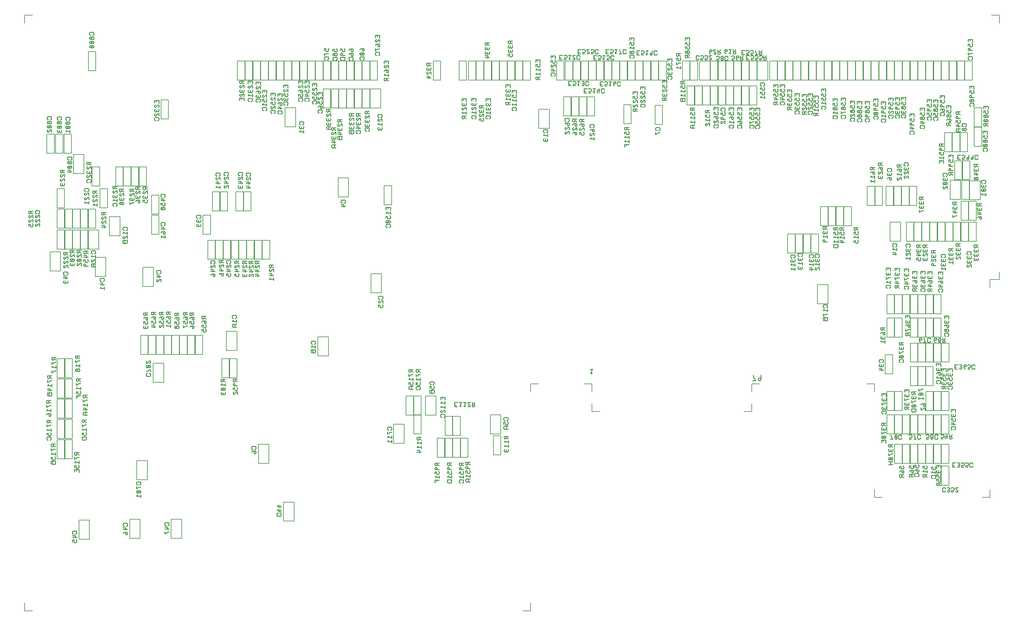
<source format=gbr>
G04 FAB 3000 Version 8.1.7 - Gerber/CAM Software*
G04 Gerber X2 Output*
%TF.GenerationSoftware,Numerical_Innovations,FAB3000,8.1.7*%
%TF.CreationDate,2019-06-14T15:01:37Z*%
%FSLAX24Y24*%
%MOIN*%
%TF.FileFunction,Legend,Bot*%
%ADD11C,0.006850*%
%ADD13C,0.008563*%
%LPD*%
D11*
X60004Y67332D02*
G01X58848D01*
Y65234D02*
G01X60004D01*
X71992Y72641D02*
G01X71179D01*
Y70543D02*
G01X71992D01*
D13*
X91867Y52910D02*
G01X92150D01*
X92338Y52722D02*
G01X91867D01*
Y53240D02*
G01X92338D01*
X91984Y53358D02*
G01X91867Y53240D01*
Y53829D02*
G01X92031D01*
X91937Y54040D02*
G01X92031D01*
X91867Y54111D02*
G01X91937Y54040D01*
X92338Y54323D02*
G01X91867D01*
D11*
X91473Y54532D02*
G01X92286D01*
D13*
X17172Y66164D02*
G01X17101Y66093D01*
X17172Y66352D02*
G01Y66164D01*
X17101Y66423D02*
G01X17172Y66352D01*
Y66870D02*
G01Y66588D01*
Y67247D02*
G01Y67318D01*
Y67130D02*
G01Y67247D01*
X17101Y67058D02*
G01X17172Y67130D01*
Y67812D02*
G01Y67529D01*
Y68307D02*
G01Y67977D01*
D11*
X17404Y68359D02*
G01Y66262D01*
X18217Y68359D02*
G01X17404D01*
X18217Y66262D02*
G01Y68359D01*
X17404Y66262D02*
G01X18217D01*
D13*
X29530Y67219D02*
G01X29860D01*
X29601Y66890D02*
G01X29530D01*
X29577Y67408D02*
G01X29837Y67666D01*
X29625Y67902D02*
G01X29696Y67832D01*
X29625Y68114D02*
G01Y67902D01*
X29460Y68114D02*
G01X29625D01*
X29577Y68350D02*
G01X29837Y68608D01*
X29649Y69103D02*
G01Y68938D01*
X29931Y69103D02*
G01X29460D01*
D11*
X30034Y72641D02*
G01X29221D01*
Y70543D02*
G01X30034D01*
X32174Y67503D02*
G01X31019D01*
Y65406D02*
G01X32174D01*
X30933Y70543D02*
G01X31746D01*
D02*
G01Y72641D01*
D02*
G01X30933D01*
X33502Y70543D02*
G01X34315D01*
Y72641D02*
G01X33502D01*
D13*
X37174Y73069D02*
G01X37503D01*
X37174Y73257D02*
G01X37574D01*
X37315Y73422D02*
G01X37245Y73492D01*
X37315Y73328D02*
G01Y73422D01*
X37245Y73257D02*
G01X37315Y73328D01*
X37339Y73681D02*
G01X37503D01*
X37268Y73752D02*
G01X37339Y73681D01*
D11*
X37740Y69558D02*
G01X36927D01*
Y67461D02*
G01X37740D01*
Y72641D02*
G01X36927D01*
Y70543D02*
G01X37740D01*
D13*
X63335Y64788D02*
G01X63499D01*
X63406Y65023D02*
G01X63453D01*
X63335Y65093D02*
G01X63406Y65023D01*
Y65259D02*
G01X63335Y65188D01*
X63453Y65259D02*
G01X63406D01*
X63335Y65611D02*
G01X63453Y65730D01*
X63406Y65941D02*
G01X63499D01*
X63335Y66012D02*
G01X63406Y65941D01*
X63806Y66224D02*
G01X63335D01*
X63148Y73891D02*
G01X63478D01*
X63148Y73420D02*
G01X63431D01*
D11*
X64115Y68702D02*
G01X63301D01*
Y66604D02*
G01X64115D01*
X62616Y70543D02*
G01X63429D01*
D02*
G01Y72641D01*
D02*
G01X62616D01*
D13*
X66206Y73907D02*
G01X66536D01*
X66206Y73437D02*
G01X66488D01*
X66503Y73240D02*
G01X66362D01*
X66339Y72934D02*
G01X66551D01*
Y72769D02*
G01X66339D01*
D11*
X66041Y70543D02*
G01X66854D01*
Y72641D02*
G01X66041D01*
X77644D02*
G01X76488D01*
Y70543D02*
G01X77644D01*
Y69901D02*
G01X76831D01*
Y67803D02*
G01X77644D01*
X85008Y72641D02*
G01X84194D01*
Y70543D02*
G01X85008D01*
D13*
X79804Y65610D02*
G01X80133D01*
X79733Y65539D02*
G01X79804Y65610D01*
Y65280D02*
G01X79733Y65351D01*
X79875Y65280D02*
G01X79804D01*
X79733Y65915D02*
G01X80204D01*
X79850Y66034D02*
G01X79733Y65915D01*
Y66386D02*
G01X79850Y66505D01*
X79733Y66976D02*
G01X79898D01*
X80204Y67493D02*
G01X79733D01*
X79702Y73898D02*
G01X79985D01*
X79844Y73427D02*
G01Y73898D01*
X79727Y73544D02*
G01X79844Y73427D01*
D11*
X80213Y72641D02*
G01X79400D01*
Y70543D02*
G01X80213D01*
X79400Y67803D02*
G01X80213D01*
Y69901D02*
G01X79400D01*
D13*
X95662Y66586D02*
G01X95992D01*
X95733Y66256D02*
G01X95662D01*
X95992Y67010D02*
G01X95662Y66774D01*
D02*
G01X95992D01*
Y67010D02*
G01X95662D01*
Y67245D02*
G01X96063D01*
X95733Y67481D02*
G01X95662D01*
X95804Y67410D02*
G01X95733Y67481D01*
Y67245D02*
G01X95804Y67315D01*
X95756Y67739D02*
G01X95827Y67669D01*
X95756Y67951D02*
G01Y67739D01*
X95592Y67951D02*
G01X95756D01*
X96063Y68469D02*
G01X95592D01*
D11*
X95326Y70543D02*
G01X96140D01*
Y72641D02*
G01X95326D01*
X104189Y64764D02*
G01X103376D01*
X103847Y72641D02*
G01X103033D01*
Y70543D02*
G01X103847D01*
X100464Y41647D02*
G01Y39550D01*
X101278Y41647D02*
G01X100464D01*
X101278Y39550D02*
G01Y41647D01*
X102177D02*
G01Y39550D01*
X102990Y41647D02*
G01X102177D01*
X102990Y39550D02*
G01Y41647D01*
X100422Y39550D02*
G01Y41647D01*
X101321D02*
G01Y39550D01*
X102134Y41647D02*
G01X101321D01*
X102134Y39550D02*
G01Y41647D01*
X103033D02*
G01Y39550D01*
X103847Y41647D02*
G01X103033D01*
X103847Y39550D02*
G01Y41647D01*
D13*
X99556Y44659D02*
G01Y44330D01*
X99274Y44659D02*
G01Y44494D01*
X99085Y44659D02*
G01Y44377D01*
X89268Y66763D02*
G01X89504Y66622D01*
Y66904D02*
G01X89033D01*
Y67234D02*
G01X89504D01*
X89268Y67540D02*
G01X89433D01*
X89268Y68011D02*
G01X89433D01*
X89504Y68812D02*
G01X89033D01*
D11*
X89332Y72641D02*
G01Y70543D01*
X90146Y72641D02*
G01X89332D01*
Y70543D02*
G01X90146D01*
X48102Y72641D02*
G01X47288D01*
Y70543D02*
G01X48102D01*
X108359Y48625D02*
G01X109216D01*
X109370D02*
G01Y49481D01*
X108359Y48625D02*
G01Y47769D01*
X109370Y48625D02*
G01X108514D01*
D13*
X17795Y54557D02*
G01X17725D01*
X17866Y54627D02*
G01X17795Y54557D01*
X17465D02*
G01X17395Y54627D01*
X17536Y54557D02*
G01X17465D01*
X21771Y54526D02*
G01Y54644D01*
X21700Y54455D02*
G01X21771Y54526D01*
X21536D02*
G01X21606Y54455D01*
X21536Y54526D02*
G01Y54668D01*
X21464Y54455D02*
G01X21536Y54526D01*
X21300D02*
G01X21370Y54455D01*
X21300Y54644D02*
G01Y54526D01*
D11*
X17190Y53591D02*
G01Y55689D01*
X22841Y53591D02*
G01Y55689D01*
X22028D02*
G01Y53591D01*
X52854Y70543D02*
G01X53668D01*
Y72641D02*
G01X52854D01*
X37998Y59798D02*
G01X36841D01*
Y57700D02*
G01X37998D01*
D13*
X12190Y57014D02*
G01X12520D01*
X12261Y56684D02*
G01X12190D01*
X12120Y57319D02*
G01X12591D01*
X12285Y57649D02*
G01X12356Y57720D01*
X12190Y57649D02*
G01X12285D01*
X12238Y58144D02*
G01X12497Y58402D01*
X12285Y58591D02*
G01X12356Y58662D01*
X12190Y58591D02*
G01X12285D01*
X12591Y58873D02*
G01X12120D01*
D11*
X12908Y55517D02*
G01X11752D01*
Y53420D02*
G01X12908D01*
X6015Y58599D02*
G01Y56502D01*
X6828D02*
G01Y58599D01*
X87877Y51536D02*
G01X88690D01*
Y53633D02*
G01X87877D01*
X95712Y58856D02*
G01X94898D01*
Y56758D02*
G01X95712D01*
X98623Y58856D02*
G01X97810D01*
Y56758D02*
G01X98623D01*
D13*
X72883Y70481D02*
G01Y70151D01*
X72412Y70481D02*
G01Y70199D01*
X74651Y70256D02*
G01X74887Y70115D01*
X74651Y70186D02*
G01Y70397D01*
X74580Y70115D02*
G01X74651Y70186D01*
X74416D02*
G01X74486Y70115D01*
X74416Y70397D02*
G01Y70186D01*
X55234Y67900D02*
G01X55305Y67829D01*
X55234Y68111D02*
G01Y67900D01*
Y68842D02*
G01X55305Y68771D01*
X55234Y68959D02*
G01Y68842D01*
X55305Y69030D02*
G01X55234Y68959D01*
Y69313D02*
G01X55305Y69242D01*
X55234Y69430D02*
G01Y69313D01*
X55305Y69501D02*
G01X55234Y69430D01*
Y70019D02*
G01Y69736D01*
D11*
X53668Y70543D02*
G01Y72641D01*
X53711Y70543D02*
G01X54524D01*
D02*
G01Y72641D01*
D02*
G01X53711D01*
D02*
G01Y70543D01*
X54567Y72641D02*
G01Y70543D01*
D13*
X55399Y67829D02*
G01X55471Y67900D01*
X55305Y67829D02*
G01X55399D01*
X55706Y68111D02*
G01X55234D01*
Y68441D02*
G01X55706D01*
X55352Y68559D02*
G01X55234Y68441D01*
X55399Y68771D02*
G01X55471Y68842D01*
X55305Y68771D02*
G01X55399D01*
Y69242D02*
G01X55471Y69313D01*
X55305Y69242D02*
G01X55399D01*
X55706Y70019D02*
G01X55234D01*
D11*
X54567Y70543D02*
G01X55380D01*
D02*
G01Y72641D01*
D02*
G01X54567D01*
D13*
X27171Y48962D02*
G01X27431Y49220D01*
X27124Y48962D02*
G01X27171D01*
Y49197D02*
G01X27124D01*
X27054Y49691D02*
G01X27337D01*
X27525Y49503D02*
G01X27054D01*
X27171Y49904D02*
G01X27431Y50162D01*
X27124Y49904D02*
G01X27171D01*
Y50139D02*
G01X27124D01*
X27219Y50350D02*
G01X27290Y50421D01*
X27124Y50350D02*
G01X27219D01*
X27525Y50633D02*
G01X27054D01*
D11*
X27636Y52949D02*
G01X26823D01*
Y50851D02*
G01X27636D01*
D13*
X19861Y43345D02*
G01X20097Y43486D01*
X19861Y43581D02*
G01Y43345D01*
Y44052D02*
G01X20026D01*
X19861Y43839D02*
G01Y44052D01*
Y44404D02*
G01X19978Y44522D01*
X19861Y44805D02*
G01X19931Y44734D01*
X19861Y45016D02*
G01Y44805D01*
X20332Y45016D02*
G01X19861D01*
D11*
X19459Y40406D02*
G01X20272D01*
Y42503D02*
G01X19459D01*
X50243Y33599D02*
G01X49429D01*
Y31502D02*
G01X50243D01*
Y31202D02*
G01X49429D01*
Y29104D02*
G01X50243D01*
D13*
X46903Y36192D02*
G01X46950Y36145D01*
X46903Y36474D02*
G01Y36192D01*
X47374Y36474D02*
G01X46903D01*
Y36898D02*
G01X47067D01*
X46903Y36686D02*
G01Y36898D01*
Y37345D02*
G01X46973Y37416D01*
X46903Y37157D02*
G01Y37345D01*
X46973Y37087D02*
G01X46903Y37157D01*
D11*
X47588Y35825D02*
G01X46432D01*
Y33728D02*
G01X47588D01*
X95678Y37170D02*
G01Y36314D01*
D13*
X99445Y36543D02*
G01Y36213D01*
X99162Y36543D02*
G01Y36378D01*
X98974Y36543D02*
G01Y36260D01*
X96910Y32290D02*
G01Y32361D01*
X96510D02*
G01X96439Y32290D01*
D11*
X98752Y33771D02*
G01Y31673D01*
X99565D02*
G01Y33771D01*
X99608D02*
G01Y31673D01*
X97853D02*
G01Y33771D01*
X97039D02*
G01Y31673D01*
X98709D02*
G01Y33771D01*
X97895D02*
G01Y31673D01*
D13*
X83550Y70220D02*
G01X83621Y70149D01*
X83220Y70220D02*
G01X83550D01*
X83150Y70149D02*
G01X83220Y70220D01*
X39294Y73110D02*
G01X39624D01*
Y73534D02*
G01X39294Y73298D01*
D02*
G01X39624D01*
Y73534D02*
G01X39294D01*
X39482Y73934D02*
G01X39554Y74005D01*
X39482Y73793D02*
G01Y73934D01*
X39554Y73722D02*
G01X39482Y73793D01*
X39341Y74005D02*
G01X39624D01*
D11*
X39453Y69558D02*
G01X38640D01*
X39453Y67461D02*
G01Y69558D01*
X38640Y67461D02*
G01X39453D01*
X38640Y70543D02*
G01X39453D01*
D02*
G01Y72641D01*
D02*
G01X38640D01*
D13*
X102349Y31113D02*
G01X102278Y31183D01*
X102537Y31113D02*
G01X102349D01*
X101924D02*
G01X101853Y31183D01*
X102019Y31113D02*
G01X101924D01*
X102089Y31183D02*
G01X102019Y31113D01*
X101382D02*
G01Y31277D01*
X101595Y31113D02*
G01X101382D01*
X100660D02*
G01X100471D01*
X100730Y31183D02*
G01X100660Y31113D01*
X101745Y47465D02*
G01X101980Y47324D01*
X101745Y47395D02*
G01Y47606D01*
X101674Y47324D02*
G01X101745Y47395D01*
X101579Y47324D02*
G01X101674D01*
X101980Y47606D02*
G01X101509D01*
Y48077D02*
G01X101792D01*
X101980Y47889D02*
G01X101509D01*
X101626Y48525D02*
G01X101908D01*
X101563Y42201D02*
G01X101751D01*
Y41730D02*
G01X101563D01*
D11*
X102134Y44387D02*
G01X101321D01*
Y42290D02*
G01X102134D01*
Y46955D02*
G01X101321D01*
Y44858D02*
G01X102134D01*
D13*
X98375Y49873D02*
G01Y49544D01*
X98092Y49873D02*
G01Y49708D01*
X97904Y49873D02*
G01Y49591D01*
X98375Y49873D02*
G01X97904D01*
X97433Y49899D02*
G01Y49569D01*
X97150Y49899D02*
G01Y49734D01*
X96962Y49899D02*
G01Y49616D01*
X97433Y49899D02*
G01X96962D01*
X87022Y67168D02*
G01X87352D01*
X87188Y67404D02*
G01X87258Y67332D01*
X87188Y67404D02*
G01Y67545D01*
X87116Y67332D02*
G01X87188Y67404D01*
Y67780D02*
G01X87352D01*
X87116Y67851D02*
G01X87188Y67780D01*
Y68251D02*
G01X87352D01*
X87116Y68321D02*
G01X87188Y68251D01*
X87140Y69052D02*
G01Y68886D01*
X87423Y69052D02*
G01X86952D01*
D11*
X87577Y72641D02*
G01X86763D01*
Y70543D02*
G01X87577D01*
X27508D02*
G01X28321D01*
Y72641D02*
G01X27508D01*
D02*
G01Y70543D01*
X11752Y55517D02*
G01Y53420D01*
D13*
X65969Y69609D02*
G01X66038Y69540D01*
X65780Y69609D02*
G01X65969D01*
X65709Y69540D02*
G01X65780Y69609D01*
X65450D02*
G01Y69139D01*
X64791Y69609D02*
G01X65073D01*
X64932Y69139D02*
G01Y69609D01*
X64367D02*
G01X64296Y69540D01*
X64509Y69609D02*
G01X64367D01*
X64626Y69540D02*
G01X64509Y69609D01*
X63825D02*
G01X64155D01*
X63825D02*
G01Y69139D01*
D11*
X6871Y31160D02*
G01X7685D01*
Y33257D02*
G01X6871D01*
Y28933D02*
G01X7685D01*
Y31031D02*
G01X6871D01*
Y35611D02*
G01X7685D01*
Y37709D02*
G01X6871D01*
Y33386D02*
G01X7685D01*
Y35483D02*
G01X6871D01*
Y37838D02*
G01X7685D01*
Y39935D02*
G01X6871D01*
D13*
X104361Y32915D02*
G01Y32632D01*
D11*
X103847Y31673D02*
G01Y33771D01*
X103033D02*
G01Y31673D01*
X102990D02*
G01Y33771D01*
D13*
X14300Y57087D02*
G01X14441D01*
Y57534D02*
G01Y57605D01*
Y57416D02*
G01Y57534D01*
X14370Y57345D02*
G01X14441Y57416D01*
X14276Y57345D02*
G01X14370D01*
X14441Y58099D02*
G01Y57816D01*
X14347Y58099D02*
G01X14441D01*
X14205Y58428D02*
G01X14441Y58287D01*
Y58569D02*
G01X13970D01*
D11*
X14963Y60997D02*
G01X14150D01*
Y58899D02*
G01X14963D01*
D13*
X106125Y68719D02*
G01X106195Y68649D01*
X106125Y68814D02*
G01Y68719D01*
X106336D02*
G01Y68814D01*
X106266Y68649D02*
G01X106336Y68719D01*
X104048Y60256D02*
G01X104284Y60115D01*
X104048Y60186D02*
G01Y60397D01*
X103813D02*
G01Y60186D01*
X106870Y60342D02*
G01Y60059D01*
X103667Y60218D02*
G01Y60029D01*
X103596Y60289D02*
G01X103667Y60218D01*
X103267Y60289D02*
G01X103596D01*
X103196Y60218D02*
G01X103267Y60289D01*
X103196Y60029D02*
G01Y60218D01*
D11*
X104489Y61681D02*
G01Y59584D01*
X106159D02*
G01Y61681D01*
X105346D02*
G01Y59584D01*
X105303D02*
G01Y61681D01*
X44077Y32743D02*
G01X42921D01*
Y30646D02*
G01X44077D01*
D13*
X9171Y51622D02*
G01X9406Y51481D01*
X9171Y51552D02*
G01Y51763D01*
X9099Y51481D02*
G01X9171Y51552D01*
X9005Y51481D02*
G01X9099D01*
X8935Y51552D02*
G01X9005Y51481D01*
X8935Y51763D02*
G01Y51552D01*
X8408Y51690D02*
G01X8644Y51549D01*
X8337D02*
G01X8408Y51620D01*
X8243Y51549D02*
G01X8337D01*
X8173Y51620D02*
G01X8243Y51549D01*
X10219Y51527D02*
G01X10148Y51457D01*
X10219Y51716D02*
G01Y51527D01*
X9748D02*
G01Y51716D01*
X9819Y51457D02*
G01X9748Y51527D01*
X82170Y73223D02*
G01X82099Y73153D01*
X82311Y73223D02*
G01X82170D01*
X82145Y72917D02*
G01X82358D01*
Y72752D02*
G01X82145D01*
X82277Y73814D02*
G01X82135D01*
X82111Y73508D02*
G01X82324D01*
Y73343D02*
G01X82111D01*
D11*
X81968Y70543D02*
G01X82782D01*
Y72641D02*
G01X81968D01*
X32004Y24181D02*
G01X30847D01*
Y22084D02*
G01X32004D01*
D13*
X15847Y38319D02*
G01X15918D01*
X15776Y38248D02*
G01X15847Y38319D01*
X15776Y38060D02*
G01Y38248D01*
X16248D02*
G01Y38060D01*
X16177Y38319D02*
G01X16248Y38248D01*
X16106Y38319D02*
G01X16177D01*
D11*
X16547Y39421D02*
G01Y37324D01*
D13*
X98402Y31561D02*
G01X98591D01*
X98331Y31490D02*
G01X98402Y31561D01*
Y31090D02*
G01X98331Y31161D01*
X98591Y31090D02*
G01X98402D01*
X98427Y26977D02*
G01X98497Y26906D01*
X98427Y27189D02*
G01Y26977D01*
X98898Y27189D02*
G01X98427D01*
Y27519D02*
G01X98544Y27636D01*
X98427Y28107D02*
G01X98592D01*
X98427Y27896D02*
G01Y28107D01*
D11*
X98709Y30517D02*
G01X97895D01*
Y28420D02*
G01X98709D01*
X97895Y31673D02*
G01X98709D01*
X98752Y30517D02*
G01Y28420D01*
X99565D02*
G01Y30517D01*
X99608D02*
G01Y28420D01*
X98709D02*
G01Y30517D01*
X100422Y41647D02*
G01X99608D01*
X100422Y31673D02*
G01Y33771D01*
X100464D02*
G01Y31673D01*
D13*
X100730Y31254D02*
G01Y31183D01*
X100471Y31584D02*
G01X100660D01*
D02*
G01X100730Y31513D01*
D02*
G01Y31443D01*
X101407Y31584D02*
G01X101336Y31513D01*
D11*
X100464Y31673D02*
G01X101278D01*
X101321D02*
G01X102134D01*
Y33771D02*
G01X101321D01*
D02*
G01Y31673D01*
X101278D02*
G01Y33771D01*
D02*
G01X100464D01*
D13*
X101664Y31348D02*
G01Y31513D01*
X101595Y31277D02*
G01X101664Y31348D01*
X101382Y31277D02*
G01X101595D01*
X101664Y31513D02*
G01X101548Y31584D01*
D02*
G01X101407D01*
X101924D02*
G01X101831Y31490D01*
X102019Y31584D02*
G01X101924D01*
X102113Y31490D02*
G01X102019Y31584D01*
X102113Y31396D02*
G01Y31490D01*
X102019Y31302D02*
G01X102113Y31396D01*
X101924Y31302D02*
G01X102019D01*
X101853Y31231D02*
G01X101924Y31302D01*
X101853Y31183D02*
G01Y31231D01*
X102089D02*
G01Y31183D01*
X102019Y31302D02*
G01X102089Y31231D01*
D11*
X102134Y31673D02*
G01Y33771D01*
D13*
X101831Y31490D02*
G01Y31396D01*
D02*
G01X101924Y31302D01*
D11*
X102177Y33771D02*
G01Y31673D01*
D13*
X102278Y31183D02*
G01Y31513D01*
D02*
G01X102349Y31584D01*
D02*
G01X102537D01*
X78538Y73180D02*
G01X78396D01*
X78372Y72874D02*
G01X78585D01*
Y72709D02*
G01X78372D01*
X78703Y73630D02*
G01X78492D01*
Y73395D02*
G01X78703D01*
X78492Y73866D02*
G01Y73395D01*
D11*
X78500Y70543D02*
G01Y72641D01*
X77687Y70543D02*
G01X78500D01*
Y72641D02*
G01X77687D01*
D13*
X78396Y73180D02*
G01X78325Y73110D01*
X78372Y72709D02*
G01Y72874D01*
X78021Y73866D02*
G01X78303D01*
X78021Y73772D02*
G01Y73866D01*
X78044Y73512D02*
G01Y73465D01*
D02*
G01X78115Y73395D01*
D02*
G01X78209D01*
D02*
G01X78279Y73465D01*
D02*
G01Y73512D01*
D02*
G01X78021Y73772D01*
D11*
X102134Y36339D02*
G01X101321D01*
Y34242D02*
G01X102134D01*
D02*
G01Y36339D01*
X102177D02*
G01Y34242D01*
D13*
X100533Y35666D02*
G01Y35478D01*
X100934Y36161D02*
G01X100604Y35926D01*
D02*
G01X100934D01*
X100533Y35996D02*
G01X100604Y35926D01*
X100533Y36090D02*
G01Y35996D01*
X100604Y36161D02*
G01X100533Y36090D01*
X100934Y36161D02*
G01X100604D01*
X100769Y36538D02*
G01X100863Y36585D01*
X100533Y36397D02*
G01X100769Y36538D01*
X100533Y36632D02*
G01Y36397D01*
X100749Y34451D02*
G01Y34357D01*
X100818Y34522D02*
G01X100749Y34451D01*
X100866Y34522D02*
G01X100818D01*
X100749Y34875D02*
G01X100866Y34992D01*
X100749Y34357D02*
G01X100818Y34286D01*
D02*
G01X100866D01*
X101004Y35572D02*
G01X100533D01*
X101004Y35666D02*
G01Y35478D01*
Y36090D02*
G01X100934Y36161D01*
X101004Y35996D02*
G01Y36090D01*
X100934Y35926D02*
G01X101004Y35996D01*
X100863Y36585D02*
G01X101004D01*
X101008Y34922D02*
G01X101079Y34992D01*
X101008Y34781D02*
G01Y34922D01*
X101079Y34710D02*
G01X101008Y34781D01*
X100866Y34992D02*
G01X101149D01*
X100866Y34286D02*
G01X101126Y34545D01*
X101220D02*
G01Y34263D01*
X101149Y34710D02*
G01X101079D01*
X101220Y34781D02*
G01X101149Y34710D01*
X101220Y34922D02*
G01Y34781D01*
X101149Y34992D02*
G01X101220Y34922D01*
D11*
X101321Y36339D02*
G01Y34242D01*
D13*
X101126Y34545D02*
G01X101220D01*
X35015Y66941D02*
G01X34945D01*
X34685Y67271D02*
G01X35015D01*
X34874Y67623D02*
G01X34945Y67694D01*
Y67412D02*
G01X34874Y67482D01*
X35015Y67412D02*
G01X34945D01*
X34733Y67694D02*
G01X35015D01*
X34851Y67883D02*
G01X35015D01*
X34733Y68401D02*
G01X34992Y68660D01*
X35086Y69154D02*
G01X34615D01*
D11*
X35171Y72641D02*
G01X34358D01*
Y70543D02*
G01X35171D01*
X36927Y72641D02*
G01Y70543D01*
X36071Y72641D02*
G01Y70543D01*
X36884D02*
G01Y72641D01*
X36028Y70543D02*
G01Y72641D01*
D13*
X42129Y70529D02*
G01Y70740D01*
X41894D02*
G01Y70529D01*
X42364Y70740D02*
G01X41894D01*
D11*
X40352Y72641D02*
G01Y70543D01*
X40309D02*
G01Y72641D01*
X39496D02*
G01Y70543D01*
X41166D02*
G01Y72641D01*
X38640D02*
G01Y70543D01*
X37740D02*
G01Y72641D01*
X38597Y70543D02*
G01Y72641D01*
X37783D02*
G01Y70543D01*
D13*
X36731Y73307D02*
G01Y73402D01*
X36637Y73214D02*
G01X36731Y73307D01*
X36449D02*
G01X36542Y73214D01*
X36449Y73402D02*
G01Y73307D01*
X36260D02*
G01Y73402D01*
X36331Y73236D02*
G01X36260Y73307D01*
X36449D02*
G01X36378Y73236D01*
X37103Y73422D02*
G01Y73328D01*
D02*
G01X37174Y73257D01*
X100066Y27632D02*
G01X100184Y27749D01*
X99747Y27608D02*
G01X99817Y27679D01*
X99888D02*
G01X99958Y27608D01*
X99605Y27679D02*
G01X99888D01*
X99487Y27561D02*
G01X99605Y27679D01*
X98544Y27636D02*
G01X98827D01*
D02*
G01X98898Y27566D01*
X98686D02*
G01X98757Y27636D01*
X103813Y44625D02*
G01Y44295D01*
X103342Y44625D02*
G01Y44343D01*
D11*
X102177Y44387D02*
G01Y42290D01*
X102990D02*
G01Y44387D01*
X102134Y42290D02*
G01Y44387D01*
D13*
X101821Y42130D02*
G01Y42059D01*
X101751Y42201D02*
G01X101821Y42130D01*
Y41801D02*
G01X101751Y41730D01*
X101821Y41871D02*
G01Y41801D01*
X102512Y42059D02*
G01X102441Y41989D01*
X102512Y42130D02*
G01Y42059D01*
X102441Y42201D02*
G01X102512Y42130D01*
X102300Y42201D02*
G01X102441D01*
X102228Y42130D02*
G01X102300Y42201D01*
X102228Y41848D02*
G01Y42130D01*
X102347Y41730D02*
G01X102228Y41848D01*
X102441Y41989D02*
G01X102300D01*
D02*
G01X102228Y42059D01*
D11*
X102177Y42290D02*
G01X102990D01*
D13*
X103430Y41801D02*
G01Y41895D01*
X103360Y41730D02*
G01X103430Y41801D01*
X102700Y41848D02*
G01X102771Y41918D01*
X102700Y41801D02*
G01Y41848D01*
X102771Y41730D02*
G01X102700Y41801D01*
X102865Y41730D02*
G01X102771D01*
X102936Y41801D02*
G01X102865Y41730D01*
X102936Y41848D02*
G01Y41801D01*
X102865Y41918D02*
G01X102936Y41848D01*
X102771Y41918D02*
G01X102865D01*
X103147Y41730D02*
G01X103360D01*
X103289Y41965D02*
G01X103430Y42201D01*
X103360Y41965D02*
G01X103147D01*
X103430Y41895D02*
G01X103360Y41965D01*
X102865Y41918D02*
G01X102959Y42012D01*
X102676D02*
G01X102771Y41918D01*
X103147Y42201D02*
G01Y41730D01*
X81168Y72961D02*
G01X80956D01*
Y72725D02*
G01X81168D01*
X80956Y73196D02*
G01Y72725D01*
D11*
X81069Y72641D02*
G01X80256D01*
Y70543D02*
G01X81069D01*
D13*
X80173Y73898D02*
G01Y73427D01*
X80202Y73196D02*
G01X80061D01*
X80320Y73126D02*
G01X80202Y73196D01*
X80320Y72961D02*
G01Y73126D01*
X80250Y72891D02*
G01X80320Y72961D01*
X80037Y72891D02*
G01X80250D01*
X80037Y72725D02*
G01Y72891D01*
X80250Y72725D02*
G01X80037D01*
D11*
X80213Y70543D02*
G01Y72641D01*
X80256D02*
G01Y70543D01*
D13*
X80061Y73196D02*
G01X79990Y73126D01*
X80315Y73663D02*
G01X80456Y73898D01*
X80386Y73663D02*
G01X80173D01*
X80456Y73592D02*
G01X80386Y73663D01*
Y73427D02*
G01X80456Y73498D01*
X80173Y73427D02*
G01X80386D01*
X80456Y73498D02*
G01Y73592D01*
X80580Y72985D02*
G01X80508Y73055D01*
X80721Y72985D02*
G01X80580D01*
X80626Y72725D02*
G01X80508Y72844D01*
D02*
G01Y73126D01*
D02*
G01X80580Y73196D01*
D02*
G01X80721D01*
D02*
G01X80791Y73126D01*
D02*
G01Y73055D01*
D02*
G01X80721Y72985D01*
X101220Y27062D02*
G01X101455Y26921D01*
Y27203D02*
G01X100984D01*
X101455Y27674D02*
G01Y27392D01*
X100984Y27533D02*
G01X101455D01*
Y28097D02*
G01X101384Y28168D01*
X101455Y27956D02*
G01Y28097D01*
X101384Y27839D02*
G01X101455Y27956D01*
X101220Y27839D02*
G01X101384D01*
D11*
X102134Y30517D02*
G01X101321D01*
Y28420D02*
G01X102134D01*
D13*
X102097Y28023D02*
G01Y27811D01*
X101931Y28023D02*
G01X102097D01*
X101931Y27811D02*
G01Y28023D01*
X102050Y27552D02*
G01X101931Y27434D01*
X102073Y26798D02*
G01X102003D01*
D02*
G01X101931Y26869D01*
D02*
G01Y27057D01*
D02*
G01X102003Y27127D01*
D02*
G01X102332D01*
X102167Y27740D02*
G01X102332D01*
X102097Y27811D02*
G01X102167Y27740D01*
D11*
X102134Y28420D02*
G01Y30517D01*
X102177D02*
G01Y28420D01*
D13*
X101931Y27434D02*
G01X102402D01*
X102494Y26279D02*
G01Y26068D01*
Y26515D02*
G01Y26727D01*
Y26986D02*
G01Y27198D01*
Y27598D02*
G01Y27481D01*
Y28187D02*
G01Y27904D01*
X102332Y26798D02*
G01X102261D01*
X102402Y26869D02*
G01X102332Y26798D01*
X102402Y27057D02*
G01Y26869D01*
X102332Y27127D02*
G01X102402Y27057D01*
Y27858D02*
G01Y27999D01*
X102332Y27740D02*
G01X102402Y27858D01*
Y27999D02*
G01X102332Y28069D01*
X102402Y27576D02*
G01Y27293D01*
X98592Y26906D02*
G01X98663Y26977D01*
X98497Y26906D02*
G01X98592D01*
X98686Y27425D02*
G01Y27566D01*
X98757Y27354D02*
G01X98686Y27425D01*
X98827Y27354D02*
G01X98757D01*
X98898Y27425D02*
G01X98827Y27354D01*
X98898Y27566D02*
G01Y27425D01*
X98663Y26977D02*
G01Y27189D01*
Y27048D02*
G01X98898Y26906D01*
X100066Y27255D02*
G01X100137Y27325D01*
X100066Y27067D02*
G01Y27255D01*
X100137Y26996D02*
G01X100066Y27067D01*
X100208Y26996D02*
G01X100137D01*
X99723Y27090D02*
G01X99958Y26949D01*
X99723Y27020D02*
G01Y27231D01*
X99652Y26949D02*
G01X99723Y27020D01*
X99558Y26949D02*
G01X99652D01*
X99958Y27608D02*
G01Y27466D01*
D02*
G01X99888Y27396D01*
D02*
G01X99817D01*
D02*
G01X99747Y27466D01*
D02*
G01Y27608D01*
X99958Y27231D02*
G01X99487D01*
D02*
G01Y27020D01*
D02*
G01X99558Y26949D01*
D11*
X100464Y44387D02*
G01Y42290D01*
X101278D02*
G01Y44387D01*
X100422Y42290D02*
G01Y44387D01*
X101321D02*
G01Y42290D01*
D13*
X100809Y42201D02*
G01X100879Y42130D01*
X100667Y42201D02*
G01X100809D01*
X100596Y42130D02*
G01X100667Y42201D01*
X100596Y41848D02*
G01Y42130D01*
X100715Y41730D02*
G01X100596Y41848D01*
X100879Y42130D02*
G01Y42059D01*
D02*
G01X100809Y41989D01*
D02*
G01X100667D01*
D02*
G01X100596Y42059D01*
D11*
X100464Y42290D02*
G01X101278D01*
D13*
X101068Y41730D02*
G01X101303D01*
D02*
G01X101162Y41965D01*
D02*
G01X101114Y42059D01*
D02*
G01Y42201D01*
X101563Y41730D02*
G01X101491Y41801D01*
D02*
G01Y42130D01*
D02*
G01X101563Y42201D01*
X98661Y31419D02*
G01X98567D01*
X98661Y31490D02*
G01Y31419D01*
Y31231D02*
G01Y31161D01*
D02*
G01X98591Y31090D01*
Y31561D02*
G01X98661Y31490D01*
D11*
X99565Y30517D02*
G01X98752D01*
Y31673D02*
G01X99565D01*
D13*
X100212Y31113D02*
G01X100071Y31348D01*
X99976Y31113D02*
G01X100212D01*
X99529Y31584D02*
G01X99458Y31513D01*
X99670Y31584D02*
G01X99529D01*
X99788Y31513D02*
G01X99670Y31584D01*
X99717Y31113D02*
G01X99505D01*
D02*
G01Y31277D01*
D02*
G01X99717D01*
D02*
G01X99788Y31348D01*
D02*
G01Y31513D01*
X100071Y31348D02*
G01X100024Y31443D01*
D02*
G01Y31584D01*
D11*
X102990Y28420D02*
G01Y30517D01*
X103033D02*
G01Y28420D01*
X103847D02*
G01Y30517D01*
D13*
X103153Y31595D02*
G01X103012D01*
X103271Y31524D02*
G01X103153Y31595D01*
X103271Y31360D02*
G01Y31524D01*
X103200Y31288D02*
G01X103271Y31360D01*
X102988Y31288D02*
G01X103200D01*
X102988Y31124D02*
G01Y31288D01*
X103200Y31124D02*
G01X102988D01*
X103012Y31595D02*
G01X102941Y31524D01*
X103436Y31124D02*
G01Y31407D01*
D11*
X103033Y31673D02*
G01X103847D01*
Y30517D02*
G01X103033D01*
D13*
X103436Y31407D02*
G01X103718D01*
X36331Y73472D02*
G01X36378D01*
X35713Y73701D02*
G01X35784Y73820D01*
D02*
G01Y73961D01*
D02*
G01X35713Y74031D01*
X36260Y73731D02*
G01Y73943D01*
D02*
G01X36425D01*
D02*
G01Y73731D01*
X36260Y73402D02*
G01X36331Y73472D01*
X36542Y73496D02*
G01X36449Y73402D01*
X36378Y73472D02*
G01X36449Y73402D01*
X36425Y73731D02*
G01X36496Y73660D01*
D02*
G01X36661D01*
X36637Y73496D02*
G01X36542D01*
X36731Y73402D02*
G01X36637Y73496D01*
X37174Y73492D02*
G01X37103Y73422D01*
X37245Y73492D02*
G01X37174D01*
X37268Y73963D02*
G01Y73752D01*
X37103Y73963D02*
G01X37268D01*
X37103Y73752D02*
G01Y73963D01*
X36661Y73660D02*
G01X36731Y73778D01*
D02*
G01Y73920D01*
D02*
G01X36661Y73990D01*
X35784Y72831D02*
G01X35713Y72759D01*
Y73089D02*
G01X35784Y73019D01*
D02*
G01Y72831D01*
X36378Y73236D02*
G01X36331D01*
X36401Y72719D02*
G01X36331D01*
D02*
G01X36260Y72790D01*
D02*
G01Y72978D01*
D02*
G01X36331Y73048D01*
D11*
X36884Y72641D02*
G01X36071D01*
D13*
X36331Y73048D02*
G01X36661D01*
Y72719D02*
G01X36590D01*
X36731Y72790D02*
G01X36661Y72719D01*
X37103Y72810D02*
G01Y72999D01*
X37174Y72739D02*
G01X37103Y72810D01*
X37245Y72739D02*
G01X37174D01*
X37103Y72999D02*
G01X37174Y73069D01*
X36542Y73214D02*
G01X36637D01*
X36661Y73048D02*
G01X36731Y72978D01*
D02*
G01Y72790D01*
X38411Y72739D02*
G01X38339D01*
X38481Y72810D02*
G01X38411Y72739D01*
Y73069D02*
G01X38481Y72999D01*
X38081Y73069D02*
G01X38411D01*
Y73210D02*
G01X38339D01*
X38481Y73281D02*
G01X38411Y73210D01*
Y73492D02*
G01X38481Y73422D01*
X38128Y73492D02*
G01X38411D01*
Y73681D02*
G01X38339D01*
X38481Y73752D02*
G01X38411Y73681D01*
Y73963D02*
G01X38481Y73893D01*
X38128Y73963D02*
G01X38411D01*
D11*
X38597Y72641D02*
G01X37783D01*
D13*
X38481Y72999D02*
G01Y72810D01*
Y73422D02*
G01Y73281D01*
Y73893D02*
G01Y73752D01*
X39365Y72780D02*
G01X39294D01*
X39224Y73369D02*
G01X39294Y73298D01*
X39224Y73463D02*
G01Y73369D01*
X39294Y73534D02*
G01X39224Y73463D01*
Y73887D02*
G01X39341Y74005D01*
X39294Y72780D02*
G01X39224Y72851D01*
D02*
G01Y73039D01*
D02*
G01X39294Y73110D01*
X37503Y72739D02*
G01X37433D01*
X37574Y72810D02*
G01X37503Y72739D01*
X37574Y72999D02*
G01Y72810D01*
X37503Y73069D02*
G01X37574Y72999D01*
Y73940D02*
G01X37503Y74011D01*
X37574Y73799D02*
G01Y73940D01*
X37503Y73681D02*
G01X37574Y73799D01*
X38010Y72999D02*
G01X38081Y73069D01*
X38010Y72810D02*
G01Y72999D01*
Y73846D02*
G01X38128Y73963D01*
X38339Y73681D02*
G01X38269Y73752D01*
D02*
G01Y73893D01*
D02*
G01X38339Y73963D01*
X38010Y73375D02*
G01X38128Y73492D01*
X38339Y73210D02*
G01X38269Y73281D01*
D02*
G01Y73422D01*
D02*
G01X38339Y73492D01*
X38151Y72739D02*
G01X38081D01*
D02*
G01X38010Y72810D01*
X98898Y28084D02*
G01X98827Y28154D01*
X98898Y27943D02*
G01Y28084D01*
X98827Y27825D02*
G01X98898Y27943D01*
X98663Y27825D02*
G01X98827D01*
X98592Y27896D02*
G01X98663Y27825D01*
X98592Y28107D02*
G01Y27896D01*
D11*
X98752Y28420D02*
G01X99565D01*
D13*
X100231Y28008D02*
G01X100302Y27937D01*
X100231Y28220D02*
G01Y28008D01*
X99487Y27937D02*
G01Y28150D01*
D02*
G01X99652D01*
D02*
G01Y27937D01*
D02*
G01X99723Y27867D01*
D02*
G01X99888D01*
D02*
G01X99958Y27985D01*
D02*
G01Y28126D01*
D02*
G01X99888Y28197D01*
X100066Y28008D02*
G01Y28220D01*
D02*
G01X100231D01*
X100467Y26996D02*
G01X100396D01*
X100400Y31513D02*
G01X100471Y31584D01*
X100400Y31183D02*
G01Y31513D01*
X100471Y31113D02*
G01X100400Y31183D01*
D11*
X99608Y31673D02*
G01X100422D01*
Y30517D02*
G01X99608D01*
Y28420D02*
G01X100422D01*
D13*
X100302Y27937D02*
G01X100467D01*
X100184Y27749D02*
G01X100467D01*
Y27466D02*
G01X100396D01*
D02*
G01X100325Y27537D01*
D02*
G01Y27679D01*
D02*
G01X100396Y27749D01*
X100137Y27325D02*
G01X100467D01*
D11*
X100422Y39079D02*
G01X99608D01*
Y36981D02*
G01X100422D01*
X99608Y39550D02*
G01X100422D01*
Y33771D02*
G01X99608D01*
D13*
X78821Y72992D02*
G01X78915Y72897D01*
X78821Y73086D02*
G01Y72992D01*
X78915Y73180D02*
G01X78821Y73086D01*
X78843Y72827D02*
G01X78915Y72897D01*
X78843Y72780D02*
G01Y72827D01*
D11*
X78543Y72641D02*
G01Y70543D01*
D13*
X78703Y73395D02*
G01X78775Y73465D01*
D02*
G01Y73559D01*
D02*
G01X78703Y73630D01*
X78633D02*
G01X78775Y73866D01*
X78585Y72874D02*
G01X78655Y72944D01*
D02*
G01Y73110D01*
D02*
G01X78538Y73180D01*
X78915Y72709D02*
G01X78843Y72780D01*
X79009Y73180D02*
G01X78915D01*
Y72897D02*
G01X79009D01*
D11*
X78543Y70543D02*
G01X79357D01*
Y72641D02*
G01X78543D01*
D13*
X79009Y72709D02*
G01X78915D01*
X79256Y73544D02*
G01Y73827D01*
X79079Y72780D02*
G01X79009Y72709D01*
X79079Y72827D02*
G01Y72780D01*
X79009Y72897D02*
G01X79079Y72827D01*
X79009Y72897D02*
G01X79103Y72992D01*
D02*
G01Y73086D01*
D02*
G01X79009Y73180D01*
X79326Y73686D02*
G01X79256Y73757D01*
X79467Y73686D02*
G01X79326D01*
Y73898D02*
G01X79467D01*
X79256Y73827D02*
G01X79326Y73898D01*
X79373Y73427D02*
G01X79256Y73544D01*
X79527Y72709D02*
G01X79339D01*
D02*
G01X79268Y72780D01*
D02*
G01Y73110D01*
D02*
G01X79339Y73180D01*
D02*
G01X79527D01*
X79538Y73757D02*
G01X79467Y73686D01*
X79538Y73827D02*
G01Y73757D01*
X79467Y73898D02*
G01X79538Y73827D01*
D11*
X79400Y72641D02*
G01Y70543D01*
X79357D02*
G01Y72641D01*
D13*
X79597Y72851D02*
G01Y72780D01*
D02*
G01X79527Y72709D01*
Y73180D02*
G01X79597Y73110D01*
D02*
G01Y73039D01*
D11*
X100422Y28420D02*
G01Y30517D01*
X100464D02*
G01Y28420D01*
D13*
X100467Y27937D02*
G01X100538Y28056D01*
D02*
G01Y28197D01*
D02*
G01X100467Y28267D01*
Y27749D02*
G01X100538Y27679D01*
D02*
G01Y27537D01*
D02*
G01X100467Y27466D01*
Y27325D02*
G01X100538Y27255D01*
D02*
G01Y27067D01*
D02*
G01X100467Y26996D01*
D11*
X100464Y28420D02*
G01X101278D01*
Y30517D02*
G01X100464D01*
D13*
X101220Y26992D02*
G01Y27203D01*
X101149Y26921D02*
G01X101220Y26992D01*
X101054Y26921D02*
G01X101149D01*
X100984Y26992D02*
G01X101054Y26921D01*
X100984Y27203D02*
G01Y26992D01*
X101102Y27651D02*
G01X100984Y27533D01*
X101149Y27909D02*
G01X101220Y27839D01*
X101149Y28122D02*
G01Y27909D01*
D11*
X101321Y30517D02*
G01Y28420D01*
X101278D02*
G01Y30517D01*
D13*
X100984Y27909D02*
G01Y28122D01*
D02*
G01X101149D01*
D11*
X36841Y59798D02*
G01Y57700D01*
D13*
X24785Y58963D02*
G01Y58681D01*
Y59905D02*
G01Y59622D01*
Y60141D02*
G01X24714Y60070D01*
X24785Y60329D02*
G01Y60141D01*
X24714Y60400D02*
G01X24785Y60329D01*
X25898Y58861D02*
G01Y58743D01*
Y59803D02*
G01Y59708D01*
Y60132D02*
G01Y60320D01*
D11*
X24725Y56160D02*
G01Y58257D01*
X25624D02*
G01Y56160D01*
D13*
X25969Y58672D02*
G01X26062D01*
X25898Y58743D02*
G01X25969Y58672D01*
Y58932D02*
G01X25898Y58861D01*
Y59426D02*
G01X26181D01*
X26369Y59237D02*
G01X25898D01*
X26015Y59638D02*
G01X26275Y59896D01*
X25969Y59638D02*
G01X26015D01*
X25898Y59708D02*
G01X25969Y59638D01*
Y59874D02*
G01X25898Y59803D01*
X26015Y59874D02*
G01X25969D01*
Y60391D02*
G01X26298D01*
X25898Y60320D02*
G01X25969Y60391D01*
Y60062D02*
G01X25898Y60132D01*
X26040Y60062D02*
G01X25969D01*
D11*
X25624Y56160D02*
G01X26438D01*
Y58257D02*
G01X25624D01*
D13*
X26763Y58904D02*
G01X27045D01*
X27234Y58715D02*
G01X26763D01*
Y59374D02*
G01X27045D01*
X27234Y59186D02*
G01X26763D01*
X26881Y59587D02*
G01X27140Y59845D01*
X26833Y59587D02*
G01X26881D01*
X26763Y59657D02*
G01X26833Y59587D01*
D11*
X26480Y56160D02*
G01X27294D01*
Y58257D02*
G01X26480D01*
D13*
X26904Y60010D02*
G01X26833D01*
D02*
G01X26763Y60080D01*
Y60269D02*
G01X26833Y60340D01*
D02*
G01X27163D01*
X26881Y59822D02*
G01X26833D01*
D02*
G01X26763Y59751D01*
X27045Y58904D02*
G01Y58621D01*
Y59374D02*
G01Y59092D01*
X27234Y59845D02*
G01Y59563D01*
X27140Y59845D02*
G01X27234D01*
Y60080D02*
G01X27163Y60010D01*
D11*
X27294Y56160D02*
G01Y58257D01*
D13*
X27163Y60340D02*
G01X27234Y60269D01*
D02*
G01Y60080D01*
X27163Y60010D02*
G01X27093D01*
X23108Y49169D02*
G01X23179Y49240D01*
X23108Y49027D02*
G01Y49169D01*
X23179Y48957D02*
G01X23108Y49027D01*
X23249Y48957D02*
G01X23179D01*
X22967Y49240D02*
G01X23249D01*
X23132Y49734D02*
G01Y49451D01*
X22850Y49734D02*
G01X23132D01*
X23320Y49545D02*
G01X22850D01*
X22967Y49946D02*
G01X23226Y50205D01*
X23249Y50370D02*
G01X23179D01*
D11*
X22541Y50851D02*
G01X23355D01*
Y52949D02*
G01X22541D01*
D13*
X22920Y50699D02*
G01X23249D01*
D11*
X22841Y55689D02*
G01X22028D01*
D13*
X21771Y54644D02*
G01Y54715D01*
X21370D02*
G01X21300Y54644D01*
X21771Y55115D02*
G01Y55186D01*
Y54997D02*
G01Y55115D01*
X21700Y54926D02*
G01X21771Y54997D01*
X21300Y55115D02*
G01Y54997D01*
X21370Y55186D02*
G01X21300Y55115D01*
Y54997D02*
G01X21370Y54926D01*
D02*
G01X21464D01*
D02*
G01X21536Y54997D01*
D02*
G01Y55139D01*
Y54997D02*
G01X21606Y54926D01*
D02*
G01X21700D01*
X21441Y55374D02*
G01X21370D01*
D02*
G01X21300Y55444D01*
D02*
G01Y55633D01*
D02*
G01X21370Y55704D01*
D02*
G01X21700D01*
D02*
G01X21771Y55633D01*
D02*
G01Y55444D01*
D02*
G01X21700Y55374D01*
D02*
G01X21629D01*
X98705Y40695D02*
G01X98846D01*
X98610Y40648D02*
G01X98705Y40695D01*
X98375Y40507D02*
G01X98610Y40648D01*
X98375Y40742D02*
G01Y40507D01*
D11*
X99608Y41647D02*
G01Y39550D01*
X95678Y37170D02*
G01X94821D01*
D13*
X96466Y38882D02*
G01Y38599D01*
X96183Y38882D02*
G01X96466D01*
X96654Y38694D02*
G01X96183D01*
X96654Y39141D02*
G01Y39258D01*
X96583Y39070D02*
G01X96654Y39141D01*
X96488Y39070D02*
G01X96583D01*
X96418Y39141D02*
G01X96488Y39070D01*
X96347D02*
G01X96418Y39141D01*
X96183D02*
G01X96253Y39070D01*
X96183Y39258D02*
G01Y39141D01*
D11*
X96867Y38266D02*
G01X97681D01*
D13*
X96253Y39070D02*
G01X96347D01*
X96654Y39258D02*
G01Y39330D01*
X96418Y39141D02*
G01Y39283D01*
X96253Y39330D02*
G01X96183Y39258D01*
D11*
X97681Y38266D02*
G01Y40363D01*
X96867D02*
G01Y38266D01*
D13*
X96583Y39518D02*
G01X96512D01*
X96654Y39588D02*
G01X96583Y39518D01*
X96654Y39777D02*
G01Y39588D01*
X96583Y39848D02*
G01X96654Y39777D01*
X96253Y39848D02*
G01X96583D01*
X96183Y39777D02*
G01X96253Y39848D01*
X96183Y39588D02*
G01Y39777D01*
D11*
X97681Y40363D02*
G01X96867D01*
D13*
X96324Y39518D02*
G01X96253D01*
D02*
G01X96183Y39588D01*
X97332Y59631D02*
G01Y59772D01*
X97073Y59726D02*
G01X97190Y59843D01*
X97309Y60126D02*
G01Y60267D01*
X97237Y60055D02*
G01X97309Y60126D01*
X97144Y60055D02*
G01X97237D01*
X97073Y60761D02*
G01X97144Y60832D01*
X97073Y60573D02*
G01Y60761D01*
X97144Y60502D02*
G01X97073Y60573D01*
X97215Y60502D02*
G01X97144D01*
D11*
X96953Y58856D02*
G01Y56758D01*
D13*
X97144Y60314D02*
G01X97073Y60243D01*
D02*
G01Y60126D01*
D02*
G01X97144Y60055D01*
X97332Y59772D02*
G01X97403Y59843D01*
Y59561D02*
G01X97332Y59631D01*
X97473Y59561D02*
G01X97403D01*
X97190Y59843D02*
G01X97473D01*
X97379Y60055D02*
G01X97473D01*
X97309Y60126D02*
G01X97379Y60055D01*
X97144Y60832D02*
G01X97473D01*
D11*
X96953Y56758D02*
G01X97767D01*
Y58856D02*
G01X96953D01*
D13*
X97473Y60502D02*
G01X97403D01*
X97544Y59631D02*
G01X97473Y59561D01*
X97544Y59772D02*
G01Y59631D01*
X97473Y59843D02*
G01X97544Y59772D01*
Y60243D02*
G01Y60314D01*
Y60126D02*
G01Y60243D01*
X97473Y60055D02*
G01X97544Y60126D01*
Y60761D02*
G01Y60573D01*
X97473Y60832D02*
G01X97544Y60761D01*
D11*
X97810Y58856D02*
G01Y56758D01*
X97767D02*
G01Y58856D01*
D13*
X97544Y60573D02*
G01X97473Y60502D01*
X78943Y65760D02*
G01X79203Y66018D01*
X78896Y66231D02*
G01X79296D01*
X78896Y67455D02*
G01X79225D01*
X79061Y66654D02*
G01X79225D01*
X79733Y65351D02*
G01Y65539D01*
Y66763D02*
G01Y66976D01*
Y67493D02*
G01Y67211D01*
X79296Y66018D02*
G01Y65736D01*
X79203Y66018D02*
G01X79296D01*
Y66913D02*
G01X79225Y66984D01*
X79296Y66771D02*
G01Y66913D01*
Y67383D02*
G01Y67195D01*
X79225Y67455D02*
G01X79296Y67383D01*
D11*
X79400Y69901D02*
G01Y67803D01*
X79357D02*
G01Y69901D01*
D13*
X79296Y67195D02*
G01X79225Y67125D01*
D02*
G01X79155D01*
X79225Y66654D02*
G01X79296Y66771D01*
X78896Y65760D02*
G01X78943D01*
X78826Y65830D02*
G01X78896Y65760D01*
X78826Y65924D02*
G01Y65830D01*
X78967Y66231D02*
G01X79037Y66301D01*
D02*
G01Y66395D01*
D02*
G01X78967Y66466D01*
D02*
G01X78896D01*
D02*
G01X78826Y66395D01*
D02*
G01Y66301D01*
D02*
G01X78896Y66231D01*
X78943Y65995D02*
G01X78896D01*
D02*
G01X78826Y65924D01*
X78990Y66724D02*
G01X79061Y66654D01*
X78990Y66937D02*
G01Y66724D01*
X78826D02*
G01Y66937D01*
D02*
G01X78990D01*
X78967Y67125D02*
G01X78896D01*
D02*
G01X78826Y67195D01*
D02*
G01Y67383D01*
D02*
G01X78896Y67455D01*
X9969Y74334D02*
G01X9639Y74098D01*
D02*
G01X9969D01*
Y74334D02*
G01X9639D01*
X9969Y74805D02*
G01X9639Y74569D01*
D02*
G01X9969D01*
Y74805D02*
G01X9639D01*
X9851Y75299D02*
G01X9757Y75205D01*
X9945Y75299D02*
G01X9851D01*
Y75016D02*
G01X9945D01*
X9757Y75111D02*
G01X9851Y75016D01*
D11*
X10253Y73668D02*
G01X9440D01*
Y71570D02*
G01X10253D01*
D13*
X9639Y75794D02*
G01X9969D01*
D11*
X9440Y73668D02*
G01Y71570D01*
D13*
X9569Y74169D02*
G01X9639Y74098D01*
Y74334D02*
G01X9569Y74263D01*
Y74640D02*
G01X9639Y74569D01*
X9569Y74734D02*
G01Y74640D01*
X9639Y74805D02*
G01X9569Y74734D01*
Y74263D02*
G01Y74169D01*
X9757Y75205D02*
G01Y75111D01*
X9686Y75276D02*
G01X9757Y75205D01*
X9639Y75276D02*
G01X9686D01*
X9569Y75205D02*
G01X9639Y75276D01*
X9710Y75464D02*
G01X9639D01*
D02*
G01X9569Y75535D01*
D02*
G01Y75723D01*
D02*
G01X9639Y75794D01*
X9757Y75111D02*
G01X9686Y75040D01*
D02*
G01X9639D01*
D02*
G01X9569Y75111D01*
D02*
G01Y75205D01*
D11*
X6786Y64593D02*
G01Y62495D01*
X6657D02*
G01Y64593D01*
D13*
X6415Y66175D02*
G01X6344D01*
X6486Y66245D02*
G01X6415Y66175D01*
X6486Y66433D02*
G01Y66245D01*
X6415Y66505D02*
G01X6486Y66433D01*
X7348Y66132D02*
G01X7278D01*
X7419Y66202D02*
G01X7348Y66132D01*
X7089D02*
G01X7018D01*
D02*
G01X6948Y66202D01*
D02*
G01Y66391D01*
D02*
G01X7018Y66462D01*
D02*
G01X7348D01*
D02*
G01X7419Y66391D01*
D02*
G01Y66202D01*
X6948Y64883D02*
G01X7419D01*
X7348Y65473D02*
G01X7018Y65237D01*
D02*
G01X7348D01*
X7137Y65779D02*
G01X7231Y65684D01*
Y65967D02*
G01X7137Y65872D01*
X7348Y65473D02*
G01X7018D01*
X7419Y65025D02*
G01Y64742D01*
Y65402D02*
G01X7348Y65473D01*
X7419Y65308D02*
G01Y65402D01*
X7348Y65237D02*
G01X7419Y65308D01*
X7231Y65684D02*
G01X7325D01*
D02*
G01X7419Y65779D01*
D02*
G01Y65872D01*
D02*
G01X7325Y65967D01*
D02*
G01X7231D01*
D11*
X4902Y62495D02*
G01X5715D01*
D02*
G01Y64593D01*
X4902D02*
G01Y62495D01*
X5844Y64593D02*
G01Y62495D01*
D13*
X5319Y65533D02*
G01X4989Y65297D01*
X5390Y65462D02*
G01X5319Y65533D01*
X4989D02*
G01X4919Y65462D01*
X5319Y65533D02*
G01X4989D01*
X6085Y66175D02*
G01X6015Y66245D01*
D11*
X2462Y77657D02*
G01Y76801D01*
Y77657D02*
G01X3318D01*
D13*
X6015Y66433D02*
G01X6085Y66505D01*
X6015Y66245D02*
G01Y66433D01*
X5060Y66192D02*
G01X4989D01*
D02*
G01X4919Y66262D01*
D02*
G01Y66450D01*
D02*
G01X4989Y66521D01*
D02*
G01X5319D01*
D02*
G01X5390Y66450D01*
D02*
G01Y66262D01*
D02*
G01X5319Y66192D01*
D02*
G01X5249D01*
X4989Y65768D02*
G01X4919Y65838D01*
X5036Y65768D02*
G01X4989D01*
X5107Y65838D02*
G01X5036Y65768D01*
X5107Y65838D02*
G01X5201Y65744D01*
D02*
G01X5296D01*
D02*
G01X5390Y65838D01*
X6085Y65751D02*
G01X6015Y65821D01*
Y65915D02*
G01X6085Y65986D01*
X5107Y65933D02*
G01Y65838D01*
X4919D02*
G01Y65933D01*
X5390Y65838D02*
G01Y65933D01*
X6015Y65821D02*
G01Y65915D01*
X4919Y65933D02*
G01X4989Y66004D01*
D02*
G01X5036D01*
D02*
G01X5107Y65933D01*
X5390D02*
G01X5296Y66027D01*
D02*
G01X5201D01*
D02*
G01X5107Y65933D01*
X6486Y64974D02*
G01Y65045D01*
Y64856D02*
G01Y64974D01*
X6415Y64785D02*
G01X6486Y64856D01*
X6321Y64785D02*
G01X6415D01*
X6251Y64856D02*
G01X6321Y64785D01*
X6251Y64856D02*
G01Y64997D01*
X6486Y65444D02*
G01X6415Y65516D01*
X6486Y65351D02*
G01Y65444D01*
X6415Y65280D02*
G01X6486Y65351D01*
X6297Y65727D02*
G01X6392D01*
D02*
G01X6486Y65821D01*
D02*
G01Y65915D01*
D02*
G01X6392Y66010D01*
D02*
G01X6297D01*
X7018Y65473D02*
G01X6948Y65402D01*
X7018Y65944D02*
G01X7065D01*
X6948Y65872D02*
G01X7018Y65944D01*
X6948Y65779D02*
G01Y65872D01*
X7018Y65708D02*
G01X6948Y65779D01*
X7065Y65708D02*
G01X7018D01*
X7137Y65779D02*
G01X7065Y65708D01*
Y65944D02*
G01X7137Y65872D01*
D02*
G01Y65779D01*
X6948Y65402D02*
G01Y65308D01*
D02*
G01X7018Y65237D01*
X7065Y65002D02*
G01X6948Y64883D01*
X4919Y65462D02*
G01Y65367D01*
D02*
G01X4989Y65297D01*
D02*
G01X5319D01*
D02*
G01X5390Y65367D01*
D02*
G01Y65462D01*
X5036Y65062D02*
G01X4989D01*
D02*
G01X4919Y64991D01*
D02*
G01Y64896D01*
D02*
G01X4989Y64826D01*
D02*
G01X5036D01*
D02*
G01X5296Y65085D01*
D02*
G01X5390D01*
D02*
G01Y64803D01*
D11*
X5715Y64593D02*
G01X4902D01*
D13*
X6015Y64856D02*
G01X6085Y64785D01*
X6015Y64974D02*
G01Y64856D01*
X6085Y65045D02*
G01X6015Y64974D01*
X6085Y65516D02*
G01X6015Y65444D01*
D02*
G01Y65351D01*
D02*
G01X6085Y65280D01*
D11*
X6828Y58599D02*
G01X6015D01*
X5844Y62495D02*
G01X6657D01*
Y64593D02*
G01X5844D01*
D13*
X6156Y66175D02*
G01X6085D01*
Y66505D02*
G01X6415D01*
X6203Y65821D02*
G01X6132Y65751D01*
D02*
G01X6085D01*
Y65986D02*
G01X6132D01*
D02*
G01X6203Y65915D01*
D02*
G01Y65821D01*
D02*
G01X6297Y65727D01*
Y66010D02*
G01X6203Y65915D01*
X6415Y65516D02*
G01X6085D01*
Y65280D02*
G01X6415D01*
Y65516D02*
G01X6085Y65280D01*
Y64785D02*
G01X6180D01*
D02*
G01X6251Y64856D01*
X9969Y75464D02*
G01X9898D01*
X10040Y75535D02*
G01X9969Y75464D01*
X10040Y75723D02*
G01Y75535D01*
X9969Y75794D02*
G01X10040Y75723D01*
D11*
X10253Y71570D02*
G01Y73668D01*
D13*
X9945Y75016D02*
G01X10040Y75111D01*
D02*
G01Y75205D01*
D02*
G01X9945Y75299D01*
X9969Y74569D02*
G01X10040Y74640D01*
D02*
G01Y74734D01*
D02*
G01X9969Y74805D01*
Y74098D02*
G01X10040Y74169D01*
D02*
G01Y74263D01*
D02*
G01X9969Y74334D01*
X16701Y66352D02*
G01X16771Y66423D01*
X16701Y66164D02*
G01Y66352D01*
X16771Y66093D02*
G01X16701Y66164D01*
X16843Y66093D02*
G01X16771D01*
Y66611D02*
G01X16819D01*
X16771Y67318D02*
G01X16701Y67247D01*
D02*
G01Y67130D01*
D02*
G01X16771Y67058D01*
D02*
G01X16866D01*
D02*
G01X16937Y67130D01*
D02*
G01Y67271D01*
X16819Y66847D02*
G01X16771D01*
D02*
G01X16701Y66776D01*
D02*
G01Y66681D01*
D02*
G01X16771Y66611D01*
X16819Y67789D02*
G01X16771D01*
X16890Y68307D02*
G01Y68141D01*
X16701Y68307D02*
G01Y68024D01*
X16771Y67789D02*
G01X16701Y67718D01*
D02*
G01Y67623D01*
D02*
G01X16771Y67553D01*
D02*
G01X16819D01*
X17024Y48401D02*
G01X17284Y48660D01*
X16977Y48401D02*
G01X17024D01*
Y48636D02*
G01X16977D01*
X16907Y49130D02*
G01X17190D01*
X17378Y48942D02*
G01X16907D01*
X16977Y49625D02*
G01X17307D01*
X17048Y49295D02*
G01X16977D01*
D11*
X16890Y40406D02*
G01X17704D01*
Y42503D02*
G01X16890D01*
X16547Y37324D02*
G01X17704D01*
Y39421D02*
G01X16547D01*
X16376Y55817D02*
G01X17190D01*
Y57915D02*
G01X16376D01*
Y53591D02*
G01X17190D01*
Y55689D02*
G01X16376D01*
D13*
X17172Y68307D02*
G01X16701D01*
X16819Y67553D02*
G01X17079Y67812D01*
D02*
G01X17172D01*
X16937Y67130D02*
G01X17007Y67058D01*
D02*
G01X17101D01*
X16819Y66611D02*
G01X17079Y66870D01*
D02*
G01X17172D01*
X16771Y66423D02*
G01X17101D01*
Y66093D02*
G01X17031D01*
X28527Y67457D02*
G01X28597Y67528D01*
X28527Y67268D02*
G01Y67457D01*
X28597Y67198D02*
G01X28527Y67268D01*
Y67833D02*
G01X28998D01*
X28644Y67951D02*
G01X28527Y67833D01*
Y68422D02*
G01X28691D01*
X28527Y68210D02*
G01Y68422D01*
Y68728D02*
G01X28597Y68658D01*
X28527Y68822D02*
G01Y68728D01*
X28597Y68893D02*
G01X28527Y68822D01*
Y69411D02*
G01Y69129D01*
X28998Y69411D02*
G01X28527D01*
D11*
X29178Y72641D02*
G01X28364D01*
Y70543D02*
G01X29178D01*
D13*
X27833Y68381D02*
G01X27904Y68452D01*
X27833Y68193D02*
G01Y68381D01*
X27904Y68122D02*
G01X27833Y68193D01*
X27975Y68122D02*
G01X27904D01*
Y68617D02*
G01X27998D01*
X27833Y68688D02*
G01X27904Y68617D01*
X27833Y68805D02*
G01Y68688D01*
X27904Y68876D02*
G01X27833Y68805D01*
X27904Y69582D02*
G01X27950D01*
X27833Y69652D02*
G01X27904Y69582D01*
X27833Y69747D02*
G01Y69652D01*
X27904Y69818D02*
G01X27833Y69747D01*
X27950Y69818D02*
G01X27904D01*
X28021Y70336D02*
G01Y70170D01*
X27833Y70336D02*
G01Y70053D01*
Y69229D02*
G01X27950Y69347D01*
X27904Y68452D02*
G01X28233D01*
X28069Y68688D02*
G01X28139Y68617D01*
X28069Y68688D02*
G01Y68829D01*
X27998Y68617D02*
G01X28069Y68688D01*
X28092Y69276D02*
G01X28163Y69347D01*
X28092Y69135D02*
G01Y69276D01*
X28163Y69064D02*
G01X28092Y69135D01*
X27950Y69582D02*
G01X28210Y69841D01*
X28304Y70336D02*
G01X27833D01*
X27950Y69347D02*
G01X28233D01*
D02*
G01X28304Y69276D01*
Y69841D02*
G01Y69558D01*
X28210Y69841D02*
G01X28304D01*
Y69276D02*
G01Y69135D01*
D02*
G01X28233Y69064D01*
D02*
G01X28163D01*
X28139Y68617D02*
G01X28233D01*
D02*
G01X28304Y68688D01*
D02*
G01Y68805D01*
D02*
G01Y68876D01*
X28233Y68452D02*
G01X28304Y68381D01*
D02*
G01Y68193D01*
D02*
G01X28233Y68122D01*
D02*
G01X28163D01*
X28304Y70336D02*
G01Y70006D01*
D11*
X28364Y72641D02*
G01Y70543D01*
X28321D02*
G01Y72641D01*
D13*
X31336Y68997D02*
G01X31265Y69069D01*
X31336Y68856D02*
G01Y68997D01*
X31029Y69021D02*
G01Y68809D01*
X30864Y69021D02*
G01X31029D01*
X30864Y68809D02*
G01Y69021D01*
X29931Y69103D02*
G01Y68773D01*
X30676Y69043D02*
G01X30205D01*
D02*
G01Y68760D01*
X30393Y69043D02*
G01Y68878D01*
X30676Y69043D02*
G01Y68713D01*
X29860Y66890D02*
G01X29790D01*
X30605Y66830D02*
G01X30535D01*
X30676Y66900D02*
G01X30605Y66830D01*
X30276D02*
G01X30205Y66900D01*
X30347Y66830D02*
G01X30276D01*
X29931Y66960D02*
G01X29860Y66890D01*
X29931Y67149D02*
G01Y66960D01*
X30676Y67088D02*
G01Y66900D01*
X30205D02*
G01Y67088D01*
D11*
X31019Y67503D02*
G01Y65406D01*
D13*
X31265Y68127D02*
G01X31336Y68056D01*
X30935Y68127D02*
G01X31265D01*
X30864Y68056D02*
G01X30935Y68127D01*
X29931Y68090D02*
G01X29860Y68161D01*
X33459Y69002D02*
G01Y68719D01*
X33177Y69002D02*
G01X33459D01*
X32946Y68955D02*
G01X32874Y69026D01*
X32475Y69332D02*
G01X32592Y69449D01*
X32545Y69685D02*
G01X32592D01*
X32475Y69849D02*
G01Y69755D01*
X32545Y69920D02*
G01X32475Y69849D01*
X32592Y69920D02*
G01X32545D01*
X32475Y70438D02*
G01Y70156D01*
D11*
X31789Y72641D02*
G01Y70543D01*
X32603Y72641D02*
G01X31789D01*
X32603Y70543D02*
G01Y72641D01*
X31789Y70543D02*
G01X32603D01*
D13*
X32475Y69755D02*
G01X32545Y69685D01*
X32592Y69449D02*
G01X32874D01*
X32592Y69685D02*
G01X32851Y69944D01*
X32663Y70438D02*
G01Y70274D01*
X32946Y70438D02*
G01X32475D01*
D11*
X32646Y72641D02*
G01Y70543D01*
X33459Y72641D02*
G01X32646D01*
Y70543D02*
G01X33459D01*
X32174Y65406D02*
G01Y67503D01*
D13*
X32475Y68766D02*
G01Y68978D01*
Y68295D02*
G01Y68484D01*
X32586Y64871D02*
G01X33057D01*
X32703Y64989D02*
G01X32586Y64871D01*
Y65271D02*
G01X32656Y65200D01*
X32586Y65389D02*
G01Y65271D01*
X32656Y65460D02*
G01X32586Y65389D01*
Y65907D02*
G01X32656Y65978D01*
X32586Y65718D02*
G01Y65907D01*
X32656Y65648D02*
G01X32586Y65718D01*
X32475Y68978D02*
G01X32639D01*
X32616Y68226D02*
G01X32545D01*
D02*
G01X32475Y68295D01*
Y68484D02*
G01X32545Y68555D01*
D02*
G01X32874D01*
X61136Y73257D02*
G01X61466D01*
X61136Y72786D02*
G01X61419D01*
D11*
X61631Y72641D02*
G01X60818D01*
Y70543D02*
G01X61631D01*
D13*
X60175Y71250D02*
G01X60246Y71321D01*
X60175Y71061D02*
G01Y71250D01*
X60246Y70991D02*
G01X60175Y71061D01*
X60317Y70991D02*
G01X60246D01*
Y71980D02*
G01X60293D01*
X60340Y72474D02*
G01X60411Y72404D01*
X60340Y72686D02*
G01Y72474D01*
X60175Y72686D02*
G01X60340D01*
X60175Y72474D02*
G01Y72686D01*
X60364Y73204D02*
G01Y73039D01*
X60175Y73204D02*
G01Y72922D01*
X60293Y72215D02*
G01X60246D01*
D02*
G01X60175Y72144D01*
D02*
G01Y72050D01*
D02*
G01X60246Y71980D01*
X60575Y70991D02*
G01X60505D01*
X60246Y71321D02*
G01X60575D01*
X60458Y71767D02*
G01Y71485D01*
X60175Y71767D02*
G01X60458D01*
X60646Y71579D02*
G01X60175D01*
X60293Y71980D02*
G01X60552Y72238D01*
X60646Y73204D02*
G01X60175D01*
X60411Y72404D02*
G01X60575D01*
X61136Y72974D02*
G01X61302D01*
X61136Y73257D02*
G01Y72786D01*
X60646Y71061D02*
G01X60575Y70991D01*
X60646Y71250D02*
G01Y71061D01*
X60575Y71321D02*
G01X60646Y71250D01*
Y72238D02*
G01Y71955D01*
X60552Y72238D02*
G01X60646D01*
Y73204D02*
G01Y72874D01*
D11*
X60818Y72641D02*
G01Y70543D01*
D13*
X60575Y72404D02*
G01X60646Y72521D01*
D02*
G01Y72662D01*
D02*
G01X60575Y72733D01*
D11*
X81926Y69901D02*
G01X81112D01*
Y67803D02*
G01X81926D01*
D02*
G01Y69901D01*
X82782Y67803D02*
G01Y69901D01*
X81968D02*
G01Y67803D01*
D13*
X83081Y66909D02*
G01X83010Y66980D01*
X82448Y66934D02*
G01X82377Y67005D01*
X82141Y66958D02*
G01Y66746D01*
X81976Y66958D02*
G01X82141D01*
X81976Y66746D02*
G01Y66958D01*
X83081Y67451D02*
G01Y67121D01*
X82799Y67451D02*
G01Y67285D01*
X82610Y67451D02*
G01Y67168D01*
X83081Y67451D02*
G01X82610D01*
D11*
X81968Y67803D02*
G01X82782D01*
D13*
X82448Y67476D02*
G01X81976D01*
D02*
G01Y67194D01*
X82165Y67476D02*
G01Y67311D01*
X82448Y67476D02*
G01Y67146D01*
D11*
X80256Y67803D02*
G01X81069D01*
Y69901D02*
G01X80256D01*
D13*
X79898Y66763D02*
G01X79969Y66693D01*
X79898Y66976D02*
G01Y66763D01*
X79921Y67493D02*
G01Y67328D01*
X79992Y66292D02*
G01Y66433D01*
X80133Y65280D02*
G01X80063D01*
X79992Y66433D02*
G01X80063Y66505D01*
X79850D02*
G01X80133D01*
X79969Y66693D02*
G01X80133D01*
Y66222D02*
G01X80063D01*
D02*
G01X79992Y66292D01*
X80204Y65351D02*
G01X80133Y65280D01*
X80204Y65539D02*
G01Y65351D01*
X80133Y65610D02*
G01X80204Y65539D01*
Y66056D02*
G01Y65774D01*
Y66433D02*
G01Y66292D01*
X80133Y66505D02*
G01X80204Y66433D01*
Y66952D02*
G01X80133Y67023D01*
X80204Y66810D02*
G01Y66952D01*
X80133Y66693D02*
G01X80204Y66810D01*
Y67493D02*
G01Y67164D01*
D11*
X80256Y69901D02*
G01Y67803D01*
X80213D02*
G01Y69901D01*
D13*
X80204Y66292D02*
G01X80133Y66222D01*
D11*
X77687Y69901D02*
G01Y67803D01*
X77644D02*
G01Y69901D01*
D13*
X77576Y66681D02*
G01X77504Y66752D01*
X77576Y66540D02*
G01Y66681D01*
X77269Y66706D02*
G01Y66493D01*
X77105Y66706D02*
G01X77269D01*
X77105Y66493D02*
G01Y66706D01*
X77340Y67058D02*
G01X77576Y66917D01*
X77340Y66988D02*
G01Y67200D01*
X77269Y66917D02*
G01X77340Y66988D01*
X77175Y66917D02*
G01X77269D01*
X77105Y66988D02*
G01X77175Y66917D01*
X77105Y67200D02*
G01Y66988D01*
X77576Y67200D02*
G01X77105D01*
X78273Y66727D02*
G01X78438D01*
X78202Y66797D02*
G01X78273Y66727D01*
X78202Y67010D02*
G01Y66797D01*
X78038Y67010D02*
G01X78202D01*
X78038Y66797D02*
G01Y67010D01*
X78226Y67528D02*
G01Y67362D01*
X78038Y67528D02*
G01Y67245D01*
X77576Y65787D02*
G01Y65505D01*
X77481Y65787D02*
G01X77576D01*
X77222Y65529D02*
G01X77481Y65787D01*
X77175Y65529D02*
G01X77222D01*
X77105Y65599D02*
G01X77175Y65529D01*
X77105Y65693D02*
G01Y65599D01*
X77175Y65764D02*
G01X77105Y65693D01*
X77222Y65764D02*
G01X77175D01*
X78438Y65314D02*
G01X78368D01*
X78108Y65832D02*
G01X78155D01*
X78179Y65314D02*
G01X78108D01*
D02*
G01X78038Y65385D01*
D02*
G01Y65573D01*
D02*
G01X78108Y65644D01*
D02*
G01X78438D01*
X78038Y65902D02*
G01X78108Y65832D01*
X78038Y65997D02*
G01Y65902D01*
X78155Y65832D02*
G01X78415Y66091D01*
X77576Y66258D02*
G01Y65976D01*
X77105Y66117D02*
G01X77576D01*
X77222Y66235D02*
G01X77105Y66117D01*
X77504Y66423D02*
G01X77576Y66540D01*
X77340Y66423D02*
G01X77504D01*
X77269Y66493D02*
G01X77340Y66423D01*
X78038Y66420D02*
G01X78155Y66539D01*
D02*
G01X78438D01*
Y66256D02*
G01X78368D01*
D02*
G01X78296Y66327D01*
D02*
G01Y66468D01*
D02*
G01X78368Y66539D01*
X78155Y66068D02*
G01X78108D01*
D02*
G01X78038Y65997D01*
X78509Y65385D02*
G01X78438Y65314D01*
X78509Y65573D02*
G01Y65385D01*
Y67528D02*
G01X78038D01*
X78509D02*
G01Y67198D01*
X78438Y66727D02*
G01X78509Y66844D01*
D02*
G01Y66986D01*
D02*
G01X78438Y67057D01*
Y66539D02*
G01X78509Y66468D01*
D02*
G01Y66327D01*
D02*
G01X78438Y66256D01*
X78415Y66091D02*
G01X78509D01*
D02*
G01Y65808D01*
X78438Y65644D02*
G01X78509Y65573D01*
D11*
X77687Y67803D02*
G01X78500D01*
X78543Y69901D02*
G01Y67803D01*
X79357Y69901D02*
G01X78543D01*
Y67803D02*
G01X79357D01*
X78500D02*
G01Y69901D01*
D02*
G01X77687D01*
X103890Y72641D02*
G01Y70543D01*
X104703Y72641D02*
G01X103890D01*
X104703Y70543D02*
G01Y72641D01*
X103890Y70543D02*
G01X104703D01*
X103847D02*
G01Y72641D01*
X104746D02*
G01Y70543D01*
X105559Y72641D02*
G01X104746D01*
Y70543D02*
G01X105559D01*
D13*
X106353Y72797D02*
G01X106283D01*
X106424Y72867D02*
G01X106353Y72797D01*
X106024D02*
G01X105953Y72867D01*
X106095Y72797D02*
G01X106024D01*
X106424Y74327D02*
G01Y74468D01*
X106118Y74492D02*
G01Y74280D01*
X105953D02*
G01Y74492D01*
D11*
X109370Y77657D02*
G01X108514D01*
X109370D02*
G01Y76801D01*
D13*
X106424Y74468D02*
G01X106353Y74540D01*
X105953Y74492D02*
G01X106118D01*
X106424Y75010D02*
G01X105953D01*
D02*
G01Y74728D01*
X106142Y75010D02*
G01Y74845D01*
X106424Y75010D02*
G01Y74681D01*
Y73056D02*
G01Y72867D01*
X106353Y73127D02*
G01X106424Y73056D01*
X106024Y73127D02*
G01X106353D01*
X105953Y73550D02*
G01Y73315D01*
D02*
G01X106189Y73457D01*
D02*
G01X106283Y73504D01*
D02*
G01X106424D01*
X105953Y72867D02*
G01Y73056D01*
D02*
G01X106024Y73127D01*
Y74021D02*
G01X105953Y73950D01*
X106095Y74021D02*
G01X106024D01*
X106165Y73950D02*
G01X106095Y74021D01*
X106165Y73856D02*
G01Y73950D01*
X106095Y73786D02*
G01X106165Y73856D01*
X106118Y74280D02*
G01X106189Y74210D01*
D02*
G01X106353D01*
D02*
G01X106424Y74327D01*
X105953Y73950D02*
G01Y73856D01*
D02*
G01X106024Y73786D01*
D02*
G01X106424D01*
D11*
X105559Y70543D02*
G01Y72641D01*
X105602D02*
G01Y70543D01*
X106416Y72641D02*
G01X105602D01*
Y70543D02*
G01X106416D01*
D13*
X106195Y68885D02*
G01X106125Y68814D01*
X106266Y68885D02*
G01X106195D01*
X106336Y68814D02*
G01X106266Y68885D01*
D11*
X106416Y70543D02*
G01Y72641D01*
D13*
X106596Y69874D02*
G01X106125D01*
D02*
G01Y69591D01*
X106313Y69874D02*
G01Y69708D01*
X106596Y69874D02*
G01Y69544D01*
X106125Y69143D02*
G01Y69356D01*
D02*
G01X106289D01*
D02*
G01Y69143D01*
D02*
G01X106360Y69073D01*
D02*
G01X106525D01*
D02*
G01X106596Y69190D01*
D02*
G01Y69332D01*
D02*
G01X106525Y69403D01*
X107949Y66707D02*
G01X107854Y66613D01*
X108043Y66707D02*
G01X107949D01*
X108137Y66613D02*
G01X108043Y66707D01*
X107783Y66684D02*
G01X107854Y66613D01*
X107736Y66684D02*
G01X107783D01*
X107666Y66613D02*
G01X107736Y66684D01*
X103864Y66758D02*
G01X103770Y66665D01*
X104053D02*
G01X103958Y66758D01*
X103699Y66736D02*
G01X103770Y66665D01*
X103652Y66736D02*
G01X103699D01*
X103581Y66665D02*
G01X103652Y66736D01*
D11*
X107444Y65406D02*
G01Y67503D01*
X106630D02*
G01Y65406D01*
D13*
X106313Y68248D02*
G01X106407Y68154D01*
X106313Y68343D02*
G01Y68248D01*
X106242Y68414D02*
G01X106313Y68343D01*
X106195Y68414D02*
G01X106242D01*
X106125Y68343D02*
G01X106195Y68414D01*
X106125Y68248D02*
G01Y68343D01*
X106195Y68178D02*
G01X106125Y68248D01*
X106242Y68178D02*
G01X106195D01*
X106313Y68248D02*
G01X106242Y68178D01*
X106195Y68649D02*
G01X106596D01*
X106407Y68154D02*
G01X106502D01*
D02*
G01X106596Y68248D01*
D02*
G01Y68343D01*
D02*
G01X106502Y68437D01*
D02*
G01X106407D01*
D02*
G01X106313Y68343D01*
D11*
X87021Y53633D02*
G01Y51536D01*
X87834Y53633D02*
G01X87021D01*
Y51536D02*
G01X87834D01*
X86978D02*
G01Y53633D01*
X86164D02*
G01Y51536D01*
X86978Y53633D02*
G01X86164D01*
D13*
X86889Y51012D02*
G01X86819D01*
X86631D02*
G01X86560D01*
D02*
G01X86489Y51082D01*
D02*
G01Y51271D01*
X86960D02*
G01Y51082D01*
D02*
G01X86889Y51012D01*
D11*
X86164Y51536D02*
G01X86978D01*
D13*
X86489Y51271D02*
G01X86560Y51342D01*
D02*
G01X86889D01*
D02*
G01X86960Y51271D01*
X86560Y50824D02*
G01X86489Y50753D01*
D02*
G01Y50635D01*
D02*
G01X86560Y50564D01*
D02*
G01X86654D01*
X86606Y50353D02*
G01X86489Y50234D01*
X86606Y49882D02*
G01X86489Y49764D01*
X86725Y50635D02*
G01X86795Y50564D01*
X86725Y50635D02*
G01Y50776D01*
X86654Y50564D02*
G01X86725Y50635D01*
X86489Y50234D02*
G01X86960D01*
X86489Y49764D02*
G01X86960D01*
X86795Y50564D02*
G01X86889D01*
D02*
G01X86960Y50635D01*
D02*
G01Y50753D01*
D02*
G01Y50824D01*
Y50376D02*
G01Y50093D01*
Y49905D02*
G01Y49622D01*
X88990Y50402D02*
G01Y50119D01*
X88519Y50260D02*
G01X88990D01*
X88636Y50379D02*
G01X88519Y50260D01*
X89624Y50427D02*
G01Y50145D01*
X89153Y50286D02*
G01X89624D01*
X89270Y50404D02*
G01X89153Y50286D01*
X91670Y52923D02*
G01Y52641D01*
D11*
X88733Y53633D02*
G01Y51536D01*
X89546D02*
G01Y53633D01*
X88690Y51536D02*
G01Y53633D01*
D13*
X88919Y51038D02*
G01X88848D01*
X88990Y51108D02*
G01X88919Y51038D01*
X88990Y51296D02*
G01Y51108D01*
X88519D02*
G01Y51296D01*
X88589Y51038D02*
G01X88519Y51108D01*
X88660Y51038D02*
G01X88589D01*
X89552Y51063D02*
G01X89482D01*
X89624Y51133D02*
G01X89552Y51063D01*
X89294D02*
G01X89223D01*
D02*
G01X89153Y51133D01*
X91670Y52217D02*
G01Y52476D01*
X91599Y52146D02*
G01X91670Y52217D01*
X91269Y52146D02*
G01X91599D01*
X91199Y52217D02*
G01X91269Y52146D01*
X91199Y52476D02*
G01Y52217D01*
X91670Y52476D02*
G01X91199D01*
X88919Y51367D02*
G01X88990Y51296D01*
X88589Y51367D02*
G01X88919D01*
X88519Y51296D02*
G01X88589Y51367D01*
X89624Y51322D02*
G01Y51133D01*
D11*
X88733Y51536D02*
G01X89546D01*
D13*
X89153Y51133D02*
G01Y51322D01*
D02*
G01X89223Y51393D01*
D02*
G01X89552D01*
D02*
G01X89624Y51322D01*
X87600Y49777D02*
G01X87694D01*
X87530Y49848D02*
G01X87600Y49777D01*
X87294Y50389D02*
G01X87765D01*
X87600Y50718D02*
G01X87694D01*
X87530Y50790D02*
G01X87600Y50718D01*
X87364Y51496D02*
G01X87694D01*
Y51166D02*
G01X87624D01*
X87765Y49965D02*
G01Y50036D01*
Y49848D02*
G01Y49965D01*
X87694Y49777D02*
G01X87765Y49848D01*
Y50530D02*
G01Y50247D01*
Y50907D02*
G01Y50978D01*
Y50790D02*
G01Y50907D01*
X87694Y50718D02*
G01X87765Y50790D01*
D11*
X87877Y53633D02*
G01Y51536D01*
X87834D02*
G01Y53633D01*
D13*
X87694Y51496D02*
G01X87765Y51425D01*
D02*
G01Y51236D01*
D02*
G01X87694Y51166D01*
X87412Y50507D02*
G01X87294Y50389D01*
X87364Y50036D02*
G01X87294Y49965D01*
D02*
G01Y49848D01*
D02*
G01X87364Y49777D01*
D02*
G01X87459D01*
D02*
G01X87530Y49848D01*
D02*
G01Y49989D01*
Y50790D02*
G01Y50931D01*
X87459Y50718D02*
G01X87530Y50790D01*
X87364Y50718D02*
G01X87459D01*
X87294Y50790D02*
G01X87364Y50718D01*
X87294Y50907D02*
G01Y50790D01*
X87364Y50978D02*
G01X87294Y50907D01*
Y51425D02*
G01X87364Y51496D01*
X87294Y51236D02*
G01Y51425D01*
X87364Y51166D02*
G01X87294Y51236D01*
X87436Y51166D02*
G01X87364D01*
X88990Y50779D02*
G01Y50849D01*
Y50661D02*
G01Y50779D01*
X88919Y50590D02*
G01X88990Y50661D01*
X88824Y50590D02*
G01X88919D01*
X88754Y50661D02*
G01X88824Y50590D01*
X88589Y50849D02*
G01X88519Y50779D01*
D02*
G01Y50661D01*
D02*
G01X88589Y50590D01*
D02*
G01X88683D01*
D02*
G01X88754Y50661D01*
D02*
G01Y50802D01*
X89388Y50687D02*
G01X89458Y50616D01*
X89388Y50687D02*
G01Y50828D01*
X89317Y50616D02*
G01X89388Y50687D01*
X89223Y50616D02*
G01X89317D01*
X89153Y50687D02*
G01X89223Y50616D01*
X89153Y50804D02*
G01Y50687D01*
X89223Y50875D02*
G01X89153Y50804D01*
X89458Y50616D02*
G01X89552D01*
D02*
G01X89624Y50687D01*
D02*
G01Y50804D01*
D02*
G01Y50875D01*
X9669Y59313D02*
G01X9599D01*
X9740Y59383D02*
G01X9669Y59313D01*
Y59642D02*
G01X9740Y59571D01*
X9339Y59642D02*
G01X9669D01*
X9646Y60089D02*
G01X9740D01*
X9386Y59831D02*
G01X9646Y60089D01*
X9669Y60277D02*
G01X9740Y60348D01*
X9575Y60277D02*
G01X9669D01*
X9646Y61031D02*
G01X9740D01*
X9386Y60773D02*
G01X9646Y61031D01*
X9504Y61361D02*
G01X9740Y61219D01*
Y61502D02*
G01X9269D01*
X9073Y57883D02*
G01X9121D01*
Y58118D02*
G01X9073D01*
D02*
G01X9003Y58047D01*
D02*
G01Y57953D01*
D02*
G01X9073Y57883D01*
X9121Y57647D02*
G01X9073D01*
D02*
G01X9003Y57577D01*
D02*
G01Y57482D01*
D02*
G01X9073Y57412D01*
D02*
G01X9121D01*
Y57177D02*
G01X9003Y57058D01*
D02*
G01X9474D01*
X9121Y57883D02*
G01X9380Y58141D01*
X9121Y57412D02*
G01X9380Y57670D01*
X9474Y57200D02*
G01Y56917D01*
Y58141D02*
G01Y57859D01*
X9380Y58141D02*
G01X9474D01*
X9380Y57670D02*
G01X9474D01*
D02*
G01Y57388D01*
D11*
X6015Y54061D02*
G01Y51964D01*
X6828D02*
G01Y54061D01*
X6871D02*
G01Y51964D01*
X6015Y56373D02*
G01Y54276D01*
X6828Y56373D02*
G01X6015D01*
X6828Y54276D02*
G01Y56373D01*
X6015Y54276D02*
G01X6828D01*
X6871Y56373D02*
G01Y54276D01*
X6828Y54061D02*
G01X6015D01*
Y56502D02*
G01X6828D01*
D13*
X3125Y56005D02*
G01X3361Y55864D01*
X3125Y55935D02*
G01Y56146D01*
X3054Y55864D02*
G01X3125Y55935D01*
X2960Y55864D02*
G01X3054D01*
X2890Y55935D02*
G01X2960Y55864D01*
X2890Y56146D02*
G01Y55935D01*
X3361Y56146D02*
G01X2890D01*
X4017Y55858D02*
G01X3947D01*
X4088Y55928D02*
G01X4017Y55858D01*
X4088Y56117D02*
G01Y55928D01*
X4017Y56188D02*
G01X4088Y56117D01*
X3688Y56188D02*
G01X4017D01*
X3617Y56117D02*
G01X3688Y56188D01*
X3617Y55928D02*
G01Y56117D01*
X3759Y55858D02*
G01X3688D01*
D02*
G01X3617Y55928D01*
X3735Y54492D02*
G01X3994Y54751D01*
X3735Y55434D02*
G01X3994Y55693D01*
X3735Y54963D02*
G01X3994Y55222D01*
X4088Y54751D02*
G01Y54468D01*
X3994Y54751D02*
G01X4088D01*
Y55693D02*
G01Y55410D01*
X3994Y55693D02*
G01X4088D01*
X3994Y55222D02*
G01X4088D01*
D02*
G01Y54939D01*
D11*
X100036Y54918D02*
G01Y52820D01*
X99180Y54918D02*
G01Y52820D01*
X99993D02*
G01Y54918D01*
D02*
G01X99180D01*
D13*
X100276Y52431D02*
G01Y52219D01*
X99582Y52452D02*
G01Y52264D01*
X99111D02*
G01Y52452D01*
X99181Y52194D02*
G01X99111Y52264D01*
X99582D02*
G01X99511Y52194D01*
Y52523D02*
G01X99582Y52452D01*
X99181Y52523D02*
G01X99511D01*
X99111Y52452D02*
G01X99181Y52523D01*
D11*
X99180Y52820D02*
G01X99993D01*
D13*
X99229Y51063D02*
G01X99111Y50945D01*
X99181Y51299D02*
G01X99229D01*
X99181Y51746D02*
G01X99276D01*
X99252Y52194D02*
G01X99181D01*
Y52005D02*
G01X99111Y51934D01*
D02*
G01Y51817D01*
D02*
G01X99181Y51746D01*
X99229Y51534D02*
G01X99181D01*
D02*
G01X99111Y51463D01*
D02*
G01Y51369D01*
D02*
G01X99181Y51299D01*
X99111Y50945D02*
G01X99582D01*
X99229Y51299D02*
G01X99488Y51558D01*
X99347Y51817D02*
G01X99417Y51746D01*
X99347Y51817D02*
G01Y51958D01*
X99276Y51746D02*
G01X99347Y51817D01*
X100276Y50782D02*
G01Y50995D01*
Y51866D02*
G01Y51748D01*
X99582Y51087D02*
G01Y50804D01*
Y51558D02*
G01Y51275D01*
X99488Y51558D02*
G01X99582D01*
X99511Y52194D02*
G01X99441D01*
X99417Y51746D02*
G01X99511D01*
D02*
G01X99582Y51817D01*
D02*
G01Y51934D01*
D02*
G01Y52005D01*
X101999Y50151D02*
G01X102400D01*
X102140Y50316D02*
G01X102070Y50387D01*
X102140Y50222D02*
G01Y50316D01*
X102070Y50151D02*
G01X102140Y50222D01*
X102046Y50622D02*
G01X102306Y50881D01*
X102164Y51141D02*
G01X102235Y51069D01*
X102164Y51141D02*
G01Y51281D01*
X102093Y51069D02*
G01X102164Y51141D01*
X101999Y51069D02*
G01X102093D01*
X102164Y51681D02*
G01X102400Y51540D01*
X102164Y51611D02*
G01Y51823D01*
X102093Y51540D02*
G01X102164Y51611D01*
X101999Y51540D02*
G01X102093D01*
X102400Y51823D02*
G01X101929D01*
D11*
X102562Y54918D02*
G01X101748D01*
Y52820D02*
G01X102562D01*
X102605Y54918D02*
G01Y52820D01*
X102562D02*
G01Y54918D01*
D13*
X102400Y50881D02*
G01Y50599D01*
X103226Y50678D02*
G01Y50819D01*
X102990Y50795D02*
G01Y50678D01*
X103061Y50866D02*
G01X102990Y50795D01*
X102306Y50881D02*
G01X102400D01*
Y51258D02*
G01Y51329D01*
Y51141D02*
G01Y51258D01*
X102329Y51069D02*
G01X102400Y51141D01*
X102235Y51069D02*
G01X102329D01*
X103132Y51055D02*
G01X103061D01*
D02*
G01X102990Y51125D01*
D02*
G01Y51314D01*
D02*
G01X103061Y51385D01*
D02*
G01X103391D01*
Y51055D02*
G01X103320D01*
X103391Y51385D02*
G01X103462Y51314D01*
D02*
G01Y51125D01*
D02*
G01X103391Y51055D01*
Y50607D02*
G01X103462Y50678D01*
D02*
G01Y50795D01*
D02*
G01Y50866D01*
X103391Y50136D02*
G01X103462Y50207D01*
D02*
G01Y50325D01*
D02*
G01Y50396D01*
X102990Y49806D02*
G01X103462D01*
Y49948D02*
G01Y49665D01*
D11*
X102605Y52820D02*
G01X103419D01*
D02*
G01Y54918D01*
D02*
G01X102605D01*
X103462Y52820D02*
G01X104275D01*
Y54918D02*
G01X103462D01*
D02*
G01Y52820D01*
X11367Y51065D02*
G01X10210D01*
Y48968D02*
G01X11367D01*
D13*
X11187Y47795D02*
G01Y47512D01*
X10716Y47654D02*
G01X11187D01*
X10833Y47771D02*
G01X10716Y47654D01*
X10998Y48266D02*
G01Y47983D01*
X10716Y48266D02*
G01X10998D01*
X11187Y48077D02*
G01X10716D01*
X11116Y48431D02*
G01X11046D01*
X11187Y48501D02*
G01X11116Y48431D01*
X11187Y48689D02*
G01Y48501D01*
X11116Y48760D02*
G01X11187Y48689D01*
X10786Y48760D02*
G01X11116D01*
X10716Y48689D02*
G01X10786Y48760D01*
X10716Y48501D02*
G01Y48689D01*
X10786Y48431D02*
G01X10716Y48501D01*
X10857Y48431D02*
G01X10786D01*
D11*
X11367Y48968D02*
G01Y51065D01*
D13*
X9843Y50045D02*
G01X10219D01*
X9866Y50563D02*
G01X10125Y50821D01*
X9748Y51151D02*
G01X10219D01*
Y50374D02*
G01X9843D01*
X10031D02*
G01Y50045D01*
X10219Y50821D02*
G01Y50539D01*
X10125Y50821D02*
G01X10219D01*
Y51292D02*
G01Y51010D01*
X10148Y51457D02*
G01X10078D01*
D11*
X10210Y51065D02*
G01Y48968D01*
D13*
X12591Y57461D02*
G01Y57178D01*
X14205Y57040D02*
G01X14300Y57087D01*
X13970Y56898D02*
G01X14205Y57040D01*
X13970Y57134D02*
G01Y56898D01*
X13705Y52660D02*
G01Y52943D01*
X13633Y52589D02*
G01X13705Y52660D01*
X13492Y52589D02*
G01X13633D01*
X13422Y52660D02*
G01X13492Y52589D01*
X13422Y52660D02*
G01Y52943D01*
X13375Y52613D02*
G01X13422Y52660D01*
X13705Y53390D02*
G01Y53107D01*
X13610Y53390D02*
G01X13705D01*
Y54285D02*
G01Y54096D01*
X13633Y54356D02*
G01X13705Y54285D01*
Y54096D02*
G01X13633Y54026D01*
D02*
G01X13563D01*
X13705Y53861D02*
G01Y53578D01*
X56382Y68719D02*
G01Y68861D01*
X56311Y68602D02*
G01X56382Y68719D01*
X56075Y68672D02*
G01X56146Y68602D01*
X56075Y68885D02*
G01Y68672D01*
X55911D02*
G01Y68885D01*
D11*
X58848Y67332D02*
G01Y65234D01*
D13*
X59415Y63839D02*
G01X59509D01*
X59345Y63910D02*
G01X59415Y63839D01*
X59345Y64027D02*
G01Y63910D01*
X59415Y64098D02*
G01X59345Y64027D01*
X59462Y64569D02*
G01X59345Y64452D01*
X59486Y64758D02*
G01X59415D01*
D02*
G01X59345Y64828D01*
D02*
G01Y65016D01*
D02*
G01X59415Y65087D01*
X59580Y63910D02*
G01X59651Y63839D01*
X59580Y63910D02*
G01Y64052D01*
X59345Y64452D02*
G01X59816D01*
X59415Y65087D02*
G01X59745D01*
X59509Y63839D02*
G01X59580Y63910D01*
X59816Y64027D02*
G01Y64098D01*
Y63910D02*
G01Y64027D01*
X59745Y63839D02*
G01X59816Y63910D01*
X59651Y63839D02*
G01X59745D01*
X59816Y64593D02*
G01Y64310D01*
X59745Y64758D02*
G01X59675D01*
X59816Y64828D02*
G01X59745Y64758D01*
X59816Y65016D02*
G01Y64828D01*
X59745Y65087D02*
G01X59816Y65016D01*
D11*
X97381Y54918D02*
G01Y52820D01*
D13*
X97806Y52241D02*
G01X97734D01*
D02*
G01X97664Y52311D01*
D02*
G01Y52499D01*
D02*
G01X97734Y52570D01*
X97782Y52052D02*
G01X97664Y51934D01*
X97947Y51604D02*
G01Y51322D01*
X97664Y51604D02*
G01X97947D01*
D11*
X97381Y52820D02*
G01X98537D01*
Y54918D02*
G01X97381D01*
D13*
X97734Y52570D02*
G01X98064D01*
Y52241D02*
G01X97994D01*
X97664Y51934D02*
G01X98135D01*
Y51416D02*
G01X97664D01*
D11*
X98537Y52820D02*
G01Y54918D01*
D13*
X98064Y52570D02*
G01X98135Y52499D01*
D02*
G01Y52311D01*
D02*
G01X98064Y52241D01*
X98135Y52075D02*
G01Y51793D01*
D11*
X25753Y40834D02*
G01Y42931D01*
D13*
X25504Y43743D02*
G01Y43414D01*
X25692Y43743D02*
G01X25316D01*
D02*
G01X25221Y43649D01*
D02*
G01Y43508D01*
D02*
G01X25316Y43414D01*
D02*
G01X25692D01*
X25221Y44049D02*
G01X25692D01*
X25339Y44167D02*
G01X25221Y44049D01*
X25692Y44190D02*
G01Y43907D01*
X25621Y44356D02*
G01X25551D01*
X25692Y44426D02*
G01X25621Y44356D01*
X25692Y44614D02*
G01Y44426D01*
X25621Y44685D02*
G01X25692Y44614D01*
X25292Y44685D02*
G01X25621D01*
X25221Y44614D02*
G01X25292Y44685D01*
X25221Y44426D02*
G01Y44614D01*
X25292Y44356D02*
G01X25221Y44426D01*
X25363Y44356D02*
G01X25292D01*
D11*
X32004Y22084D02*
G01Y24181D01*
X34615Y40234D02*
G01X35771D01*
Y42332D02*
G01X34615D01*
X35771Y40234D02*
G01Y42332D01*
D13*
X34350Y40653D02*
G01Y40935D01*
X34279Y40582D02*
G01X34350Y40653D01*
X34137Y40582D02*
G01X34279D01*
X34067Y40653D02*
G01X34137Y40582D01*
X34067Y40653D02*
G01Y40935D01*
X34020Y40606D02*
G01X34067Y40653D01*
X34350Y40935D02*
G01X33879D01*
D02*
G01Y40653D01*
D02*
G01X33926Y40606D01*
D02*
G01X34020D01*
D11*
X34615Y42332D02*
G01Y40234D01*
D13*
X33996Y41359D02*
G01X33879Y41241D01*
D02*
G01X34350D01*
Y41382D02*
G01Y41099D01*
X34020Y41547D02*
G01X33949D01*
D02*
G01X33879Y41617D01*
D02*
G01Y41806D01*
D02*
G01X33949Y41877D01*
D02*
G01X34279D01*
D02*
G01X34350Y41806D01*
D02*
G01Y41617D01*
D02*
G01X34279Y41547D01*
D02*
G01X34209D01*
D11*
X41508Y69558D02*
G01X40352D01*
Y67461D02*
G01X41508D01*
X40352Y70543D02*
G01X41166D01*
D13*
X41261Y65059D02*
G01X41356D01*
X41191Y65130D02*
G01X41261Y65059D01*
X41191Y65247D02*
G01Y65130D01*
X41261Y65319D02*
G01X41191Y65247D01*
X41309Y65790D02*
G01X41191Y65671D01*
Y66707D02*
G01X41261Y66779D01*
X41191Y66519D02*
G01Y66707D01*
X41261Y66449D02*
G01X41191Y66519D01*
X41333Y66449D02*
G01X41261D01*
X41309Y66260D02*
G01X41261D01*
D02*
G01X41191Y66189D01*
D02*
G01Y66095D01*
D02*
G01X41261Y66025D01*
D02*
G01X41309D01*
X41427Y65130D02*
G01X41497Y65059D01*
X41427Y65130D02*
G01Y65271D01*
X41356Y65059D02*
G01X41427Y65130D01*
X41191Y65671D02*
G01X41662D01*
X41261Y66779D02*
G01X41591D01*
X41309Y66025D02*
G01X41568Y66284D01*
X42129Y70599D02*
G01X42364Y70457D01*
X42058D02*
G01X42129Y70529D01*
X41964Y70457D02*
G01X42058D01*
X41894Y70529D02*
G01X41964Y70457D01*
X41662Y65247D02*
G01Y65319D01*
Y65130D02*
G01Y65247D01*
X41591Y65059D02*
G01X41662Y65130D01*
X41497Y65059D02*
G01X41591D01*
X41662Y65813D02*
G01Y65530D01*
Y66284D02*
G01Y66001D01*
Y66707D02*
G01Y66519D01*
X41591Y66779D02*
G01X41662Y66707D01*
D11*
X41508Y67461D02*
G01Y69558D01*
D13*
X41662Y66519D02*
G01X41591Y66449D01*
D02*
G01X41521D01*
X41568Y66284D02*
G01X41662D01*
D11*
X40438Y49267D02*
G01Y47170D01*
D02*
G01X41594D01*
Y49267D02*
G01X40438D01*
D13*
X41433Y45819D02*
G01Y45607D01*
X41269Y45819D02*
G01X41433D01*
X41269Y45607D02*
G01Y45819D01*
Y46125D02*
G01X41339Y46055D01*
X41269Y46219D02*
G01Y46125D01*
X41339Y46290D02*
G01X41269Y46219D01*
X41386Y46290D02*
G01X41339D01*
X41269Y46737D02*
G01X41339Y46808D01*
X41269Y46549D02*
G01Y46737D01*
X41339Y46478D02*
G01X41269Y46549D01*
X41410Y46478D02*
G01X41339D01*
Y46055D02*
G01X41386D01*
X41504Y45537D02*
G01X41668D01*
X41433Y45607D02*
G01X41504Y45537D01*
X41339Y46808D02*
G01X41668D01*
X41386Y46055D02*
G01X41646Y46314D01*
X41739Y45795D02*
G01X41668Y45866D01*
X41739Y45654D02*
G01Y45795D01*
X41668Y45537D02*
G01X41739Y45654D01*
Y46314D02*
G01Y46031D01*
X41668Y46478D02*
G01X41598D01*
X41739Y46737D02*
G01Y46549D01*
X41668Y46808D02*
G01X41739Y46737D01*
D11*
X41594Y47170D02*
G01Y49267D01*
D13*
X41739Y46549D02*
G01X41668Y46478D01*
X41646Y46314D02*
G01X41739D01*
D11*
X105346Y59584D02*
G01X106159D01*
X106073Y59516D02*
G01X105260D01*
Y57418D02*
G01X106073D01*
X105988Y57229D02*
G01X105174D01*
D13*
X106870Y59871D02*
G01X106776Y59777D01*
Y59683D02*
G01X106870Y59588D01*
X106776Y59777D02*
G01Y59683D01*
X106705Y59848D02*
G01X106776Y59777D01*
X106658Y59848D02*
G01X106705D01*
X106587Y59777D02*
G01X106658Y59848D01*
X106587Y59683D02*
G01Y59777D01*
X106658Y59612D02*
G01X106587Y59683D01*
X106705Y59612D02*
G01X106658D01*
X106776Y59683D02*
G01X106705Y59612D01*
D11*
X106116Y59481D02*
G01Y57383D01*
X106844Y57229D02*
G01X106030D01*
X106073Y57418D02*
G01Y59516D01*
D13*
X106964Y59871D02*
G01X106870D01*
X107058Y59777D02*
G01X106964Y59871D01*
Y59588D02*
G01X107058Y59683D01*
X106870Y59588D02*
G01X106964D01*
X107058Y60154D02*
G01X106587D01*
X106964Y56035D02*
G01X107247D01*
X107434Y55847D02*
G01X106964D01*
Y56295D02*
G01X107034Y56224D01*
X106964Y56412D02*
G01Y56295D01*
X107034Y56483D02*
G01X106964Y56412D01*
Y56766D02*
G01X107034Y56694D01*
X106964Y56977D02*
G01Y56766D01*
X107434Y56977D02*
G01X106964D01*
D11*
X107272Y59481D02*
G01X106116D01*
Y57383D02*
G01X107272D01*
D13*
X107401Y57966D02*
G01X107872D01*
X107800Y58555D02*
G01X107471Y58319D01*
D02*
G01X107800D01*
Y58555D02*
G01X107471D01*
Y59544D02*
G01X107800D01*
X107542Y59214D02*
G01X107471D01*
Y58766D02*
G01X107565D01*
D02*
G01X107636Y58837D01*
X107872Y58107D02*
G01Y57825D01*
Y58484D02*
G01X107800Y58555D01*
X107872Y58390D02*
G01Y58484D01*
X107800Y58319D02*
G01X107872Y58390D01*
Y58955D02*
G01Y59026D01*
Y58837D02*
G01Y58955D01*
X107800Y58766D02*
G01X107872Y58837D01*
X107706Y58766D02*
G01X107800D01*
Y59214D02*
G01X107730D01*
X107872Y59285D02*
G01X107800Y59214D01*
X107872Y59473D02*
G01Y59285D01*
X107800Y59544D02*
G01X107872Y59473D01*
X107636Y58837D02*
G01Y58978D01*
Y58837D02*
G01X107706Y58766D01*
X104267Y56181D02*
G01X104549D01*
X104736Y55992D02*
G01X104267D01*
Y56440D02*
G01X104337Y56369D01*
X104267Y56558D02*
G01Y56440D01*
X104337Y56629D02*
G01X104267Y56558D01*
Y56911D02*
G01X104337Y56840D01*
X104267Y57122D02*
G01Y56911D01*
X104736Y57122D02*
G01X104267D01*
D11*
X105131Y59541D02*
G01X103975D01*
Y57444D02*
G01X105131D01*
D13*
X103573Y58852D02*
G01X103667D01*
X103313Y58593D02*
G01X103573Y58852D01*
X103596Y59300D02*
G01X103267Y59064D01*
X103667Y59229D02*
G01X103596Y59300D01*
Y59064D02*
G01X103667Y59135D01*
X103267Y59064D02*
G01X103596D01*
Y59959D02*
G01X103526D01*
X103667Y60029D02*
G01X103596Y59959D01*
X103502Y59511D02*
G01X103596D01*
D02*
G01X103667Y59582D01*
X103596Y59300D02*
G01X103267D01*
X103977Y60115D02*
G01X104048Y60186D01*
X103882Y60115D02*
G01X103977D01*
X103813Y60186D02*
G01X103882Y60115D01*
X103667Y58852D02*
G01Y58569D01*
Y59135D02*
G01Y59229D01*
D11*
X103975Y59541D02*
G01Y57444D01*
D13*
X103667Y59582D02*
G01Y59700D01*
D02*
G01Y59771D01*
X103196Y59229D02*
G01Y59135D01*
D02*
G01X103267Y59064D01*
X103313Y58829D02*
G01X103267D01*
D02*
G01X103196Y58758D01*
D02*
G01Y58664D01*
D02*
G01X103267Y58593D01*
D02*
G01X103313D01*
X103267Y59300D02*
G01X103196Y59229D01*
X103338Y59959D02*
G01X103267D01*
D02*
G01X103196Y60029D01*
X103267Y59771D02*
G01X103196Y59700D01*
D02*
G01Y59582D01*
D02*
G01X103267Y59511D01*
D02*
G01X103360D01*
D02*
G01X103432Y59582D01*
D02*
G01Y59723D01*
Y59582D02*
G01X103502Y59511D01*
X33057Y65012D02*
G01Y64729D01*
Y65389D02*
G01Y65460D01*
Y65271D02*
G01Y65389D01*
X32986Y65200D02*
G01X33057Y65271D01*
X32891Y65200D02*
G01X32986D01*
X32821Y65271D02*
G01X32891Y65200D01*
X32821Y65271D02*
G01Y65413D01*
X32727Y65648D02*
G01X32656D01*
Y65978D02*
G01X32986D01*
D02*
G01X33057Y65907D01*
D02*
G01Y65718D01*
D02*
G01X32986Y65648D01*
D02*
G01X32916D01*
X32656Y65200D02*
G01X32750D01*
D02*
G01X32821Y65271D01*
D11*
X37998Y57700D02*
G01Y59798D01*
D13*
X37308Y57031D02*
G01X37237D01*
D02*
G01X37167Y57101D01*
D02*
G01Y57290D01*
D02*
G01X37237Y57361D01*
D02*
G01X37567D01*
D02*
G01X37638Y57290D01*
D02*
G01Y57101D01*
D02*
G01X37567Y57031D01*
D02*
G01X37497D01*
X37638Y56678D02*
G01X37167D01*
Y56866D02*
G01X37450D01*
D02*
G01Y56583D01*
X22850Y50628D02*
G01X22920Y50699D01*
X22850Y50440D02*
G01Y50628D01*
X22920Y50370D02*
G01X22850Y50440D01*
X22991Y50370D02*
G01X22920D01*
D11*
X22028Y53591D02*
G01X22841D01*
X22541Y52949D02*
G01Y50851D01*
D13*
X22967Y50182D02*
G01X22920D01*
D02*
G01X22850Y50111D01*
D02*
G01Y50016D01*
D02*
G01X22920Y49946D01*
D02*
G01X22967D01*
X22850Y49122D02*
G01X22967Y49240D01*
X21370Y54455D02*
G01X21464D01*
X21606D02*
G01X21700D01*
X16907Y48471D02*
G01X16977Y48401D01*
X16907Y48565D02*
G01Y48471D01*
D11*
X15434Y49952D02*
G01Y47854D01*
X16590Y49952D02*
G01X15434D01*
X16590Y47854D02*
G01Y49952D01*
X15434Y47854D02*
G01X16590D01*
D13*
X16977Y49295D02*
G01X16907Y49366D01*
D02*
G01Y49554D01*
D02*
G01X16977Y49625D01*
Y48636D02*
G01X16907Y48565D01*
X7428Y50342D02*
G01Y50224D01*
X7498Y50413D02*
G01X7428Y50342D01*
D11*
X5244Y51665D02*
G01Y49567D01*
X6400D02*
G01Y51665D01*
D13*
X7171Y48411D02*
G01Y48482D01*
Y48294D02*
G01Y48411D01*
X7100Y48223D02*
G01X7171Y48294D01*
X7006Y48223D02*
G01X7100D01*
X6935Y48294D02*
G01X7006Y48223D01*
X6935Y48294D02*
G01Y48435D01*
X6864Y48223D02*
G01X6935Y48294D01*
X7171Y48787D02*
G01X6700D01*
X6770Y48482D02*
G01X6700Y48411D01*
D02*
G01Y48294D01*
D02*
G01X6770Y48223D01*
D02*
G01X6864D01*
X6982Y48976D02*
G01Y48694D01*
X83621Y68784D02*
G01Y68501D01*
X83150Y68642D02*
G01X83621D01*
X83267Y68760D02*
G01X83150Y68642D01*
X83621Y69207D02*
G01X83550Y69279D01*
X83621Y69066D02*
G01Y69207D01*
X83550Y68949D02*
G01X83621Y69066D01*
X83386Y68949D02*
G01X83550D01*
X83314Y69019D02*
G01X83386Y68949D01*
X83314Y69231D02*
G01Y69019D01*
Y69490D02*
G01X83386Y69420D01*
D02*
G01X83550D01*
D02*
G01X83621Y69537D01*
X83150Y69019D02*
G01Y69231D01*
D02*
G01X83314D01*
X83150Y69490D02*
G01Y69702D01*
X83314D02*
G01Y69490D01*
X83621Y69537D02*
G01Y69678D01*
D11*
X82782Y69901D02*
G01X81968D01*
D13*
X83291Y69891D02*
G01X83220D01*
D02*
G01X83150Y69961D01*
D02*
G01Y70149D01*
X83621D02*
G01Y69961D01*
D02*
G01X83550Y69891D01*
D02*
G01X83479D01*
X83150Y69702D02*
G01X83314D01*
X83621Y69678D02*
G01X83550Y69749D01*
X73945Y71896D02*
G01X74416D01*
X74274Y72438D02*
G01X74416D01*
X74180Y72391D02*
G01X74274Y72438D01*
X74180Y72673D02*
G01X74345D01*
X74180Y73308D02*
G01X74416Y73167D01*
Y73450D02*
G01X73945D01*
D11*
X76274Y72641D02*
G01X75460D01*
Y70543D02*
G01X76274D01*
D13*
X76364Y73244D02*
G01X76434Y73174D01*
X76175Y73244D02*
G01X76364D01*
X76104Y73174D02*
G01X76175Y73244D01*
X76104Y72845D02*
G01Y73174D01*
X76175Y72774D02*
G01X76104Y72845D01*
D11*
X76274Y70543D02*
G01Y72641D01*
D13*
X76434Y72915D02*
G01Y72845D01*
D02*
G01X76364Y72774D01*
D02*
G01X76175D01*
X76434Y73174D02*
G01Y73103D01*
D11*
X76488Y72641D02*
G01Y70543D01*
D13*
X76646Y73244D02*
G01X76575Y73174D01*
X76788Y73244D02*
G01X76646D01*
X76835Y72774D02*
G01X76622D01*
D02*
G01Y72938D01*
D02*
G01X76835D01*
D02*
G01X76905Y73008D01*
D02*
G01Y73174D01*
D02*
G01X76788Y73244D01*
X77117D02*
G01X77046Y73174D01*
X77259Y73244D02*
G01X77117D01*
X77306Y72774D02*
G01X77093D01*
D02*
G01Y72938D01*
D02*
G01X77306D01*
D02*
G01X77376Y73008D01*
D02*
G01Y73174D01*
D02*
G01X77259Y73244D01*
X77541Y73150D02*
G01Y73244D01*
X77573Y73795D02*
G01X77644Y73866D01*
X77573Y73512D02*
G01Y73795D01*
D11*
X77644Y70543D02*
G01Y72641D01*
D13*
Y73654D02*
G01X77573Y73725D01*
X77564Y72891D02*
G01Y72845D01*
D02*
G01X77635Y72774D01*
X77541Y73244D02*
G01X77824D01*
X77644Y73866D02*
G01X77786D01*
X77691Y73395D02*
G01X77573Y73512D01*
D11*
X77687Y72641D02*
G01Y70543D01*
D13*
X77786Y73654D02*
G01X77644D01*
X77635Y72774D02*
G01X77730D01*
D02*
G01X77800Y72845D01*
Y72891D02*
G01X77541Y73150D01*
X77856Y73725D02*
G01X77786Y73654D01*
X77856Y73795D02*
G01Y73725D01*
X77786Y73866D02*
G01X77856Y73795D01*
X77800Y72845D02*
G01Y72891D01*
D11*
X53539Y33771D02*
G01Y31673D01*
D02*
G01X54695D01*
Y33771D02*
G01X53539D01*
D13*
X55003Y32442D02*
G01Y32300D01*
Y32747D02*
G01Y32960D01*
Y33218D02*
G01Y33407D01*
D11*
X54695Y31673D02*
G01Y33771D01*
D13*
X55098Y32207D02*
G01X55474D01*
X55003Y32300D02*
G01X55098Y32207D01*
Y32536D02*
G01X55003Y32442D01*
X55474Y32536D02*
G01X55098D01*
X55003Y32960D02*
G01X55168D01*
X55074Y33148D02*
G01X55003Y33218D01*
X55145Y33148D02*
G01X55074D01*
X55003Y33407D02*
G01X55074Y33478D01*
D02*
G01X55403D01*
D11*
X57966Y37170D02*
G01X58823D01*
X57966D02*
G01Y36314D01*
D13*
X55286Y32536D02*
G01Y32207D01*
X55474Y32936D02*
G01X55403Y33007D01*
X55168Y32747D02*
G01X55239Y32677D01*
X55168Y32960D02*
G01Y32747D01*
X55403Y33478D02*
G01X55474Y33407D01*
D02*
G01Y33218D01*
D02*
G01X55403Y33148D01*
D02*
G01X55333D01*
X55239Y32677D02*
G01X55403D01*
D02*
G01X55474Y32795D01*
D02*
G01Y32936D01*
X48155Y33829D02*
G01X48485D01*
X48085Y33758D02*
G01X48155Y33829D01*
Y33499D02*
G01X48085Y33569D01*
X48226Y33499D02*
G01X48155D01*
X48202Y34017D02*
G01X48461Y34276D01*
X48155Y34017D02*
G01X48202D01*
X48085Y34088D02*
G01X48155Y34017D01*
Y34252D02*
G01X48085Y34181D01*
X48202Y34252D02*
G01X48155D01*
X48085Y34605D02*
G01X48556D01*
X48202Y34723D02*
G01X48085Y34605D01*
Y35076D02*
G01X48556D01*
X48202Y35194D02*
G01X48085Y35076D01*
X48556Y35712D02*
G01X48085D01*
D11*
X47717Y29104D02*
G01X48530D01*
Y31202D02*
G01X47717D01*
D13*
X48085Y33569D02*
G01Y33758D01*
Y34181D02*
G01Y34088D01*
Y35712D02*
G01Y35430D01*
D11*
X47588Y33728D02*
G01Y35825D01*
D13*
X47374Y36192D02*
G01Y36474D01*
X47303Y36121D02*
G01X47374Y36192D01*
X47091D02*
G01X47161Y36121D01*
X47067Y36686D02*
G01X47138Y36616D01*
D02*
G01X47303D01*
X46950Y36145D02*
G01X47044D01*
D02*
G01X47091Y36192D01*
D02*
G01Y36474D01*
X47161Y36121D02*
G01X47303D01*
X47067Y36898D02*
G01Y36686D01*
X47303Y36616D02*
G01X47374Y36733D01*
D02*
G01Y36874D01*
X46973Y37416D02*
G01X47303D01*
X47044Y37087D02*
G01X46973D01*
X47303Y37416D02*
G01X47374Y37345D01*
D02*
G01Y37157D01*
D02*
G01X47303Y37087D01*
D02*
G01X47233D01*
X47374Y36874D02*
G01X47303Y36945D01*
X30316Y23591D02*
G01Y23873D01*
X30599Y23591D02*
G01X30316D01*
X30128Y23779D02*
G01X30599D01*
X30316Y23120D02*
G01Y23402D01*
X30599Y23120D02*
G01X30316D01*
X30128Y23308D02*
G01X30599D01*
X30199Y22955D02*
G01X30270D01*
X30128Y22885D02*
G01X30199Y22955D01*
X30128Y22696D02*
G01Y22885D01*
X30199Y22626D02*
G01X30128Y22696D01*
X30528Y22626D02*
G01X30199D01*
X30599Y22696D02*
G01X30528Y22626D01*
X30599Y22885D02*
G01Y22696D01*
X30528Y22955D02*
G01X30599Y22885D01*
X30458Y22955D02*
G01X30528D01*
D11*
X30847Y24181D02*
G01Y22084D01*
X29263Y30517D02*
G01X28107D01*
Y28420D02*
G01X29263D01*
D02*
G01Y30517D01*
D13*
X27604Y29717D02*
G01X27675Y29788D01*
X27604Y29575D02*
G01Y29717D01*
X27346Y30046D02*
G01Y30234D01*
X27416Y29976D02*
G01X27346Y30046D01*
X27486Y29976D02*
G01X27416D01*
X27346Y30234D02*
G01X27416Y30306D01*
X27346Y29670D02*
G01X27463Y29788D01*
X27675Y29505D02*
G01X27604Y29575D01*
X27416Y30306D02*
G01X27745D01*
D02*
G01X27816Y30234D01*
Y30046D02*
G01X27745Y29976D01*
D02*
G01X27675D01*
X27463Y29788D02*
G01X27745D01*
D02*
G01X27816Y29717D01*
Y29575D02*
G01X27745Y29505D01*
D02*
G01X27675D01*
X27816Y29717D02*
G01Y29575D01*
D11*
X28107Y30517D02*
G01Y28420D01*
D13*
X27816Y30234D02*
G01Y30046D01*
D11*
X14749Y26622D02*
G01X15905D01*
Y28719D02*
G01X14749D01*
D13*
X15847Y37990D02*
G01X15776Y38060D01*
X16177Y37990D02*
G01X15847D01*
X16248Y38060D02*
G01X16177Y37990D01*
D11*
X15905Y26622D02*
G01Y28719D01*
D13*
X14849Y24950D02*
G01X14732Y24832D01*
Y25256D02*
G01X14802Y25186D01*
X14732Y25892D02*
G01Y25656D01*
D11*
X14749Y28719D02*
G01Y26622D01*
D13*
X14873Y26080D02*
G01X14802D01*
D02*
G01X14732Y26151D01*
D02*
G01Y26339D01*
D02*
G01X14802Y26410D01*
Y25421D02*
G01X14732Y25350D01*
D02*
G01Y25256D01*
Y24832D02*
G01X15203D01*
X15132Y25421D02*
G01X14802Y25186D01*
D02*
G01X15132D01*
X14968Y25798D02*
G01X15062Y25845D01*
X14732Y25656D02*
G01X14968Y25798D01*
X14802Y26410D02*
G01X15132D01*
Y25421D02*
G01X14802D01*
X15203Y24974D02*
G01Y24691D01*
Y25350D02*
G01X15132Y25421D01*
X15203Y25256D02*
G01Y25350D01*
X15132Y25186D02*
G01X15203Y25256D01*
X15062Y25845D02*
G01X15203D01*
X15132Y26410D02*
G01X15203Y26339D01*
D02*
G01Y26151D01*
D02*
G01X15132Y26080D01*
D02*
G01X15062D01*
X16130Y39685D02*
G01X15871Y39426D01*
X15847Y38978D02*
G01X16177Y39214D01*
D02*
G01X15847D01*
D11*
X16034Y40406D02*
G01X16847D01*
Y42503D02*
G01X16034D01*
D02*
G01Y40406D01*
D13*
X16248Y38743D02*
G01X16012Y38602D01*
D02*
G01X15918Y38555D01*
X15847Y38978D02*
G01X16177D01*
X42362Y30961D02*
G01X42245Y30843D01*
X42386Y32091D02*
G01X42315D01*
D02*
G01X42245Y32161D01*
D02*
G01Y32349D01*
D02*
G01X42315Y32420D01*
X42245Y31902D02*
G01Y31667D01*
D02*
G01X42480Y31808D01*
X42362Y31432D02*
G01X42245Y31314D01*
Y30843D02*
G01X42716D01*
X42315Y32420D02*
G01X42644D01*
Y32091D02*
G01X42574D01*
X42480Y31808D02*
G01X42574Y31856D01*
D02*
G01X42716D01*
X42245Y31314D02*
G01X42716D01*
Y30984D02*
G01Y30701D01*
D11*
X42921Y32743D02*
G01Y30646D01*
D13*
X42644Y32420D02*
G01X42716Y32349D01*
D02*
G01Y32161D01*
D02*
G01X42644Y32091D01*
X42716Y31455D02*
G01Y31172D01*
X7163Y61420D02*
G01Y61515D01*
D02*
G01X7233Y61586D01*
X7280D02*
G01X7351Y61515D01*
D02*
G01Y61420D01*
X7445Y61609D02*
G01X7351Y61515D01*
X7304Y61774D02*
G01X7233D01*
D02*
G01X7163Y61844D01*
D02*
G01Y62032D01*
D02*
G01X7233Y62103D01*
Y61586D02*
G01X7280D01*
X7592Y50154D02*
G01X7663Y50224D01*
X7498Y50154D02*
G01X7592D01*
X7828Y50884D02*
G01X7498Y50648D01*
D02*
G01X7828D01*
Y50884D02*
G01X7498D01*
X7545Y51119D02*
G01X7804Y51378D01*
X7498Y51119D02*
G01X7545D01*
Y51355D02*
G01X7498D01*
X7592Y51566D02*
G01X7663Y51637D01*
X7498Y51566D02*
G01X7592D01*
X7899Y51849D02*
G01X7428D01*
D11*
X7685Y54061D02*
G01X6871D01*
Y51964D02*
G01X7685D01*
Y56373D02*
G01X6871D01*
Y54276D02*
G01X7685D01*
D13*
X7233Y60880D02*
G01X7562D01*
Y61115D02*
G01X7233D01*
X7539Y61609D02*
G01X7445D01*
X7634Y61515D02*
G01X7539Y61609D01*
Y61327D02*
G01X7634Y61420D01*
X7445Y61327D02*
G01X7539D01*
X7562Y61774D02*
G01X7492D01*
X7634Y61844D02*
G01X7562Y61774D01*
Y62103D02*
G01X7634Y62032D01*
X7233Y62103D02*
G01X7562D01*
D11*
X6786Y62495D02*
G01X7599D01*
D13*
X7562Y60880D02*
G01X7634Y60950D01*
Y61044D02*
G01X7562Y61115D01*
D02*
G01X7233Y60880D01*
X7634Y60479D02*
G01X7163D01*
D11*
X7599Y62495D02*
G01Y64593D01*
D02*
G01X6786D01*
D13*
X26369Y58861D02*
G01Y58932D01*
X26298Y60391D02*
G01X26369Y60320D01*
D02*
G01Y60132D01*
D02*
G01X26298Y60062D01*
D02*
G01X26228D01*
X26275Y59896D02*
G01X26369D01*
D02*
G01Y59614D01*
X26181Y59426D02*
G01Y59143D01*
X26062Y58672D02*
G01X26133Y58743D01*
D02*
G01Y58885D01*
Y58743D02*
G01X26204Y58672D01*
D02*
G01X26298D01*
D02*
G01X26369Y58743D01*
D02*
G01Y58861D01*
D11*
X26438Y56160D02*
G01Y58257D01*
D13*
X26763Y59751D02*
G01Y59657D01*
Y60080D02*
G01Y60269D01*
D11*
X26480Y58257D02*
G01Y56160D01*
X25795Y72641D02*
G01Y70543D01*
X26609D02*
G01Y72641D01*
X27465Y70543D02*
G01Y72641D01*
X26652D02*
G01Y70543D01*
X26609Y72641D02*
G01X25795D01*
X27465D02*
G01X26652D01*
D13*
X26506Y69969D02*
G01Y69687D01*
X26152Y69711D02*
G01X26412Y69969D01*
X26035Y69875D02*
G01Y69781D01*
X26105Y69946D02*
G01X26035Y69875D01*
X26968Y69832D02*
G01Y69738D01*
X27039Y69904D02*
G01X26968Y69832D01*
X27086Y69668D02*
G01X27346Y69926D01*
X27439D02*
G01Y69644D01*
X27039Y68538D02*
G01X27368D01*
X27133Y69173D02*
G01X27204Y69244D01*
D02*
G01Y69385D01*
Y69244D02*
G01X27274Y69173D01*
X26968Y68843D02*
G01X27439D01*
X27368Y68208D02*
G01X27298D01*
X27439Y68279D02*
G01X27368Y68208D01*
X27439Y68467D02*
G01Y68279D01*
X27368Y68538D02*
G01X27439Y68467D01*
X27274Y69173D02*
G01X27368D01*
D02*
G01X27439Y69244D01*
D02*
G01Y69361D01*
D02*
G01Y69433D01*
Y68984D02*
G01Y68702D01*
X28715Y69411D02*
G01Y69246D01*
X28644Y68893D02*
G01X28597D01*
Y68658D02*
G01X28644D01*
X28691Y68422D02*
G01Y68210D01*
D02*
G01X28763Y68140D01*
X28668Y67198D02*
G01X28597D01*
X28927D02*
G01X28856D01*
X28998Y67268D02*
G01X28927Y67198D01*
Y67528D02*
G01X28998Y67457D01*
X28597Y67528D02*
G01X28927D01*
X28644Y68658D02*
G01X28904Y68916D01*
D02*
G01X28998D01*
X28763Y68140D02*
G01X28927D01*
D02*
G01X28998Y68257D01*
Y68399D02*
G01X28927Y68469D01*
X29860Y67219D02*
G01X29931Y67149D01*
X30676Y67418D02*
G01X30205D01*
Y67088D02*
G01X30276Y67159D01*
D02*
G01X30605D01*
D02*
G01X30676Y67088D01*
X29931Y67666D02*
G01Y67383D01*
X30205Y67606D02*
G01X30488D01*
D02*
G01Y67324D01*
X28998Y67974D02*
G01Y67692D01*
Y68257D02*
G01Y68399D01*
Y68916D02*
G01Y68633D01*
Y69411D02*
G01Y69082D01*
D11*
X29221Y72641D02*
G01Y70543D01*
X29178D02*
G01Y72641D01*
D13*
X28998Y67457D02*
G01Y67268D01*
X29460Y67149D02*
G01X29530Y67219D01*
X29460Y66960D02*
G01Y67149D01*
X29530Y66890D02*
G01X29460Y66960D01*
X29530Y67408D02*
G01X29577D01*
X29460Y67478D02*
G01X29530Y67408D01*
X29460Y69103D02*
G01Y68821D01*
X29577Y68585D02*
G01X29530D01*
D02*
G01X29460Y68514D01*
D02*
G01Y68420D01*
D02*
G01X29530Y68350D01*
D02*
G01X29577D01*
X29460Y67902D02*
G01Y68114D01*
X29577Y67643D02*
G01X29530D01*
D02*
G01X29460Y67572D01*
D02*
G01Y67478D01*
D11*
X30077Y72641D02*
G01Y70543D01*
X30034D02*
G01Y72641D01*
X30077Y70543D02*
G01X30890D01*
Y72641D02*
G01X30077D01*
D13*
X31336Y69516D02*
G01Y69233D01*
D11*
X30890Y70543D02*
G01Y72641D01*
X30933D02*
G01Y70543D01*
D13*
X31336Y70010D02*
G01X30864D01*
D02*
G01Y69728D01*
X31053Y70010D02*
G01Y69845D01*
X31336Y70010D02*
G01Y69681D01*
X30982Y69492D02*
G01X30935D01*
D02*
G01X30864Y69421D01*
D02*
G01Y69327D01*
D02*
G01X30935Y69257D01*
D02*
G01X30982D01*
D02*
G01X31241Y69516D01*
D02*
G01X31336D01*
X30276Y68290D02*
G01X30322D01*
X30205Y68359D02*
G01X30276Y68290D01*
X30205Y68454D02*
G01Y68359D01*
X30276Y68525D02*
G01X30205Y68454D01*
X30322Y68525D02*
G01X30276D01*
X29837Y68608D02*
G01X29931D01*
D02*
G01Y68325D01*
X30322Y68290D02*
G01X30582Y68548D01*
D02*
G01X30676D01*
X31336Y68479D02*
G01Y68550D01*
Y68362D02*
G01Y68479D01*
X31265Y68291D02*
G01X31336Y68362D01*
X31170Y68291D02*
G01X31265D01*
X31100Y68362D02*
G01X31170Y68291D01*
X31100Y68362D02*
G01Y68504D01*
X31029Y68291D02*
G01X31100Y68362D01*
X30676Y68548D02*
G01Y68266D01*
X31029Y68809D02*
G01X31100Y68739D01*
D02*
G01X31265D01*
D02*
G01X31336Y68856D01*
X30935Y68550D02*
G01X30864Y68479D01*
D02*
G01Y68362D01*
D02*
G01X30935Y68291D01*
D02*
G01X31029D01*
X29860Y67832D02*
G01X29931Y67949D01*
X29696Y67832D02*
G01X29860D01*
X30464Y67842D02*
G01Y67983D01*
X30205Y67936D02*
G01X30322Y68054D01*
X29931Y67949D02*
G01Y68090D01*
X29837Y67666D02*
G01X29931D01*
X30535Y67771D02*
G01X30464Y67842D01*
X30605Y67771D02*
G01X30535D01*
X30322Y68054D02*
G01X30605D01*
X30464Y67983D02*
G01X30535Y68054D01*
X31265Y67797D02*
G01X31194D01*
X31336Y67867D02*
G01X31265Y67797D01*
X30676Y67842D02*
G01X30605Y67771D01*
X30676Y67983D02*
G01Y67842D01*
X30605Y68054D02*
G01X30676Y67983D01*
X31006Y67797D02*
G01X30935D01*
D02*
G01X30864Y67867D01*
D02*
G01Y68056D01*
X31336D02*
G01Y67867D01*
X32946Y70438D02*
G01Y70109D01*
X32851Y69944D02*
G01X32946D01*
D02*
G01Y69661D01*
X32874Y69449D02*
G01X32946Y69378D01*
D02*
G01Y69237D01*
D02*
G01X32874Y69167D01*
D02*
G01X32804D01*
D02*
G01X32733Y69237D01*
D02*
G01Y69378D01*
D02*
G01X32804Y69449D01*
X33177D02*
G01X33341D01*
X33177Y69237D02*
G01Y69449D01*
Y69755D02*
G01X33247Y69685D01*
X33177Y69849D02*
G01Y69755D01*
X33247Y69920D02*
G01X33177Y69849D01*
X33648Y70438D02*
G01X33177D01*
D02*
G01Y70156D01*
X33648Y69426D02*
G01X33576Y69497D01*
X33648Y69285D02*
G01Y69426D01*
X33576Y69167D02*
G01X33648Y69285D01*
X33412Y69167D02*
G01X33576D01*
X33341Y69237D02*
G01X33412Y69167D01*
X33341Y69449D02*
G01Y69237D01*
X33648Y69944D02*
G01Y69661D01*
X33553Y69944D02*
G01X33648D01*
X33294Y69685D02*
G01X33553Y69944D01*
X33247Y69685D02*
G01X33294D01*
D11*
X33502Y72641D02*
G01Y70543D01*
X33459D02*
G01Y72641D01*
D13*
X33365Y70438D02*
G01Y70274D01*
X33648Y70438D02*
G01Y70109D01*
X33294Y69920D02*
G01X33247D01*
X33576Y68226D02*
G01X33506D01*
X33648Y68295D02*
G01X33576Y68226D01*
X32874Y68555D02*
G01X32946Y68484D01*
D02*
G01Y68295D01*
D02*
G01X32874Y68226D01*
D02*
G01X32804D01*
X33318D02*
G01X33247D01*
D02*
G01X33177Y68295D01*
D02*
G01Y68484D01*
D02*
G01X33247Y68555D01*
D02*
G01X33576D01*
D02*
G01X33648Y68484D01*
D02*
G01Y68295D01*
X32639Y68978D02*
G01Y68766D01*
D02*
G01X32710Y68696D01*
D02*
G01X32874D01*
D02*
G01X32946Y68814D01*
D02*
G01Y68955D01*
X33648Y68814D02*
G01X33177D01*
X34086Y68273D02*
G01X34416D01*
X34251Y68414D02*
G01X34416D01*
X34180Y68484D02*
G01X34251Y68414D01*
Y68885D02*
G01X34416D01*
X34180Y68955D02*
G01X34251Y68885D01*
X34487Y70156D02*
G01X34016D01*
X34133Y69403D02*
G01X34392Y69661D01*
X34016Y68484D02*
G01Y68696D01*
D02*
G01X34180D01*
D02*
G01Y68484D01*
X34157Y67943D02*
G01X34086D01*
D02*
G01X34016Y68013D01*
D02*
G01Y68202D01*
D02*
G01X34086Y68273D01*
X34180Y69167D02*
G01Y68955D01*
X34016D02*
G01Y69167D01*
D02*
G01X34180D01*
X34086Y69403D02*
G01X34133D01*
X34016Y69473D02*
G01X34086Y69403D01*
X34016Y69567D02*
G01Y69473D01*
X34086Y69638D02*
G01X34016Y69567D01*
X34133Y69638D02*
G01X34086D01*
X34204Y70156D02*
G01Y69991D01*
X34016Y70156D02*
G01Y69874D01*
X34487Y69661D02*
G01Y69378D01*
X34392Y69661D02*
G01X34487D01*
Y70156D02*
G01Y69826D01*
D11*
X34358Y72641D02*
G01Y70543D01*
X34315D02*
G01Y72641D01*
D13*
X34416Y68885D02*
G01X34487Y69002D01*
D02*
G01Y69143D01*
D02*
G01X34416Y69214D01*
Y68414D02*
G01X34487Y68531D01*
D02*
G01Y68672D01*
D02*
G01X34416Y68743D01*
Y68273D02*
G01X34487Y68202D01*
D02*
G01Y68013D01*
D02*
G01X34416Y67943D01*
D02*
G01X34345D01*
X35086Y67011D02*
G01X35015Y66941D01*
X35086Y67200D02*
G01Y67011D01*
X35015Y67271D02*
G01X35086Y67200D01*
Y67482D02*
G01X35015Y67412D01*
X35086Y67623D02*
G01Y67482D01*
X35015Y67694D02*
G01X35086Y67623D01*
Y68141D02*
G01X35015Y68212D01*
X35086Y68000D02*
G01Y68141D01*
D11*
X35214Y69558D02*
G01Y67461D01*
Y72641D02*
G01Y70543D01*
X35171D02*
G01Y72641D01*
D13*
X35086Y69154D02*
G01Y68824D01*
X34992Y68660D02*
G01X35086D01*
D02*
G01Y68377D01*
X35015Y67883D02*
G01X35086Y68000D01*
X35549Y65353D02*
G01Y65212D01*
Y65800D02*
G01Y65683D01*
Y66271D02*
G01Y66154D01*
Y66742D02*
G01Y66647D01*
Y67306D02*
G01Y67095D01*
X35313Y73019D02*
G01X35383Y73089D01*
X35313Y72831D02*
G01Y73019D01*
X35383Y72759D02*
G01X35313Y72831D01*
X35454Y72759D02*
G01X35383D01*
X35313Y73278D02*
G01X35549Y73419D01*
X35313Y73513D02*
G01Y73278D01*
X35477Y73772D02*
G01X35549Y73701D01*
X35477Y73984D02*
G01Y73772D01*
X35313Y73984D02*
G01X35477D01*
X35313Y73772D02*
G01Y73984D01*
X34780Y67953D02*
G01X34851Y67883D01*
X34615Y67577D02*
G01X34733Y67694D01*
X34874Y67482D02*
G01Y67623D01*
X34756Y66941D02*
G01X34685D01*
D02*
G01X34615Y67011D01*
D02*
G01Y67200D01*
D02*
G01X34685Y67271D01*
X34615Y67953D02*
G01Y68165D01*
X34780D02*
G01Y67953D01*
X34804Y69154D02*
G01Y68989D01*
X34615Y69154D02*
G01Y68872D01*
X34733Y68636D02*
G01X34685D01*
D02*
G01X34615Y68565D01*
D02*
G01Y68471D01*
D02*
G01X34685Y68401D01*
D02*
G01X34733D01*
X34615Y68165D02*
G01X34780D01*
X41184Y74413D02*
G01X41256Y74484D01*
X41184Y74271D02*
G01Y74413D01*
X41256Y74201D02*
G01X41184Y74271D01*
X41326Y74201D02*
G01X41256D01*
X40926Y74790D02*
G01X40996Y74720D01*
D02*
G01X41043D01*
X40926Y74366D02*
G01X41043Y74484D01*
D02*
G01X41326D01*
D02*
G01X41397Y74413D01*
D02*
G01Y74271D01*
D02*
G01X41326Y74201D01*
X40926Y74884D02*
G01Y74790D01*
X41043Y74720D02*
G01X41303Y74978D01*
X41397D02*
G01Y74695D01*
Y75473D02*
G01Y75143D01*
X41114Y75473D02*
G01Y75308D01*
X40926Y75473D02*
G01Y75190D01*
X41397Y75473D02*
G01X40926D01*
X41043Y74955D02*
G01X40996D01*
D02*
G01X40926Y74884D01*
X41303Y74978D02*
G01X41397D01*
Y73330D02*
G01X41326Y73260D01*
X41397Y73518D02*
G01Y73330D01*
X40926D02*
G01Y73518D01*
X40996Y73260D02*
G01X40926Y73330D01*
X39695Y73369D02*
G01Y73463D01*
X39624Y73298D02*
G01X39695Y73369D01*
X41326Y73589D02*
G01X41397Y73518D01*
X40996Y73589D02*
G01X41326D01*
X40926Y73518D02*
G01X40996Y73589D01*
X39695Y73463D02*
G01X39624Y73534D01*
Y73722D02*
G01X39554D01*
X39695Y73793D02*
G01X39624Y73722D01*
X39695Y73934D02*
G01Y73793D01*
X39624Y74005D02*
G01X39695Y73934D01*
X40926Y74013D02*
G01Y73778D01*
D02*
G01X41162Y73919D01*
D02*
G01X41256Y73966D01*
D02*
G01X41397D01*
D11*
X56279Y70543D02*
G01X57093D01*
Y72641D02*
G01X56279D01*
X61760D02*
G01Y70543D01*
X61631D02*
G01Y72641D01*
D13*
X61867Y72786D02*
G01X61654D01*
D02*
G01Y72951D01*
D02*
G01X61867D01*
D02*
G01X61937Y73021D01*
D02*
G01Y73187D01*
D02*
G01X61820Y73257D01*
D02*
G01X61678D01*
D02*
G01X61607Y73187D01*
X62113Y70389D02*
G01X62442D01*
X62113Y70106D02*
G01X62278D01*
X62113Y69918D02*
G01X62395D01*
X62113Y70389D02*
G01Y69918D01*
D11*
X62573Y72641D02*
G01X61760D01*
Y70543D02*
G01X62573D01*
D13*
X62125Y72904D02*
G01X62243Y72786D01*
X62102Y73257D02*
G01X62385D01*
X62655Y70389D02*
G01X62584Y70319D01*
X62630Y69918D02*
G01Y70083D01*
X62243Y72786D02*
G01Y73257D01*
D11*
X62573Y70543D02*
G01Y72641D01*
X62616D02*
G01Y70543D01*
D13*
X62596Y72904D02*
G01Y72857D01*
D02*
G01X62667Y72786D01*
X62573Y73163D02*
G01Y73257D01*
X62796Y70389D02*
G01X62655D01*
X62913Y70319D02*
G01X62796Y70389D01*
X62630Y70083D02*
G01X62843D01*
Y69918D02*
G01X62630D01*
X62667Y72786D02*
G01X62762D01*
D02*
G01X62832Y72857D01*
D02*
G01Y72904D01*
D02*
G01X62573Y73163D01*
Y73257D02*
G01X62856D01*
X63148Y73608D02*
G01X63314D01*
X63148Y73891D02*
G01Y73420D01*
X63078Y70389D02*
G01X63361D01*
X63220Y69918D02*
G01Y70389D01*
X63102Y70036D02*
G01X63220Y69918D01*
X62913Y70154D02*
G01Y70319D01*
X62843Y70083D02*
G01X62913Y70154D01*
X63350Y73187D02*
G01Y73116D01*
X63280Y73257D02*
G01X63350Y73187D01*
X63091Y73257D02*
G01X63280D01*
X63350Y72928D02*
G01Y72857D01*
D02*
G01X63280Y72786D01*
D02*
G01X63091D01*
D02*
G01X63020Y72857D01*
D02*
G01Y73187D01*
D02*
G01X63091Y73257D01*
X64774Y73891D02*
G01X64633D01*
X64891Y73821D02*
G01X64774Y73891D01*
X64608Y73585D02*
G01X64821D01*
Y73420D02*
G01X64608D01*
D11*
X65142Y72641D02*
G01X64328D01*
Y70543D02*
G01X65142D01*
D13*
X63690Y73891D02*
G01X63619Y73821D01*
X63832Y73891D02*
G01X63690D01*
X63666Y73420D02*
G01Y73585D01*
X63832Y69989D02*
G01Y70083D01*
X63761Y69918D02*
G01X63832Y69989D01*
X63644Y69918D02*
G01X63761D01*
X63573Y69989D02*
G01X63644Y69918D01*
D11*
X63472Y72641D02*
G01Y70543D01*
D13*
X63832Y70083D02*
G01X63761Y70154D01*
D02*
G01X63619D01*
X63761D02*
G01X63832Y70225D01*
D02*
G01Y70319D01*
D02*
G01X63761Y70389D01*
D02*
G01X63644D01*
D02*
G01X63573D01*
X63949Y73821D02*
G01X63832Y73891D01*
X63879Y73585D02*
G01X63949Y73655D01*
X63666Y73585D02*
G01X63879D01*
Y73420D02*
G01X63666D01*
D11*
X63472Y70543D02*
G01X64286D01*
Y72641D02*
G01X63472D01*
D13*
X64928Y64935D02*
G01X64857Y64865D01*
X64928Y65077D02*
G01Y64935D01*
X64857Y65148D02*
G01X64928Y65077D01*
Y65406D02*
G01X64857Y65336D01*
X64928Y65594D02*
G01Y65406D01*
X64857Y65665D02*
G01X64928Y65594D01*
D11*
X64971Y68702D02*
G01X64158D01*
Y66604D02*
G01X64971D01*
D13*
X64814Y69257D02*
G01X64932Y69139D01*
X66038Y69540D02*
G01Y69468D01*
X65709Y69210D02*
G01Y69540D01*
X65780Y69139D02*
G01X65709Y69210D01*
X65969Y69139D02*
G01X65780D01*
D11*
X64971Y66604D02*
G01Y68702D01*
D13*
X65262Y69139D02*
G01Y69421D01*
D02*
G01X65544D01*
X66038Y69280D02*
G01Y69210D01*
D02*
G01X65969Y69139D01*
X65420Y73240D02*
G01X65350Y73170D01*
D11*
X65998Y72641D02*
G01X65185D01*
Y70543D02*
G01X65998D01*
D13*
X65609Y72769D02*
G01X65396D01*
Y72934D02*
G01X65609D01*
X65562Y73240D02*
G01X65420D01*
X67544Y70372D02*
G01X67732D01*
X67473Y70302D02*
G01X67544Y70372D01*
Y69901D02*
G01X67473Y69972D01*
X67732Y69901D02*
G01X67544D01*
D11*
X66897Y70543D02*
G01X67711D01*
Y72641D02*
G01X66897D01*
D13*
X66131Y70372D02*
G01X66060Y70302D01*
X66272Y70372D02*
G01X66131D01*
X66390Y70302D02*
G01X66272Y70372D01*
X66390Y70136D02*
G01Y70302D01*
X66320Y70066D02*
G01X66390Y70136D01*
X65589Y70372D02*
G01Y69901D01*
D02*
G01X65871D01*
X65589Y70089D02*
G01X65754D01*
X65589Y70372D02*
G01X65919D01*
X66320Y69901D02*
G01X66107D01*
D02*
G01Y70066D01*
D02*
G01X66320D01*
D11*
X65998Y70543D02*
G01Y72641D01*
X66041D02*
G01Y70543D01*
D13*
X66206Y73625D02*
G01X66371D01*
X66206Y73907D02*
G01Y73437D01*
X65679Y73170D02*
G01X65562Y73240D01*
X65679Y73005D02*
G01Y73170D01*
X65609Y72934D02*
G01X65679Y73005D01*
X65867Y72887D02*
G01X65985Y72769D01*
D02*
G01Y73240D01*
X65844D02*
G01X66127D01*
X66339Y72769D02*
G01Y72934D01*
X66362Y73240D02*
G01X66291Y73170D01*
X67473Y69972D02*
G01Y70302D01*
X67120Y70160D02*
G01X67049Y70231D01*
X67261Y70160D02*
G01X67120D01*
X67331Y70231D02*
G01X67261Y70160D01*
X67331Y70302D02*
G01Y70231D01*
X67261Y70372D02*
G01X67331Y70302D01*
X67120Y70372D02*
G01X67261D01*
X67049Y70302D02*
G01X67120Y70372D01*
X67049Y70019D02*
G01Y70302D01*
X67167Y69901D02*
G01X67049Y70019D01*
X66578D02*
G01X66696Y69901D01*
D02*
G01Y70372D01*
X66555D02*
G01X66838D01*
D11*
X66897Y72641D02*
G01Y70543D01*
X66854D02*
G01Y72641D01*
D13*
X67092Y73170D02*
G01Y73099D01*
X67022Y73240D02*
G01X67092Y73170D01*
X66833Y73240D02*
G01X67022D01*
X66762Y73170D02*
G01X66833Y73240D01*
X66762Y72840D02*
G01Y73170D01*
X66833Y72769D02*
G01X66762Y72840D01*
X66551Y72934D02*
G01X66621Y73005D01*
D02*
G01Y73170D01*
D02*
G01X66503Y73240D01*
X67092Y72910D02*
G01Y72840D01*
D02*
G01X67022Y72769D01*
D02*
G01X66833D01*
X67171Y73907D02*
G01X67454D01*
X67313Y73437D02*
G01Y73907D01*
X67195Y73555D02*
G01X67313Y73437D01*
X66748Y73907D02*
G01X66676Y73837D01*
X66889Y73907D02*
G01X66748D01*
X67006Y73837D02*
G01X66889Y73907D01*
X66936Y73437D02*
G01X66724D01*
D02*
G01Y73602D01*
D02*
G01X66936D01*
D02*
G01X67006Y73672D01*
D02*
G01Y73837D01*
X68089Y73508D02*
G01Y73837D01*
D11*
X67711Y70543D02*
G01Y72641D01*
X67754D02*
G01Y70543D01*
D13*
X67802Y70042D02*
G01Y69972D01*
D02*
G01X67732Y69901D01*
Y70372D02*
G01X67802Y70302D01*
D02*
G01Y70231D01*
X67666Y73437D02*
G01X67901D01*
D02*
G01X67760Y73672D01*
D02*
G01X67713Y73766D01*
D02*
G01Y73907D01*
X68160D02*
G01X68349D01*
X68089Y73837D02*
G01X68160Y73907D01*
Y73437D02*
G01X68089Y73508D01*
X68349Y73437D02*
G01X68160D01*
D11*
X67754Y70543D02*
G01X68567D01*
Y72641D02*
G01X67754D01*
X68182Y65748D02*
G01X68995D01*
D02*
G01Y67846D01*
D02*
G01X68182D01*
D13*
X68894Y73290D02*
G01X69224D01*
D11*
X69423Y72641D02*
G01X68610D01*
Y70543D02*
G01X69423D01*
D13*
X69295Y75173D02*
G01X68824D01*
X69013D02*
G01Y75008D01*
X68824Y74655D02*
G01X68988D01*
D02*
G01Y74443D01*
D02*
G01X69059Y74372D01*
X68824Y74066D02*
G01X69295D01*
X69013Y73548D02*
G01X68942Y73478D01*
Y73713D02*
G01X69013Y73642D01*
D02*
G01Y73548D01*
D02*
G01X69106Y73454D01*
Y73736D02*
G01X69013Y73642D01*
X68966Y72960D02*
G01X68894D01*
X68268Y64843D02*
G01X68432D01*
X68503Y65126D02*
G01Y65338D01*
X68432Y65055D02*
G01X68503Y65126D01*
X68338Y65055D02*
G01X68432D01*
X68268Y65126D02*
G01X68338Y65055D01*
X68268Y65338D02*
G01Y65126D01*
X68419Y73508D02*
G01X68349Y73437D01*
X68419Y73578D02*
G01Y73508D01*
D11*
X68182Y67846D02*
G01Y65748D01*
D13*
X68349Y73907D02*
G01X68419Y73837D01*
D02*
G01Y73766D01*
X68503Y65196D02*
G01X68739Y65055D01*
Y65338D02*
G01X68268D01*
D11*
X68567Y70543D02*
G01Y72641D01*
D13*
X68739Y64819D02*
G01X68668Y64891D01*
X68824Y73218D02*
G01X68894Y73290D01*
D11*
X68610Y72641D02*
G01Y70543D01*
D13*
X68824Y75173D02*
G01Y74891D01*
Y74443D02*
G01Y74655D01*
X68942Y74184D02*
G01X68824Y74066D01*
X68942Y73478D02*
G01X68894D01*
D02*
G01X68824Y73548D01*
D02*
G01Y73642D01*
D02*
G01X68894Y73713D01*
D02*
G01X68942D01*
X68894Y72960D02*
G01X68824Y73030D01*
D02*
G01Y73218D01*
X69295Y74207D02*
G01Y73925D01*
Y74631D02*
G01X69224Y74702D01*
X69295Y74490D02*
G01Y74631D01*
X69224Y74372D02*
G01X69295Y74490D01*
X69059Y74372D02*
G01X69224D01*
X69295Y75173D02*
G01Y74843D01*
X71136Y73300D02*
G01X71231D01*
X69605D02*
G01X69888D01*
X69224Y72960D02*
G01X69154D01*
X69295Y73030D02*
G01X69224Y72960D01*
X69295Y73218D02*
G01Y73030D01*
X69224Y73290D02*
G01X69295Y73218D01*
X70335Y73300D02*
G01X70123D01*
X71301Y73371D02*
G01Y73771D01*
X71231Y73300D02*
G01X71301Y73371D01*
X71065D02*
G01X71136Y73300D01*
X71065Y73441D02*
G01Y73371D01*
X70712Y73300D02*
G01Y73771D01*
X70594Y73418D02*
G01X70712Y73300D01*
X69605Y73771D02*
G01Y73300D01*
X70123D02*
G01Y73465D01*
X69605Y73771D02*
G01X69935D01*
X69605Y73488D02*
G01X69770D01*
X69106Y73454D02*
G01X69201D01*
D02*
G01X69295Y73548D01*
D02*
G01Y73642D01*
D02*
G01X69201Y73736D01*
D02*
G01X69106D01*
X70147Y73771D02*
G01X70076Y73701D01*
X70123Y73465D02*
G01X70335D01*
X70288Y73771D02*
G01X70147D01*
X70335Y73465D02*
G01X70406Y73535D01*
D02*
G01Y73701D01*
D02*
G01X70288Y73771D01*
X70571D02*
G01X70853D01*
X71301Y73441D02*
G01X71231Y73512D01*
D02*
G01X71136D01*
D02*
G01X71065Y73441D01*
X70101Y67913D02*
G01X70431D01*
X70149Y68101D02*
G01X70408Y68359D01*
X70149Y68572D02*
G01X70408Y68830D01*
X70267Y68996D02*
G01X70431D01*
X70196Y69066D02*
G01X70267Y68996D01*
D11*
X70280Y72641D02*
G01X69466D01*
X70280Y70543D02*
G01Y72641D01*
X69466Y70543D02*
G01X70280D01*
X70322D02*
G01X71136D01*
Y72641D02*
G01X70322D01*
D02*
G01Y70543D01*
D13*
X70502Y69797D02*
G01X70031D01*
X70431Y67583D02*
G01X70361D01*
X70502Y67654D02*
G01X70431Y67583D01*
X70502Y67842D02*
G01Y67654D01*
X70431Y67913D02*
G01X70502Y67842D01*
Y68359D02*
G01Y68077D01*
X70408Y68359D02*
G01X70502D01*
Y68830D02*
G01Y68548D01*
X70408Y68830D02*
G01X70502D01*
Y69255D02*
G01X70431Y69326D01*
X70502Y69113D02*
G01Y69255D01*
X70431Y68996D02*
G01X70502Y69113D01*
D11*
X71179Y72641D02*
G01Y70543D01*
X71136D02*
G01Y72641D01*
D13*
X70502Y69797D02*
G01Y69467D01*
X70031Y67842D02*
G01X70101Y67913D01*
X70031Y67654D02*
G01Y67842D01*
X70101Y68101D02*
G01X70149D01*
X70031Y68171D02*
G01X70101Y68101D01*
X70031Y68266D02*
G01Y68171D01*
X70101Y68337D02*
G01X70031Y68266D01*
X70149Y68337D02*
G01X70101D01*
Y68572D02*
G01X70149D01*
X70031Y68642D02*
G01X70101Y68572D01*
X70173Y67583D02*
G01X70101D01*
D02*
G01X70031Y67654D01*
Y68736D02*
G01Y68642D01*
X70101Y68808D02*
G01X70031Y68736D01*
X70149Y68808D02*
G01X70101D01*
X70031Y69797D02*
G01Y69514D01*
X70220Y69797D02*
G01Y69631D01*
X70031Y69066D02*
G01Y69279D01*
D02*
G01X70196D01*
D02*
G01Y69066D01*
D11*
X71992Y70543D02*
G01Y72641D01*
X72035D02*
G01Y70543D01*
D13*
X71819Y73441D02*
G01Y73371D01*
D02*
G01X71748Y73300D01*
D02*
G01X71560D01*
D02*
G01X71489Y73371D01*
D02*
G01Y73701D01*
D02*
G01X71560Y73771D01*
D02*
G01X71748D01*
D02*
G01X71819Y73701D01*
D02*
G01Y73630D01*
X72883Y70481D02*
G01X72412D01*
D11*
X72035Y70543D02*
G01X72849D01*
Y72641D02*
G01X72035D01*
D13*
X72601Y70481D02*
G01Y70316D01*
X72977Y70907D02*
G01X73047Y70978D01*
X72977Y70718D02*
G01Y70907D01*
X73047Y70648D02*
G01X72977Y70718D01*
Y71213D02*
G01X73047Y71142D01*
X72977Y71330D02*
G01Y71213D01*
X73047Y71401D02*
G01X72977Y71330D01*
X73047Y71637D02*
G01X73095D01*
X72977Y72861D02*
G01Y72579D01*
D11*
X72849Y70543D02*
G01Y72641D01*
D13*
X72977Y72131D02*
G01Y72343D01*
X73095Y71872D02*
G01X73047D01*
D02*
G01X72977Y71801D01*
D02*
G01Y71707D01*
D02*
G01X73047Y71637D01*
Y70978D02*
G01X73377D01*
X73119Y70648D02*
G01X73047D01*
X73141Y71142D02*
G01X73212Y71213D01*
X73047Y71142D02*
G01X73141D01*
X73095Y71637D02*
G01X73354Y71896D01*
X73166Y72861D02*
G01Y72696D01*
X73448Y72861D02*
G01X72977D01*
Y72343D02*
G01X73141D01*
D02*
G01Y72131D01*
D02*
G01X73212Y72061D01*
Y71213D02*
G01Y71355D01*
Y71213D02*
G01X73283Y71142D01*
D02*
G01X73377D01*
D02*
G01X73448Y71213D01*
D02*
G01Y71330D01*
D02*
G01Y71401D01*
X73377Y70978D02*
G01X73448Y70907D01*
D02*
G01Y70718D01*
D02*
G01X73377Y70648D01*
D02*
G01X73307D01*
X73448Y71896D02*
G01Y71613D01*
X64326Y70059D02*
G01Y69989D01*
D02*
G01X64256Y69918D01*
D02*
G01X64067D01*
D02*
G01X63996Y69989D01*
D02*
G01Y70319D01*
D02*
G01X64067Y70389D01*
D02*
G01X64256D01*
D02*
G01X64326Y70319D01*
D02*
G01Y70247D01*
D11*
X64286Y70543D02*
G01Y72641D01*
X64328D02*
G01Y70543D01*
D13*
X64633Y73891D02*
G01X64562Y73821D01*
X64608Y73420D02*
G01Y73585D01*
X64115Y73891D02*
G01X64397D01*
X64115Y73796D02*
G01Y73891D01*
X64373Y73538D02*
G01X64115Y73796D01*
X63949Y73655D02*
G01Y73821D01*
X64137Y73538D02*
G01Y73491D01*
D02*
G01X64208Y73420D01*
D02*
G01X64303D01*
D02*
G01X64373Y73491D01*
D02*
G01Y73538D01*
X64879Y72957D02*
G01X65043D01*
X64879Y73240D02*
G01Y72769D01*
X64821Y73585D02*
G01X64891Y73655D01*
D02*
G01Y73821D01*
X65033Y73491D02*
G01Y73821D01*
X64879Y73240D02*
G01X65208D01*
X64879Y72769D02*
G01X65161D01*
D11*
X65142Y70543D02*
G01Y72641D01*
D13*
X65292Y73420D02*
G01X65104D01*
D02*
G01X65033Y73491D01*
Y73821D02*
G01X65104Y73891D01*
D02*
G01X65292D01*
X65362Y73821D02*
G01Y73750D01*
X65396Y72769D02*
G01Y72934D01*
D11*
X65185Y72641D02*
G01Y70543D01*
D13*
X65362Y73561D02*
G01Y73491D01*
D02*
G01X65292Y73420D01*
Y73891D02*
G01X65362Y73821D01*
D11*
X91002Y72641D02*
G01X90189D01*
Y70543D02*
G01X91002D01*
D13*
X89925Y67682D02*
G01X90254D01*
X89855Y67987D02*
G01X90326D01*
X90090Y68294D02*
G01X90254D01*
X90019Y68364D02*
G01X90090Y68294D01*
X90326Y69565D02*
G01X89855D01*
X90019Y68835D02*
G01X90090Y68765D01*
D02*
G01X90254D01*
Y67352D02*
G01X90185D01*
X90326Y67422D02*
G01X90254Y67352D01*
X90326Y67611D02*
G01Y67422D01*
X90254Y67682D02*
G01X90326Y67611D01*
Y68128D02*
G01Y67846D01*
Y68553D02*
G01X90254Y68624D01*
X90326Y68411D02*
G01Y68553D01*
X90254Y68294D02*
G01X90326Y68411D01*
Y69565D02*
G01Y69236D01*
D11*
X90146Y70543D02*
G01Y72641D01*
X90189D02*
G01Y70543D01*
D13*
X90254Y68765D02*
G01X90326Y68882D01*
D02*
G01Y69024D01*
D02*
G01X90254Y69094D01*
D11*
X87620Y72641D02*
G01Y70543D01*
X88433Y72641D02*
G01X87620D01*
X88433Y70543D02*
G01Y72641D01*
X87620Y70543D02*
G01X88433D01*
X88476D02*
G01X89289D01*
D02*
G01Y72641D01*
D02*
G01X88476D01*
D02*
G01Y70543D01*
X87577D02*
G01Y72641D01*
D13*
X88211Y68424D02*
G01X88140Y68495D01*
X88211Y68282D02*
G01Y68424D01*
X87904Y68448D02*
G01Y68236D01*
X87740D02*
G01Y68448D01*
X87423Y68368D02*
G01Y68510D01*
X87352Y68251D02*
G01X87423Y68368D01*
X88563Y68508D02*
G01Y68295D01*
X88399D02*
G01Y68508D01*
X88870Y68343D02*
G01Y68484D01*
X87740Y68448D02*
G01X87904D01*
X88211Y68966D02*
G01Y68636D01*
X87928Y68966D02*
G01Y68801D01*
X87740Y68966D02*
G01Y68683D01*
X88211Y68966D02*
G01X87740D01*
X89221Y68812D02*
G01Y68646D01*
X89033Y68812D02*
G01Y68529D01*
X87423Y68510D02*
G01X87352Y68581D01*
X87423Y69052D02*
G01Y68722D01*
X88399Y68508D02*
G01X88563D01*
X88870Y69026D02*
G01Y68696D01*
X88587Y69026D02*
G01Y68861D01*
X88399Y69026D02*
G01Y68743D01*
X88870Y69026D02*
G01X88399D01*
X88870Y68484D02*
G01X88799Y68555D01*
X88211Y67812D02*
G01Y67953D01*
X88140Y67694D02*
G01X88211Y67812D01*
X87904Y67977D02*
G01Y67765D01*
X87740D02*
G01Y67977D01*
X89197Y67823D02*
G01Y67611D01*
X89033Y67823D02*
G01X89197D01*
X89033Y67611D02*
G01Y67823D01*
X87352Y67780D02*
G01X87423Y67897D01*
X88563Y67825D02*
G01X88635Y67755D01*
X88563Y68037D02*
G01Y67825D01*
X88399D02*
G01Y68037D01*
X88799Y67755D02*
G01X88870Y67872D01*
D02*
G01Y68013D01*
X88211Y67953D02*
G01X88140Y68024D01*
X87740Y67977D02*
G01X87904D01*
X88140Y68165D02*
G01X88211Y68282D01*
X87975Y68165D02*
G01X88140D01*
X87904Y68236D02*
G01X87975Y68165D01*
X89197Y68082D02*
G01X89268Y68011D01*
X89197Y68294D02*
G01Y68082D01*
X89033Y68294D02*
G01X89197D01*
X89033Y68082D02*
G01Y68294D01*
X87423Y68039D02*
G01X87352Y68110D01*
X87423Y67897D02*
G01Y68039D01*
X88399Y68037D02*
G01X88563D01*
X88799Y68226D02*
G01X88870Y68343D01*
X88635Y68226D02*
G01X88799D01*
X88563Y68295D02*
G01X88635Y68226D01*
X88870Y68013D02*
G01X88799Y68084D01*
X88211Y67529D02*
G01Y67247D01*
X87857Y67271D02*
G01X88116Y67529D01*
X87810Y67271D02*
G01X87857D01*
X87740Y67341D02*
G01X87810Y67271D01*
X89150Y67352D02*
G01X89033Y67234D01*
X88870Y67589D02*
G01Y67306D01*
D11*
X91002Y70543D02*
G01Y72641D01*
X91045Y70543D02*
G01X91858D01*
D02*
G01Y72641D01*
D02*
G01X91045D01*
D02*
G01Y70543D01*
X91901Y72641D02*
G01Y70543D01*
D13*
X91593Y67829D02*
G01Y67970D01*
X91286Y67994D02*
G01Y67782D01*
X91122D02*
G01Y67994D01*
D02*
G01X91286D01*
X91593Y68512D02*
G01Y68183D01*
X91310Y68512D02*
G01Y68347D01*
X91122Y68512D02*
G01Y68230D01*
X91593Y68512D02*
G01X91122D01*
X91593Y67970D02*
G01X91522Y68041D01*
X91122Y66558D02*
G01X91192Y66629D01*
X91122Y66369D02*
G01Y66558D01*
X91192Y66299D02*
G01X91122Y66369D01*
X91263Y66299D02*
G01X91192D01*
X91239Y67052D02*
G01X91122Y66934D01*
Y67452D02*
G01X91192Y67523D01*
X91122Y67358D02*
G01Y67452D01*
X91192Y67288D02*
G01X91122Y67358D01*
X91239Y67288D02*
G01X91192D01*
X91310Y67358D02*
G01X91239Y67288D01*
X91192Y67523D02*
G01X91239D01*
D02*
G01X91310Y67452D01*
D02*
G01Y67358D01*
X91192Y66629D02*
G01X91522D01*
X91122Y66934D02*
G01X91593D01*
X91405Y67546D02*
G01X91310Y67452D01*
X91286Y67782D02*
G01X91357Y67712D01*
D02*
G01X91522D01*
X91310Y67358D02*
G01X91405Y67264D01*
X91522Y66299D02*
G01X91452D01*
X91593Y66369D02*
G01X91522Y66299D01*
X91593Y66558D02*
G01Y66369D01*
X91522Y66629D02*
G01X91593Y66558D01*
Y67075D02*
G01Y66793D01*
X91522Y67712D02*
G01X91593Y67829D01*
X91405Y67264D02*
G01X91499D01*
D02*
G01X91593Y67358D01*
D02*
G01Y67452D01*
D02*
G01X91499Y67546D01*
D02*
G01X91405D01*
D11*
X92757Y72641D02*
G01Y70543D01*
X93571Y72641D02*
G01X92757D01*
X93571Y70543D02*
G01Y72641D01*
X92757Y70543D02*
G01X93571D01*
X92715D02*
G01Y72641D01*
X93614D02*
G01Y70543D01*
D13*
X93967Y67669D02*
G01Y67457D01*
X93802D02*
G01Y67669D01*
X92304Y67589D02*
G01X92209Y67495D01*
X92398Y67589D02*
G01X92304D01*
X92492Y67495D02*
G01X92398Y67589D01*
X93485Y67555D02*
G01Y67696D01*
X93179Y67720D02*
G01Y67508D01*
X93014D02*
G01Y67720D01*
X93802Y67669D02*
G01X93967D01*
X93802Y68187D02*
G01Y67904D01*
X92492Y68013D02*
G01X92421Y68084D01*
X92492Y67872D02*
G01Y68013D01*
X92421Y67755D02*
G01X92492Y67872D01*
X92256Y67755D02*
G01X92421D01*
X92185Y67825D02*
G01X92256Y67755D01*
X92185Y68037D02*
G01Y67825D01*
X92492Y68555D02*
G01Y68226D01*
X92209Y68555D02*
G01Y68390D01*
X93014Y67720D02*
G01X93179D01*
X93485Y68238D02*
G01Y67909D01*
Y68238D02*
G01X93014D01*
D02*
G01Y67956D01*
X93203Y68238D02*
G01Y68073D01*
X93485Y67696D02*
G01X93414Y67767D01*
X93084Y66355D02*
G01X93414D01*
X93132Y66543D02*
G01X93391Y66801D01*
X93297Y67272D02*
G01X93203Y67178D01*
X93179Y67508D02*
G01X93250Y67438D01*
D02*
G01X93414D01*
X93203Y67084D02*
G01X93297Y66990D01*
X92421Y66342D02*
G01X92351D01*
X92492Y66412D02*
G01X92421Y66342D01*
X93084Y66543D02*
G01X93132D01*
X93156Y66025D02*
G01X93084D01*
D02*
G01X93014Y66095D01*
D02*
G01Y66284D01*
D02*
G01X93084Y66355D01*
X92492Y66601D02*
G01Y66412D01*
X92421Y66672D02*
G01X92492Y66601D01*
X93014Y66707D02*
G01Y66613D01*
D02*
G01X93084Y66543D01*
X97636Y66367D02*
G01X97566D01*
X97707Y66438D02*
G01X97636Y66367D01*
Y66697D02*
G01X97707Y66626D01*
X97306Y66697D02*
G01X97636D01*
X97613Y67144D02*
G01X97707D01*
X97353Y66885D02*
G01X97613Y67144D01*
X97306Y67356D02*
G01X97707D01*
Y68039D02*
G01X97636Y68110D01*
Y67780D02*
G01X97707Y67897D01*
X97471Y67780D02*
G01X97636D01*
X97707Y68581D02*
G01X97236D01*
D11*
X97039Y70543D02*
G01X97853D01*
Y72641D02*
G01X97039D01*
X97895D02*
G01Y70543D01*
X98709Y72641D02*
G01X97895D01*
X98709Y70543D02*
G01Y72641D01*
X97895Y70543D02*
G01X98709D01*
X97853D02*
G01Y72641D01*
X98752D02*
G01Y70543D01*
D13*
X98426Y67915D02*
G01Y68056D01*
X98120Y68080D02*
G01Y67867D01*
X97955D02*
G01Y68080D01*
X97707Y67897D02*
G01Y68039D01*
X99077Y67940D02*
G01Y68082D01*
X98770Y68106D02*
G01Y67893D01*
X98606D02*
G01Y68106D01*
X98426Y68056D02*
G01X98355Y68127D01*
X97955Y68080D02*
G01X98120D01*
X98426Y68598D02*
G01Y68268D01*
X98144Y68598D02*
G01Y68433D01*
X97955Y68598D02*
G01Y68315D01*
X98426Y68598D02*
G01X97955D01*
X97707Y68581D02*
G01Y68251D01*
X98606Y68106D02*
G01X98770D01*
X99077Y68624D02*
G01Y68294D01*
Y68624D02*
G01X98606D01*
D02*
G01Y68341D01*
X98795Y68624D02*
G01Y68458D01*
X99077Y68082D02*
G01X99006Y68153D01*
X98676Y66740D02*
G01X99006D01*
X98841Y66976D02*
G01X98912Y66904D01*
X98841Y66976D02*
G01Y67116D01*
X98770Y66904D02*
G01X98841Y66976D01*
X98888Y67657D02*
G01X98795Y67564D01*
X98770Y67893D02*
G01X98841Y67823D01*
D02*
G01X99006D01*
X98795Y67469D02*
G01X98888Y67375D01*
X99006Y66410D02*
G01X98936D01*
X99077Y66481D02*
G01X99006Y66410D01*
X99077Y66669D02*
G01Y66481D01*
X99006Y66740D02*
G01X99077Y66669D01*
Y67093D02*
G01Y67164D01*
Y66976D02*
G01Y67093D01*
X99006Y66904D02*
G01X99077Y66976D01*
X98912Y66904D02*
G01X99006D01*
Y67823D02*
G01X99077Y67940D01*
X98888Y67375D02*
G01X98983D01*
D02*
G01X99077Y67469D01*
D02*
G01Y67564D01*
D02*
G01X98983Y67657D01*
D02*
G01X98888D01*
X101520Y66509D02*
G01X101849D01*
X101685Y66650D02*
G01X101849D01*
X101613Y66720D02*
G01X101685Y66650D01*
X101520Y67168D02*
G01X101921D01*
X101685Y67592D02*
G01X101849D01*
X101613Y67662D02*
G01X101685Y67592D01*
X101921Y68392D02*
G01X101449D01*
D11*
X101321Y70543D02*
G01X102134D01*
Y72641D02*
G01X101321D01*
D02*
G01Y70543D01*
X100464D02*
G01X101278D01*
D02*
G01Y72641D01*
D02*
G01X100464D01*
D02*
G01Y70543D01*
X100422D02*
G01Y72641D01*
D13*
X101613Y66933D02*
G01Y66720D01*
X101449D02*
G01Y66933D01*
X100020Y66817D02*
G01Y66487D01*
X99736Y66817D02*
G01Y66652D01*
X101167Y66767D02*
G01Y66909D01*
X100860Y66933D02*
G01Y66720D01*
X100696D02*
G01Y66933D01*
X100766Y65567D02*
G01X101096D01*
X100696Y66014D02*
G01X100978D01*
X101167Y65825D02*
G01X100696D01*
X100978Y66484D02*
G01X100884Y66391D01*
X100860Y66720D02*
G01X100932Y66650D01*
D02*
G01X101096D01*
X100884Y66296D02*
G01X100978Y66202D01*
X101449Y66438D02*
G01X101520Y66509D01*
X101449Y66250D02*
G01Y66438D01*
X101520Y66179D02*
G01X101449Y66250D01*
X101591Y66179D02*
G01X101520D01*
X101096Y65237D02*
G01X101024D01*
X101167Y65308D02*
G01X101096Y65237D01*
X101167Y65496D02*
G01Y65308D01*
X101096Y65567D02*
G01X101167Y65496D01*
X100978Y66014D02*
G01Y65731D01*
X101096Y66650D02*
G01X101167Y66767D01*
X100978Y66202D02*
G01X101073D01*
D02*
G01X101167Y66296D01*
D02*
G01Y66391D01*
D02*
G01X101073Y66484D01*
D02*
G01X100978D01*
D11*
X103033Y72641D02*
G01Y70543D01*
X102134D02*
G01Y72641D01*
X102177Y70543D02*
G01X102990D01*
D02*
G01Y72641D01*
D02*
G01X102177D01*
D02*
G01Y70543D01*
D13*
X102871Y67777D02*
G01Y67683D01*
X102941Y67848D02*
G01X102871Y67777D01*
X103082D02*
G01X103012Y67848D01*
X103082Y67683D02*
G01Y67777D01*
X101921Y67709D02*
G01Y67851D01*
X101849Y67592D02*
G01X101921Y67709D01*
X102614Y67675D02*
G01Y67816D01*
X102307Y67840D02*
G01Y67628D01*
X102143D02*
G01Y67840D01*
X102213Y66475D02*
G01X102543D01*
X102378Y66616D02*
G01X102543D01*
X102307Y66686D02*
G01X102378Y66616D01*
X102426Y67392D02*
G01X102331Y67298D01*
X102307Y67628D02*
G01X102378Y67558D01*
D02*
G01X102543D01*
X102331Y67204D02*
G01X102426Y67109D01*
X92351Y67048D02*
G01X92492D01*
X92256Y67001D02*
G01X92351Y67048D01*
X92209Y67401D02*
G01X92138Y67331D01*
Y67566D02*
G01X92209Y67495D01*
D02*
G01Y67401D01*
D02*
G01X92304Y67306D01*
D02*
G01X92398D01*
D02*
G01X92492Y67401D01*
D02*
G01Y67495D01*
X93084Y66779D02*
G01X93014Y66707D01*
X93132Y66779D02*
G01X93084D01*
X93014Y67178D02*
G01X93084Y67249D01*
X93014Y67084D02*
G01Y67178D01*
X93084Y67014D02*
G01X93014Y67084D01*
X93132Y67014D02*
G01X93084D01*
X93203Y67084D02*
G01X93132Y67014D01*
X93084Y67249D02*
G01X93132D01*
D02*
G01X93203Y67178D01*
D02*
G01Y67084D01*
X92092Y66672D02*
G01X92421D01*
X92492Y68555D02*
G01X92021D01*
D02*
G01Y68273D01*
Y67825D02*
G01Y68037D01*
D02*
G01X92185D01*
X92138Y67331D02*
G01X92092D01*
D02*
G01X92021Y67401D01*
D02*
G01Y67495D01*
D02*
G01X92092Y67566D01*
D02*
G01X92138D01*
X92021Y67095D02*
G01Y66860D01*
D02*
G01X92256Y67001D01*
X92163Y66342D02*
G01X92092D01*
D02*
G01X92021Y66412D01*
D02*
G01Y66601D01*
D02*
G01X92092Y66672D01*
D11*
X91901Y70543D02*
G01X92715D01*
Y72641D02*
G01X91901D01*
D13*
X93391Y67272D02*
G01X93297D01*
X93485Y67178D02*
G01X93391Y67272D01*
X93485Y67084D02*
G01Y67178D01*
X93391Y66990D02*
G01X93485Y67084D01*
X93297Y66990D02*
G01X93391D01*
X93414Y67438D02*
G01X93485Y67555D01*
X93391Y66801D02*
G01X93485D01*
D02*
G01Y66519D01*
X93414Y66355D02*
G01X93485Y66284D01*
D02*
G01Y66095D01*
D02*
G01X93414Y66025D01*
D02*
G01X93344D01*
X93802Y66232D02*
G01X93872Y66303D01*
X93802Y66044D02*
G01Y66232D01*
X93872Y65973D02*
G01X93802Y66044D01*
X93943Y65973D02*
G01X93872D01*
Y66727D02*
G01X93919D01*
X93802Y66656D02*
G01X93872Y66727D01*
X93802Y66562D02*
G01Y66656D01*
X93872Y66491D02*
G01X93802Y66562D01*
X93919Y66491D02*
G01X93872D01*
X93919Y66962D02*
G01X93872D01*
D02*
G01X93802Y67032D01*
D02*
G01Y67127D01*
D02*
G01X93872Y67198D01*
D02*
G01X93919D01*
D11*
X95326Y72641D02*
G01Y70543D01*
X94427D02*
G01Y72641D01*
X94470Y70543D02*
G01X95284D01*
D02*
G01Y72641D01*
D02*
G01X94470D01*
D02*
G01Y70543D01*
D13*
X94273Y68187D02*
G01X93802D01*
X93990D02*
G01Y68021D01*
X93967Y67457D02*
G01X94038Y67386D01*
D02*
G01X94202D01*
X93990Y67032D02*
G01X93919Y66962D01*
Y67198D02*
G01X93990Y67127D01*
D02*
G01Y67032D01*
D02*
G01X94085Y66939D01*
Y67221D02*
G01X93990Y67127D01*
Y66562D02*
G01X93919Y66491D01*
Y66727D02*
G01X93990Y66656D01*
D02*
G01Y66562D01*
D02*
G01X94085Y66468D01*
Y66750D02*
G01X93990Y66656D01*
X93872Y66303D02*
G01X94202D01*
D11*
X93614Y70543D02*
G01X94427D01*
Y72641D02*
G01X93614D01*
D13*
X95121Y67032D02*
G01Y67127D01*
X94838D02*
G01Y67032D01*
X94650D02*
G01Y67127D01*
X94273Y67032D02*
G01Y67127D01*
Y68187D02*
G01Y67857D01*
X94202Y67386D02*
G01X94273Y67503D01*
D02*
G01Y67645D01*
D02*
G01X94202Y67716D01*
X94273Y67127D02*
G01X94179Y67221D01*
D02*
G01X94085D01*
X94273Y66044D02*
G01X94202Y65973D01*
X94273Y66232D02*
G01Y66044D01*
X94202Y66303D02*
G01X94273Y66232D01*
X94179Y66750D02*
G01X94085D01*
X94273Y66656D02*
G01X94179Y66750D01*
X94273Y66562D02*
G01Y66656D01*
X94085Y66939D02*
G01X94179D01*
D02*
G01X94273Y67032D01*
X94085Y66468D02*
G01X94179D01*
D02*
G01X94273Y66562D01*
X94202Y65973D02*
G01X94132D01*
X94815Y67669D02*
G01Y67457D01*
X94650Y67669D02*
G01X94815D01*
X94650Y67457D02*
G01Y67669D01*
X94838Y68187D02*
G01Y68021D01*
X94650Y68187D02*
G01Y67904D01*
Y67127D02*
G01X94720Y67198D01*
D02*
G01X94767D01*
D02*
G01X94838Y67127D01*
X94932Y67221D02*
G01X94838Y67127D01*
X94886Y67386D02*
G01X95050D01*
X94815Y67457D02*
G01X94886Y67386D01*
X95121Y68187D02*
G01X94650D01*
X95592Y67315D02*
G01X95662Y67245D01*
X95592Y67410D02*
G01Y67315D01*
X95662Y67481D02*
G01X95592Y67410D01*
Y67739D02*
G01Y67951D01*
Y68469D02*
G01Y68187D01*
X95121Y67503D02*
G01Y67645D01*
X95050Y67386D02*
G01X95121Y67503D01*
Y68187D02*
G01Y67857D01*
Y67645D02*
G01X95050Y67716D01*
X95121Y67127D02*
G01X95027Y67221D01*
D02*
G01X94932D01*
X95662Y66256D02*
G01X95592Y66327D01*
X95050Y65973D02*
G01X94979D01*
X95121Y66044D02*
G01X95050Y65973D01*
X95121Y66232D02*
G01Y66044D01*
X95050Y66303D02*
G01X95121Y66232D01*
X94720Y66303D02*
G01X95050D01*
X94650Y66232D02*
G01X94720Y66303D01*
X94791Y65973D02*
G01X94720D01*
D02*
G01X94650Y66044D01*
D02*
G01Y66232D01*
X95592Y66515D02*
G01X95662Y66586D01*
X95592Y66327D02*
G01Y66515D01*
X94791Y66491D02*
G01X94861Y66562D01*
X94650D02*
G01X94720Y66491D01*
D02*
G01X95121D01*
X95592Y66844D02*
G01X95662Y66774D01*
X95592Y66939D02*
G01Y66844D01*
X95662Y67010D02*
G01X95592Y66939D01*
X95027D02*
G01X95121Y67032D01*
X94932Y66939D02*
G01X95027D01*
X94838Y67032D02*
G01X94932Y66939D01*
X94720Y66962D02*
G01X94650Y67032D01*
X94767Y66962D02*
G01X94720D01*
X94838Y67032D02*
G01X94767Y66962D01*
X94861Y66562D02*
G01Y66656D01*
D02*
G01X94791Y66727D01*
D02*
G01X94720D01*
D02*
G01X94650Y66656D01*
D02*
G01Y66562D01*
D11*
X97039Y72641D02*
G01Y70543D01*
X96183Y72641D02*
G01Y70543D01*
X96996Y72641D02*
G01X96183D01*
X96996Y70543D02*
G01Y72641D01*
X96183Y70543D02*
G01X96996D01*
X96140D02*
G01Y72641D01*
D13*
X97236Y67426D02*
G01X97306Y67356D01*
X97377D02*
G01X97447Y67426D01*
X96831Y67361D02*
G01X96902Y67478D01*
X96667Y67361D02*
G01X96831D01*
X96596Y67431D02*
G01X96667Y67361D01*
X95804Y67315D02*
G01Y67410D01*
X97236Y66626D02*
G01X97306Y66697D01*
X96902Y66724D02*
G01Y66442D01*
X96548Y66701D02*
G01X96431Y66583D01*
X97306Y66885D02*
G01X97353D01*
X97236Y66955D02*
G01X97306Y66885D01*
X97236Y67050D02*
G01Y66955D01*
X97306Y67121D02*
G01X97236Y67050D01*
X97353Y67121D02*
G01X97306D01*
X95992Y66774D02*
G01X96063Y66844D01*
D02*
G01Y66939D01*
D02*
G01X95992Y67010D01*
X96572Y66937D02*
G01X96642Y67007D01*
D02*
G01Y67101D01*
D02*
G01X96572Y67172D01*
D02*
G01X96501D01*
D02*
G01X96431Y67101D01*
D02*
G01Y67007D01*
D02*
G01X96501Y66937D01*
D02*
G01X96902D01*
X96431Y68161D02*
G01Y67879D01*
X95780Y68469D02*
G01Y68304D01*
X96063Y68469D02*
G01Y68140D01*
X95827Y67669D02*
G01X95992D01*
D02*
G01X96063Y67786D01*
D02*
G01Y67928D01*
D02*
G01X95992Y67999D01*
X96431Y67431D02*
G01Y67643D01*
X96620Y68161D02*
G01Y67996D01*
X96902Y68161D02*
G01X96431D01*
Y67643D02*
G01X96596D01*
D02*
G01Y67431D01*
X97236Y67521D02*
G01Y67426D01*
X97306Y67592D02*
G01X97236Y67521D01*
X97377Y67592D02*
G01X97306D01*
X97447Y67521D02*
G01X97377Y67592D01*
X97447Y67426D02*
G01Y67521D01*
X97400Y67851D02*
G01X97471Y67780D01*
X97400Y68063D02*
G01Y67851D01*
X97236Y68063D02*
G01X97400D01*
X97236Y67851D02*
G01Y68063D01*
X96902Y68161D02*
G01Y67832D01*
Y67478D02*
G01Y67619D01*
D02*
G01X96831Y67690D01*
X97236Y68581D02*
G01Y68298D01*
X97424Y68581D02*
G01Y68415D01*
X98426Y66949D02*
G01Y67067D01*
X98191Y66949D02*
G01Y67091D01*
X97955Y67067D02*
G01Y66949D01*
X98606Y67093D02*
G01Y66976D01*
X97707Y67144D02*
G01Y66861D01*
X95992Y66586D02*
G01X96063Y66515D01*
D02*
G01Y66327D01*
D02*
G01X95992Y66256D01*
D02*
G01X95921D01*
X96572Y65948D02*
G01X96501D01*
D02*
G01X96431Y66018D01*
D02*
G01Y66207D01*
D02*
G01X96501Y66278D01*
X96431Y66583D02*
G01X96902D01*
X96501Y66278D02*
G01X96831D01*
D02*
G01X96902Y66207D01*
D02*
G01Y66018D01*
D02*
G01X96831Y65948D01*
D02*
G01X96761D01*
X97377Y66367D02*
G01X97306D01*
D02*
G01X97236Y66438D01*
D02*
G01Y66626D01*
X98025Y67138D02*
G01X97955Y67067D01*
Y67444D02*
G01X98025Y67374D01*
X97955Y67538D02*
G01Y67444D01*
X98120Y67867D02*
G01X98191Y67797D01*
X98096Y67374D02*
G01X98167Y67444D01*
D02*
G01Y67538D01*
D02*
G01X98096Y67609D01*
D02*
G01X98025D01*
D02*
G01X97955Y67538D01*
X98025Y67374D02*
G01X98426D01*
X98191Y67797D02*
G01X98355D01*
D02*
G01X98426Y67915D01*
Y67067D02*
G01Y67138D01*
X98676Y67164D02*
G01X98606Y67093D01*
Y67564D02*
G01X98676Y67635D01*
X98606Y67469D02*
G01Y67564D01*
X98676Y67399D02*
G01X98606Y67469D01*
X98724Y67399D02*
G01X98676D01*
X98795Y67469D02*
G01X98724Y67399D01*
X98676Y67635D02*
G01X98724D01*
D02*
G01X98795Y67564D01*
D02*
G01Y67469D01*
X97707Y66626D02*
G01Y66438D01*
X97955Y66949D02*
G01X98025Y66878D01*
D02*
G01X98120D01*
D02*
G01X98191Y66949D01*
X98096Y66385D02*
G01X98025D01*
D02*
G01X97955Y66455D01*
D02*
G01Y66643D01*
D02*
G01X98025Y66714D01*
D02*
G01X98355D01*
X98191Y66949D02*
G01X98261Y66878D01*
D02*
G01X98355D01*
Y66385D02*
G01X98285D01*
X98426Y66455D02*
G01X98355Y66385D01*
X98426Y66643D02*
G01Y66455D01*
X98355Y66714D02*
G01X98426Y66643D01*
X98606Y66669D02*
G01X98676Y66740D01*
X98606Y66481D02*
G01Y66669D01*
X98676Y66410D02*
G01X98606Y66481D01*
X98747Y66410D02*
G01X98676D01*
Y66904D02*
G01X98770D01*
X98606Y66976D02*
G01X98676Y66904D01*
X98355Y66878D02*
G01X98426Y66949D01*
X99948Y64933D02*
G01X100020Y64862D01*
X99830Y65380D02*
G01Y65098D01*
X99759Y65757D02*
G01X99689Y65828D01*
X99759Y65663D02*
G01Y65757D01*
X99689Y65593D02*
G01X99759Y65663D01*
X100020Y66275D02*
G01X99948Y66346D01*
X99713Y66299D02*
G01Y66087D01*
D02*
G01X99784Y66016D01*
D02*
G01X99948D01*
D02*
G01X100020Y66133D01*
D02*
G01Y66275D01*
X100884Y66391D02*
G01Y66296D01*
X100813Y66462D02*
G01X100884Y66391D01*
X100766Y66462D02*
G01X100813D01*
X100884Y66296D02*
G01X100813Y66226D01*
D02*
G01X100766D01*
D02*
G01X100696Y66296D01*
D02*
G01Y66391D01*
D02*
G01X100766Y66462D01*
X100837Y65237D02*
G01X100766D01*
D02*
G01X100696Y65308D01*
D02*
G01Y65496D01*
D02*
G01X100766Y65567D01*
X99618Y64933D02*
G01X99948D01*
X99548Y64862D02*
G01X99618Y64933D01*
X100020Y66817D02*
G01X99548D01*
D02*
G01Y66534D01*
Y66087D02*
G01Y66299D01*
D02*
G01X99713D01*
X99689Y65828D02*
G01X99618D01*
D02*
G01X99548Y65757D01*
D02*
G01Y65663D01*
D02*
G01X99618Y65593D01*
D02*
G01X100020D01*
Y65192D02*
G01X99548D01*
Y65380D02*
G01X99830D01*
D11*
X99565Y72641D02*
G01X98752D01*
X99565Y70543D02*
G01Y72641D01*
X98752Y70543D02*
G01X99565D01*
X99608D02*
G01X100422D01*
Y72641D02*
G01X99608D01*
D02*
G01Y70543D01*
D13*
X101449Y66933D02*
G01X101613D01*
X101449Y67238D02*
G01X101520Y67168D01*
X101167Y66909D02*
G01X101096Y66980D01*
X100884Y67451D02*
G01Y67285D01*
X100696Y67451D02*
G01Y67168D01*
X101167Y67451D02*
G01X100696D01*
X101167D02*
G01Y67121D01*
X100696Y66933D02*
G01X100860D01*
X101591Y67168D02*
G01X101661Y67238D01*
D02*
G01Y67332D01*
D02*
G01X101591Y67404D01*
D02*
G01X101520D01*
D02*
G01X101449Y67332D01*
D02*
G01Y67238D01*
Y67662D02*
G01Y67874D01*
X101613D02*
G01Y67662D01*
X101449Y68392D02*
G01Y68110D01*
X101638Y68392D02*
G01Y68227D01*
X101449Y67874D02*
G01X101613D01*
X101849Y66179D02*
G01X101779D01*
X101921Y66250D02*
G01X101849Y66179D01*
X101921Y66438D02*
G01Y66250D01*
X101849Y66509D02*
G01X101921Y66438D01*
Y66909D02*
G01X101849Y66980D01*
Y66650D02*
G01X101921Y66767D01*
D02*
G01Y66909D01*
X102331Y67298D02*
G01Y67204D01*
X102260Y67369D02*
G01X102331Y67298D01*
X102213Y67369D02*
G01X102260D01*
X102331Y67204D02*
G01X102260Y67134D01*
D02*
G01X102213D01*
D02*
G01X102143Y67204D01*
D02*
G01Y67298D01*
D02*
G01X102213Y67369D01*
X102143Y66686D02*
G01Y66898D01*
D02*
G01X102307D01*
D02*
G01Y66686D01*
X102284Y66145D02*
G01X102213D01*
D02*
G01X102143Y66215D01*
D02*
G01Y66404D01*
D02*
G01X102213Y66475D01*
X102143Y68358D02*
G01Y68076D01*
X102331Y68358D02*
G01Y68193D01*
X102143Y67840D02*
G01X102307D01*
X101921Y68392D02*
G01Y68063D01*
Y67851D02*
G01X101849Y67922D01*
X102614Y67816D02*
G01X102543Y67887D01*
X102614Y68358D02*
G01X102143D01*
X102614D02*
G01Y68029D01*
X103012Y67848D02*
G01X102941D01*
X103342Y68295D02*
G01X103271Y68366D01*
X103342Y68154D02*
G01Y68295D01*
X103271Y68037D02*
G01X103342Y68154D01*
Y68837D02*
G01X102871D01*
D02*
G01Y68555D01*
X103059Y68837D02*
G01Y68672D01*
X103342Y68837D02*
G01Y68508D01*
X102871Y68107D02*
G01Y68319D01*
D02*
G01X103035D01*
D02*
G01Y68107D01*
D02*
G01X103106Y68037D01*
D02*
G01X103271D01*
Y66624D02*
G01X103200D01*
X103342Y66694D02*
G01X103271Y66624D01*
X102941D02*
G01X102871Y66694D01*
X103012Y66624D02*
G01X102941D01*
X102543Y66616D02*
G01X102614Y66733D01*
X102543Y66475D02*
G01X102614Y66404D01*
D02*
G01Y66215D01*
D02*
G01X102543Y66145D01*
D02*
G01X102472D01*
X103342Y66883D02*
G01Y66694D01*
X103271Y66954D02*
G01X103342Y66883D01*
X102941Y66954D02*
G01X103271D01*
X102871Y66883D02*
G01X102941Y66954D01*
X102871Y66694D02*
G01Y66883D01*
X102614Y66733D02*
G01Y66875D01*
D02*
G01X102543Y66945D01*
Y67558D02*
G01X102614Y67675D01*
X102426Y67109D02*
G01X102520D01*
D02*
G01X102614Y67204D01*
D02*
G01Y67298D01*
D02*
G01X102520Y67392D01*
D02*
G01X102426D01*
X102871Y67260D02*
G01X102988Y67377D01*
X102871Y67683D02*
G01X102941Y67613D01*
X103129Y67306D02*
G01X103200Y67377D01*
X102941Y67613D02*
G01X103342D01*
X103012D02*
G01X103082Y67683D01*
X102988Y67377D02*
G01X103271D01*
D02*
G01X103342Y67306D01*
D02*
G01Y67165D01*
D02*
G01X103271Y67095D01*
D02*
G01X103200D01*
D02*
G01X103129Y67165D01*
D02*
G01Y67306D01*
X23532Y58880D02*
G01X23415Y58762D01*
X23697Y59374D02*
G01Y59092D01*
X23415Y59374D02*
G01X23697D01*
X23485Y59587D02*
G01X23532D01*
X23415Y59657D02*
G01X23485Y59587D01*
X23415Y59751D02*
G01Y59657D01*
X23485Y59822D02*
G01X23415Y59751D01*
X23532Y59822D02*
G01X23485D01*
X23415Y60269D02*
G01X23485Y60340D01*
X23415Y60080D02*
G01Y60269D01*
X23485Y60010D02*
G01X23415Y60080D01*
X23556Y60010D02*
G01X23485D01*
D11*
X23055Y58257D02*
G01Y56160D01*
D13*
X23415Y58762D02*
G01X23886D01*
Y59186D02*
G01X23415D01*
X23792Y59845D02*
G01X23886D01*
X23532Y59587D02*
G01X23792Y59845D01*
X23815Y60010D02*
G01X23745D01*
X23886Y60080D02*
G01X23815Y60010D01*
Y60340D02*
G01X23886Y60269D01*
X23485Y60340D02*
G01X23815D01*
D11*
X23869Y58257D02*
G01X23055D01*
Y56160D02*
G01X23869D01*
D13*
X23886Y58904D02*
G01Y58621D01*
Y59845D02*
G01Y59563D01*
Y60269D02*
G01Y60080D01*
D11*
X23912Y58257D02*
G01Y56160D01*
X23869D02*
G01Y58257D01*
D13*
X24384Y58705D02*
G01X24431D01*
Y58940D02*
G01X24384D01*
X24596Y59434D02*
G01Y59152D01*
X24314Y59434D02*
G01X24596D01*
X24384Y59646D02*
G01X24431D01*
X24314Y59717D02*
G01X24384Y59646D01*
X24314Y59811D02*
G01Y59717D01*
X24384Y59882D02*
G01X24314Y59811D01*
X24431Y59882D02*
G01X24384D01*
X24314Y60329D02*
G01X24384Y60400D01*
X24314Y60141D02*
G01Y60329D01*
X24384Y60070D02*
G01X24314Y60141D01*
X24455Y60070D02*
G01X24384D01*
Y58940D02*
G01X24314Y58869D01*
D02*
G01Y58775D01*
D02*
G01X24384Y58705D01*
D11*
X49429Y33599D02*
G01Y31502D01*
X49386D02*
G01Y33599D01*
X48573D02*
G01Y31502D01*
D13*
X48485Y33499D02*
G01X48414D01*
X48556Y33569D02*
G01X48485Y33499D01*
X48556Y33758D02*
G01Y33569D01*
X48485Y33829D02*
G01X48556Y33758D01*
D11*
X49386Y33599D02*
G01X48573D01*
D13*
X48273Y35712D02*
G01Y35547D01*
X48556Y35712D02*
G01Y35383D01*
Y35218D02*
G01Y34935D01*
Y34747D02*
G01Y34464D01*
X48461Y34276D02*
G01X48556D01*
D02*
G01Y33993D01*
X103303Y36771D02*
G01X103539Y36630D01*
X103303Y36701D02*
G01Y36912D01*
X103232Y36630D02*
G01X103303Y36701D01*
X103138Y36630D02*
G01X103232D01*
X103068Y36701D02*
G01X103138Y36630D01*
X103068Y36912D02*
G01Y36701D01*
X104207Y36677D02*
G01X104136Y36607D01*
X104207Y36866D02*
G01Y36677D01*
X103736D02*
G01Y36866D01*
X103806Y36607D02*
G01X103736Y36677D01*
X103539Y38820D02*
G01Y38491D01*
X103068Y38820D02*
G01Y38538D01*
X104207Y38820D02*
G01Y38491D01*
X103736Y38820D02*
G01Y38538D01*
X102939Y37974D02*
G01Y37692D01*
Y37457D02*
G01Y37268D01*
X102868Y37527D02*
G01X102939Y37457D01*
X103539Y37808D02*
G01X103468Y37879D01*
X103539Y37666D02*
G01Y37808D01*
X103468Y37549D02*
G01X103539Y37666D01*
X103303Y37549D02*
G01X103468D01*
X103232Y37619D02*
G01X103303Y37549D01*
X103232Y37832D02*
G01Y37619D01*
X103068Y37832D02*
G01X103232D01*
X103068Y37619D02*
G01Y37832D01*
X104136Y37549D02*
G01X104207Y37666D01*
X103971Y37549D02*
G01X104136D01*
X103900Y37619D02*
G01X103971Y37549D01*
X103900Y37832D02*
G01Y37619D01*
X103736Y37832D02*
G01X103900D01*
X103736Y37619D02*
G01Y37832D01*
X104207Y37666D02*
G01Y37808D01*
D02*
G01X104136Y37879D01*
D11*
X103847Y34242D02*
G01Y36339D01*
X103033D02*
G01Y34242D01*
X102990D02*
G01Y36339D01*
X103847D02*
G01X103033D01*
D13*
X103877Y36607D02*
G01X103806D01*
X104136D02*
G01X104065D01*
X104549Y34351D02*
G01Y34021D01*
X104267Y34351D02*
G01Y34186D01*
X104078Y34351D02*
G01Y34069D01*
X104549Y34351D02*
G01X104078D01*
D11*
X103033Y34242D02*
G01X103847D01*
D13*
X104078Y32915D02*
G01X104361D01*
X104549Y33338D02*
G01X104478Y33409D01*
X104549Y33197D02*
G01Y33338D01*
X104478Y33080D02*
G01X104549Y33197D01*
X104078Y33150D02*
G01Y33362D01*
D02*
G01X104243D01*
D02*
G01Y33150D01*
D02*
G01X104314Y33080D01*
D02*
G01X104478D01*
X104549Y33762D02*
G01Y33833D01*
Y33645D02*
G01Y33762D01*
X104478Y33574D02*
G01X104549Y33645D01*
X104384Y33574D02*
G01X104478D01*
X104314Y33645D02*
G01X104384Y33574D01*
X104314Y33645D02*
G01Y33786D01*
D11*
X103847Y33771D02*
G01X103033D01*
D13*
X104148Y33833D02*
G01X104078Y33762D01*
D02*
G01Y33645D01*
D02*
G01X104148Y33574D01*
D02*
G01X104243D01*
D02*
G01X104314Y33645D01*
X104189Y31194D02*
G01Y31288D01*
X104118Y31124D02*
G01X104189Y31194D01*
X103907Y31124D02*
G01X104118D01*
X103907Y31595D02*
G01Y31124D01*
X103624Y31595D02*
G01Y31124D01*
X104189Y31288D02*
G01X104118Y31360D01*
D02*
G01X103907D01*
X104048D02*
G01X104189Y31595D01*
X104478Y32138D02*
G01X104408D01*
X104549Y32726D02*
G01X104078D01*
X104219Y32138D02*
G01X104148D01*
D02*
G01X104078Y32208D01*
D02*
G01Y32396D01*
D02*
G01X104148Y32468D01*
D02*
G01X104478D01*
D02*
G01X104549Y32396D01*
D02*
G01Y32208D01*
D02*
G01X104478Y32138D01*
X103303Y38114D02*
G01X103373Y38043D01*
X103303Y38114D02*
G01Y38255D01*
X103232Y38043D02*
G01X103303Y38114D01*
X103138Y38043D02*
G01X103232D01*
X103068Y38114D02*
G01X103138Y38043D01*
X103068Y38231D02*
G01Y38114D01*
X103138Y38302D02*
G01X103068Y38231D01*
X102727Y38351D02*
G01X102798Y38422D01*
X102868D02*
G01X102939Y38351D01*
D02*
G01Y38210D01*
D02*
G01X102868Y38140D01*
D02*
G01X102798D01*
D02*
G01X102727Y38210D01*
D02*
G01Y38351D01*
X103468Y38043D02*
G01X103539Y38114D01*
X103373Y38043D02*
G01X103468D01*
X103539Y38231D02*
G01Y38302D01*
Y38114D02*
G01Y38231D01*
X103971Y38114D02*
G01Y38255D01*
X103900Y38043D02*
G01X103971Y38114D01*
X103806Y38043D02*
G01X103900D01*
X103736Y38114D02*
G01X103806Y38043D01*
X103736Y38231D02*
G01Y38114D01*
X103806Y38302D02*
G01X103736Y38231D01*
X103971Y38114D02*
G01X104041Y38043D01*
D02*
G01X104136D01*
D02*
G01X104207Y38114D01*
D02*
G01Y38231D01*
D02*
G01Y38302D01*
X102538Y37527D02*
G01X102868D01*
X102610Y37198D02*
G01X102538D01*
D11*
X102177Y34242D02*
G01X102990D01*
Y36339D02*
G01X102177D01*
Y39550D02*
G01X102990D01*
D13*
X102939Y39411D02*
G01X102468D01*
X102538Y38633D02*
G01X102632D01*
X102468Y38304D02*
G01X102586Y38422D01*
D02*
G01X102868D01*
X102586Y37951D02*
G01X102468Y37833D01*
D02*
G01X102939D01*
D11*
X100464Y39550D02*
G01X101278D01*
X100464Y39079D02*
G01Y36981D01*
X101278Y39079D02*
G01X100464D01*
X101278Y36981D02*
G01Y39079D01*
X100464Y36981D02*
G01X101278D01*
X101321Y39079D02*
G01Y36981D01*
X100422D02*
G01Y39079D01*
X102134D02*
G01X101321D01*
Y36981D02*
G01X102134D01*
X101321Y39550D02*
G01X102134D01*
D13*
X102468Y37457D02*
G01X102538Y37527D01*
D11*
X102134Y36981D02*
G01Y39079D01*
D13*
X102468Y39411D02*
G01Y39129D01*
X102538Y38893D02*
G01X102468Y38822D01*
D02*
G01Y38705D01*
D02*
G01X102538Y38633D01*
Y37198D02*
G01X102468Y37268D01*
D02*
G01Y37457D01*
X100747Y51866D02*
G01Y51937D01*
Y51748D02*
G01Y51866D01*
X100512Y51748D02*
G01Y51890D01*
X101929Y51823D02*
G01Y51611D01*
X101458Y51866D02*
G01Y51937D01*
Y51748D02*
G01Y51866D01*
X101222Y51748D02*
G01Y51890D01*
X100986Y51866D02*
G01Y51748D01*
X101057Y51937D02*
G01X100986Y51866D01*
X100512Y52290D02*
G01X100747Y52148D01*
X100512Y52219D02*
G01Y52431D01*
X100441Y52148D02*
G01X100512Y52219D01*
X101222Y52290D02*
G01X101458Y52148D01*
X101222Y52219D02*
G01Y52431D01*
X101151Y52148D02*
G01X101222Y52219D01*
X101057Y52148D02*
G01X101151D01*
X100986Y52219D02*
G01X101057Y52148D01*
X100986Y52431D02*
G01Y52219D01*
X101458Y52431D02*
G01X100986D01*
D11*
X100850Y52820D02*
G01Y54918D01*
X100893Y52820D02*
G01X101706D01*
D02*
G01Y54918D01*
D02*
G01X100893D01*
D02*
G01Y52820D01*
X101748Y54918D02*
G01Y52820D01*
D13*
X100738Y47576D02*
G01X100809Y47647D01*
X100738Y47388D02*
G01Y47576D01*
X100809Y47318D02*
G01X100738Y47388D01*
Y47883D02*
G01X100809Y47811D01*
X100738Y48000D02*
G01Y47883D01*
D11*
X100464Y46955D02*
G01Y44858D01*
X100422D02*
G01Y46955D01*
D13*
X100809Y48071D02*
G01X100738Y48000D01*
X100809Y47647D02*
G01X101138D01*
X100880Y47318D02*
G01X100809D01*
X100902Y47811D02*
G01X100974Y47883D01*
X100809Y47811D02*
G01X100902D01*
D11*
X101278Y46955D02*
G01X100464D01*
Y44858D02*
G01X101278D01*
Y44387D02*
G01X100464D01*
D13*
X100738Y48424D02*
G01X100856Y48542D01*
D02*
G01X101138D01*
X100997Y48471D02*
G01X101068Y48542D01*
X100997Y48330D02*
G01Y48471D01*
X101068Y48260D02*
G01X100997Y48330D01*
X100974Y47883D02*
G01Y48024D01*
Y47883D02*
G01X101044Y47811D01*
X101138Y47318D02*
G01X101068D01*
X101210Y47388D02*
G01X101138Y47318D01*
Y48260D02*
G01X101068D01*
X101210Y48330D02*
G01X101138Y48260D01*
Y48542D02*
G01X101210Y48471D01*
X101044Y47811D02*
G01X101138D01*
D02*
G01X101210Y47883D01*
X101138Y47647D02*
G01X101210Y47576D01*
X101509Y47395D02*
G01X101579Y47324D01*
X101509Y47606D02*
G01Y47395D01*
Y48407D02*
G01X101626Y48525D01*
X101210Y48471D02*
G01Y48330D01*
D11*
X101278Y44858D02*
G01Y46955D01*
X101321D02*
G01Y44858D01*
D13*
X101210Y47883D02*
G01Y48000D01*
D02*
G01Y48071D01*
Y47576D02*
G01Y47388D01*
X103153Y48882D02*
G01Y48953D01*
Y48765D02*
G01Y48882D01*
X103082Y48694D02*
G01X103153Y48765D01*
X102988Y48694D02*
G01X103082D01*
X102918Y48765D02*
G01X102988Y48694D01*
X102918Y48765D02*
G01Y48906D01*
X102847Y48694D02*
G01X102918Y48765D01*
X102753Y48694D02*
G01X102847D01*
X102682Y48765D02*
G01X102753Y48694D01*
X102682Y48882D02*
G01Y48765D01*
X102753Y48953D02*
G01X102682Y48882D01*
X103153Y49471D02*
G01Y49141D01*
Y49471D02*
G01X102682D01*
D02*
G01Y49188D01*
X102871Y49471D02*
G01Y49306D01*
X103108Y49925D02*
G01X102990Y49806D01*
Y50207D02*
G01X103061Y50136D01*
X102990Y50325D02*
G01Y50207D01*
Y50678D02*
G01X103061Y50607D01*
D02*
G01X103155D01*
D02*
G01X103226Y50678D01*
D02*
G01X103296Y50607D01*
D02*
G01X103391D01*
X103061Y50396D02*
G01X102990Y50325D01*
X103061Y50136D02*
G01X103155D01*
D02*
G01X103226Y50207D01*
D02*
G01Y50348D01*
Y50207D02*
G01X103296Y50136D01*
D02*
G01X103391D01*
X103530Y44625D02*
G01Y44460D01*
X103813Y44625D02*
G01X103342D01*
D11*
X102177Y44858D02*
G01X102990D01*
Y44387D02*
G01X102177D01*
X102134Y44858D02*
G01Y46955D01*
X102177D02*
G01Y44858D01*
X102990D02*
G01Y46955D01*
D13*
X103082Y47258D02*
G01X103012D01*
X103153Y47328D02*
G01X103082Y47258D01*
X103153Y47516D02*
G01Y47328D01*
X103082Y47587D02*
G01X103153Y47516D01*
X102753Y47587D02*
G01X103082D01*
D11*
X102990Y46955D02*
G01X102177D01*
D13*
X102824Y47258D02*
G01X102753D01*
D02*
G01X102682Y47328D01*
D02*
G01Y47516D01*
D02*
G01X102753Y47587D01*
X102965Y48035D02*
G01Y47752D01*
X98139Y47825D02*
G01X98375Y47683D01*
Y47966D02*
G01X97904D01*
X98375Y48248D02*
G01X97904D01*
X98234Y48837D02*
G01X98375D01*
X98304Y49096D02*
G01X98375Y49167D01*
X98210Y49096D02*
G01X98304D01*
D11*
X98709Y46955D02*
G01X97895D01*
Y44858D02*
G01X98709D01*
X97895Y46955D02*
G01Y44858D01*
X97039Y46955D02*
G01Y44858D01*
X97853Y46955D02*
G01X97039D01*
X97853Y44858D02*
G01Y46955D01*
X97039Y44858D02*
G01X97853D01*
D13*
X96962Y47944D02*
G01X97032Y48016D01*
X96962Y47756D02*
G01Y47944D01*
X97032Y47686D02*
G01X96962Y47756D01*
X97103Y47686D02*
G01X97032D01*
X96962Y48910D02*
G01Y48675D01*
X97032Y49381D02*
G01X96962Y49310D01*
D02*
G01Y49193D01*
D02*
G01X97032Y49122D01*
D02*
G01X97126D01*
X97079Y48439D02*
G01X96962Y48321D01*
X97032Y48016D02*
G01X97362D01*
X97197Y49193D02*
G01X97268Y49122D01*
X97197Y49193D02*
G01Y49334D01*
X97126Y49122D02*
G01X97197Y49193D01*
X96962Y48675D02*
G01X97197Y48816D01*
D02*
G01X97292Y48863D01*
X96962Y48321D02*
G01X97433D01*
X99445Y35012D02*
G01Y35083D01*
X99210Y34895D02*
G01Y35036D01*
X99045Y35083D02*
G01X98974Y35012D01*
X99753Y35096D02*
G01X99989Y35237D01*
X99753Y35332D02*
G01Y35096D01*
X96812Y35053D02*
G01X96953D01*
X96718Y35006D02*
G01X96812Y35053D01*
X96482Y35101D02*
G01Y34865D01*
D11*
X97039Y36339D02*
G01Y34242D01*
X97853D02*
G01Y36339D01*
X98709Y34242D02*
G01Y36339D01*
X97895D02*
G01Y34242D01*
D13*
X99445Y35837D02*
G01Y35954D01*
X99374Y35766D02*
G01X99445Y35837D01*
X99210D02*
G01X99280Y35766D01*
X99210Y35837D02*
G01Y35978D01*
X99139Y35766D02*
G01X99210Y35837D01*
X98974D02*
G01X99045Y35766D01*
X98974Y35954D02*
G01Y35837D01*
X100225Y35731D02*
G01Y35802D01*
X99824D02*
G01X99753Y35731D01*
X96953Y36089D02*
G01Y35760D01*
X96482Y36089D02*
G01Y35807D01*
X99445Y35954D02*
G01Y36025D01*
X99045D02*
G01X98974Y35954D01*
X99989Y36155D02*
G01X100225Y36014D01*
X99989Y36085D02*
G01Y36296D01*
X99918Y36014D02*
G01X99989Y36085D01*
X99824Y36014D02*
G01X99918D01*
X99753Y36085D02*
G01X99824Y36014D01*
X99753Y36296D02*
G01Y36085D01*
X100225Y36296D02*
G01X99753D01*
X96671Y36089D02*
G01Y35924D01*
X96953Y36089D02*
G01X96482D01*
D11*
X98709Y36339D02*
G01X97895D01*
X97853D02*
G01X97039D01*
D13*
X99210Y34494D02*
G01X99445Y34353D01*
X99210Y34424D02*
G01Y34636D01*
X99139Y34353D02*
G01X99210Y34424D01*
X99045Y34353D02*
G01X99139D01*
X98974Y34424D02*
G01X99045Y34353D01*
X98974Y34636D02*
G01Y34424D01*
X100225Y34177D02*
G01Y34437D01*
X99753D02*
G01Y34177D01*
X96482Y34441D02*
G01X96553Y34370D01*
D02*
G01X96647D01*
D02*
G01X96718Y34441D01*
D02*
G01X96788Y34370D01*
D02*
G01X96882D01*
D02*
G01X96953Y34441D01*
X99556Y44659D02*
G01X99085D01*
D11*
X98752Y44858D02*
G01X99565D01*
D02*
G01Y46955D01*
D02*
G01X98752D01*
D02*
G01Y44858D01*
X99608Y46955D02*
G01Y44858D01*
X98709D02*
G01Y46955D01*
D13*
X100013Y47341D02*
G01X100084Y47412D01*
X99918Y47341D02*
G01X100013D01*
X99848Y47412D02*
G01X99918Y47341D01*
X98375Y49285D02*
G01Y49356D01*
Y49167D02*
G01Y49285D01*
X98957Y47842D02*
G01X99027Y47913D01*
X98957Y47654D02*
G01Y47842D01*
X99027Y47583D02*
G01X98957Y47654D01*
X99098Y47583D02*
G01X99027D01*
Y49019D02*
G01X99122D01*
X98957Y49090D02*
G01X99027Y49019D01*
X98957Y49207D02*
G01Y49090D01*
X99027Y49279D02*
G01X98957Y49207D01*
X99146Y49796D02*
G01Y49631D01*
X98957Y49796D02*
G01Y49514D01*
Y48808D02*
G01Y48572D01*
X99027Y47913D02*
G01X99357D01*
X98957Y48359D02*
G01X99239D01*
X99428Y48171D02*
G01X98957D01*
X99193Y48713D02*
G01X99287Y48760D01*
X99193Y49090D02*
G01X99263Y49019D01*
X99193Y49090D02*
G01Y49231D01*
X99122Y49019D02*
G01X99193Y49090D01*
X99428Y49796D02*
G01X98957D01*
Y48572D02*
G01X99193Y48713D01*
D11*
X85907Y70543D02*
G01X86721D01*
X85051Y72641D02*
G01Y70543D01*
X85864Y72641D02*
G01X85051D01*
X85864Y70543D02*
G01Y72641D01*
X85051Y70543D02*
G01X85864D01*
X86763Y72641D02*
G01Y70543D01*
X86721D02*
G01Y72641D01*
D02*
G01X85907D01*
D02*
G01Y70543D01*
X85008D02*
G01Y72641D01*
D13*
X84897Y68599D02*
G01Y68317D01*
X85085Y68411D02*
G01X84614D01*
X86601Y68458D02*
G01X86530Y68529D01*
X86601Y68317D02*
G01Y68458D01*
X86294Y68482D02*
G01Y68270D01*
X86130D02*
G01Y68482D01*
X85616Y68599D02*
G01Y68317D01*
X85805Y68411D02*
G01X85333D01*
X87116Y68534D02*
G01Y68321D01*
X86952D02*
G01Y68534D01*
X85014Y69236D02*
G01X85085Y69353D01*
X84779Y69306D02*
G01X84850Y69236D01*
X84779Y69518D02*
G01Y69306D01*
X84614D02*
G01Y69518D01*
X86601Y69471D02*
G01Y69141D01*
X86318Y69471D02*
G01Y69306D01*
X86130Y69471D02*
G01Y69188D01*
X85333Y69306D02*
G01Y69518D01*
X85498D02*
G01Y69306D01*
D02*
G01X85569Y69236D01*
X85734D02*
G01X85805Y69353D01*
X85085Y69494D02*
G01X85014Y69565D01*
X85085Y69353D02*
G01Y69494D01*
X84614Y69518D02*
G01X84779D01*
X85085Y70036D02*
G01Y69707D01*
X84803Y70036D02*
G01Y69871D01*
X84614Y70036D02*
G01Y69754D01*
X85085Y70036D02*
G01X84614D01*
X86601Y69471D02*
G01X86130D01*
X85333Y70036D02*
G01Y69754D01*
X85805Y70036D02*
G01X85333D01*
X85522D02*
G01Y69871D01*
X85805Y70036D02*
G01Y69707D01*
X85333Y69518D02*
G01X85498D01*
X85805Y69353D02*
G01Y69494D01*
D02*
G01X85734Y69565D01*
X86200Y67281D02*
G01X86294D01*
X86130Y67352D02*
G01X86200Y67281D01*
X86601Y67564D02*
G01X86130D01*
X86200Y67752D02*
G01X86294D01*
X86130Y67823D02*
G01X86200Y67752D01*
Y68011D02*
G01X86130Y67940D01*
X83081Y66438D02*
G01X83010Y66509D01*
X83081Y66296D02*
G01Y66438D01*
X83010Y66179D02*
G01X83081Y66296D01*
X82846Y66179D02*
G01X83010D01*
X82775Y66250D02*
G01X82846Y66179D01*
X82775Y66462D02*
G01Y66250D01*
X82610Y66462D02*
G01X82775D01*
X82610Y66250D02*
G01Y66462D01*
X82448Y66322D02*
G01Y66463D01*
X82377Y66205D02*
G01X82448Y66322D01*
X82212Y66205D02*
G01X82377D01*
X81976Y66275D02*
G01Y66487D01*
D02*
G01X82141D01*
D02*
G01Y66275D01*
D02*
G01X82212Y66205D01*
X82448Y66463D02*
G01X82377Y66534D01*
X83081Y66767D02*
G01Y66909D01*
X83010Y66650D02*
G01X83081Y66767D01*
X82448Y66793D02*
G01Y66934D01*
X82377Y66675D02*
G01X82448Y66793D01*
X82212Y66675D02*
G01X82377D01*
X82141Y66746D02*
G01X82212Y66675D01*
X82610Y66720D02*
G01Y66933D01*
D02*
G01X82775D01*
D02*
G01Y66720D01*
D02*
G01X82846Y66650D01*
D02*
G01X83010D01*
X83081Y65967D02*
G01X83010Y66038D01*
X83081Y65825D02*
G01Y65967D01*
X83010Y65708D02*
G01X83081Y65825D01*
X82846Y65708D02*
G01X83010D01*
X82306Y65969D02*
G01X82448D01*
X82212Y65922D02*
G01X82306Y65969D01*
X81976Y65781D02*
G01X82212Y65922D01*
X81976Y66016D02*
G01Y65781D01*
X82610Y65779D02*
G01Y65991D01*
D02*
G01X82775D01*
D02*
G01Y65779D01*
D02*
G01X82846Y65708D01*
X82377Y65263D02*
G01X82306D01*
X82448Y65333D02*
G01X82377Y65263D01*
X82448Y65521D02*
G01Y65333D01*
X82377Y65593D02*
G01X82448Y65521D01*
X82047Y65593D02*
G01X82377D01*
X81976Y65521D02*
G01X82047Y65593D01*
X81976Y65333D02*
G01Y65521D01*
X82047Y65263D02*
G01X81976Y65333D01*
X82118Y65263D02*
G01X82047D01*
X83010Y65237D02*
G01X82940D01*
X82752D02*
G01X82681D01*
D02*
G01X82610Y65308D01*
D02*
G01Y65496D01*
D02*
G01X82681Y65567D01*
D02*
G01X83010D01*
D02*
G01X83081Y65496D01*
D02*
G01Y65308D01*
D02*
G01X83010Y65237D01*
X80658Y65530D02*
G01X80728Y65601D01*
X80658Y65342D02*
G01Y65530D01*
X80728Y65271D02*
G01X80658Y65342D01*
X80799Y65271D02*
G01X80728D01*
X80658Y65907D02*
G01X80775Y66025D01*
X80658Y67485D02*
G01Y67202D01*
X80846Y67485D02*
G01Y67319D01*
X80658Y66755D02*
G01Y66967D01*
D02*
G01X80823D01*
D02*
G01Y66755D01*
X80658Y66284D02*
G01Y66496D01*
D02*
G01X80823D01*
D02*
G01Y66284D01*
X80728Y65601D02*
G01X81058D01*
X80916Y65954D02*
G01X80987Y66025D01*
X80916Y65813D02*
G01Y65954D01*
X80987Y65742D02*
G01X80916Y65813D01*
X80775Y66025D02*
G01X81058D01*
X80894Y66213D02*
G01X81058D01*
X80823Y66284D02*
G01X80894Y66213D01*
X81129Y67485D02*
G01X80658D01*
X80823Y66755D02*
G01X80894Y66684D01*
D02*
G01X81058D01*
X81129Y66943D02*
G01X81058Y67014D01*
X81129Y66801D02*
G01Y66943D01*
X81058Y66684D02*
G01X81129Y66801D01*
Y67485D02*
G01Y67155D01*
X81058Y66213D02*
G01X81129Y66330D01*
D02*
G01Y66472D01*
D02*
G01X81058Y66543D01*
Y66025D02*
G01X81129Y65954D01*
D02*
G01Y65813D01*
D02*
G01X81058Y65742D01*
D02*
G01X80987D01*
X81058Y65601D02*
G01X81129Y65530D01*
D02*
G01Y65342D01*
D02*
G01X81058Y65271D01*
D02*
G01X80987D01*
D11*
X81112Y69901D02*
G01Y67803D01*
X81069D02*
G01Y69901D01*
X24083Y37838D02*
G01X24896D01*
Y39935D02*
G01X24083D01*
X24596Y40834D02*
G01X25753D01*
Y42931D02*
G01X24596D01*
D13*
Y49257D02*
G01X24761D01*
X24596Y49751D02*
G01X24879D01*
X25067Y49563D02*
G01X24596D01*
X24667Y49963D02*
G01X24714D01*
X24596Y50034D02*
G01X24667Y49963D01*
Y50387D02*
G01X24596Y50457D01*
X24738Y50387D02*
G01X24667D01*
D11*
X25067Y52949D02*
G01X24254D01*
Y50851D02*
G01X25067D01*
D13*
X24596Y50646D02*
G01X24667Y50717D01*
D02*
G01X24996D01*
X24714Y50199D02*
G01X24667D01*
D02*
G01X24596Y50128D01*
X24691Y58963D02*
G01X24785D01*
X24431Y58705D02*
G01X24691Y58963D01*
X24785Y59246D02*
G01X24314D01*
X24691Y59905D02*
G01X24785D01*
X24431Y59646D02*
G01X24691Y59905D01*
X24714Y60070D02*
G01X24644D01*
X24384Y60400D02*
G01X24714D01*
D11*
X24725Y58257D02*
G01X23912D01*
Y56160D02*
G01X24725D01*
D13*
X25705Y48957D02*
G01X25870D01*
X25753Y49734D02*
G01Y49451D01*
X25470Y49734D02*
G01X25753D01*
X25941Y49545D02*
G01X25470D01*
X25587Y49946D02*
G01X25847Y50205D01*
X25705Y50535D02*
G01X25941Y50393D01*
Y50676D02*
G01X25470D01*
D11*
X25110Y50851D02*
G01X25924D01*
Y52949D02*
G01X25110D01*
D13*
X23775Y50085D02*
G01X23845Y50015D01*
X23775Y50179D02*
G01Y50085D01*
X23845Y50250D02*
G01X23775Y50179D01*
Y50533D02*
G01X23845Y50462D01*
X23775Y50744D02*
G01Y50533D01*
X23320Y50628D02*
G01Y50440D01*
X23249Y50699D02*
G01X23320Y50628D01*
D11*
X23355Y50851D02*
G01Y52949D01*
X23398D02*
G01Y50851D01*
D13*
X23320Y50440D02*
G01X23249Y50370D01*
X23226Y50205D02*
G01X23320D01*
D02*
G01Y49922D01*
X23249Y49240D02*
G01X23320Y49169D01*
D02*
G01Y49027D01*
D02*
G01X23249Y48957D01*
X23892Y49308D02*
G01X24174D01*
X23775Y49190D02*
G01X23892Y49308D01*
X23775Y49802D02*
G01X24057D01*
X24245Y49614D02*
G01X23775D01*
X23892Y50015D02*
G01X24151Y50273D01*
X23845Y50015D02*
G01X23892D01*
Y50250D02*
G01X23845D01*
X23939Y50462D02*
G01X24010Y50533D01*
X23845Y50462D02*
G01X23939D01*
X24245Y50744D02*
G01X23775D01*
D11*
X24211Y52949D02*
G01X23398D01*
Y50851D02*
G01X24211D01*
D13*
X51546Y66646D02*
G01X51876D01*
X51476Y66952D02*
G01X51947D01*
X51593Y67305D02*
G01X51852Y67564D01*
X51947Y68529D02*
G01X51476D01*
X51640Y67752D02*
G01X51711Y67823D01*
D02*
G01Y67964D01*
Y67823D02*
G01X51781Y67752D01*
X52567Y66029D02*
G01X52732D01*
X52449Y66547D02*
G01X52708Y66806D01*
X52637Y66994D02*
G01X52732D01*
X52567Y67065D02*
G01X52637Y66994D01*
X52567Y67606D02*
G01X52803Y67465D01*
Y67747D02*
G01X52332D01*
X53139Y66620D02*
G01X53468D01*
X53068Y66926D02*
G01X53539D01*
X53304Y67326D02*
G01X53374Y67255D01*
X53304Y67326D02*
G01Y67468D01*
X53232Y67255D02*
G01X53304Y67326D01*
X53539Y68504D02*
G01X53068D01*
X53232Y67726D02*
G01X53304Y67797D01*
D02*
G01Y67938D01*
Y67797D02*
G01X53374Y67726D01*
X53468Y66290D02*
G01X53398D01*
X53539Y66361D02*
G01X53468Y66290D01*
X53539Y66549D02*
G01Y66361D01*
X53468Y66620D02*
G01X53539Y66549D01*
Y67067D02*
G01Y66785D01*
Y67444D02*
G01Y67515D01*
Y67326D02*
G01Y67444D01*
X53468Y67255D02*
G01X53539Y67326D01*
X53374Y67255D02*
G01X53468D01*
X53539Y68504D02*
G01Y68174D01*
X53374Y67726D02*
G01X53468D01*
D02*
G01X53539Y67797D01*
D02*
G01Y67915D01*
D02*
G01Y67986D01*
X98411Y60684D02*
G01X98482Y60755D01*
X98411Y60543D02*
G01Y60684D01*
X98623D02*
G01Y60543D01*
X98552Y60755D02*
G01X98623Y60684D01*
X98152Y60637D02*
G01X98269Y60755D01*
X99331Y60676D02*
G01X99402Y60747D01*
X99237Y60676D02*
G01X99331D01*
X99167Y60747D02*
G01X99237Y60676D01*
X99096D02*
G01X99167Y60747D01*
X99002Y60676D02*
G01X99096D01*
X98931Y60747D02*
G01X99002Y60676D01*
D11*
X98666Y56758D02*
G01X99479D01*
D02*
G01Y58856D01*
D02*
G01X98666D01*
D02*
G01Y56758D01*
X98623D02*
G01Y58856D01*
X105174Y52820D02*
G01X105988D01*
Y54918D02*
G01X105174D01*
Y55132D02*
G01X105988D01*
X106030Y54918D02*
G01Y52820D01*
X106844D02*
G01Y54918D01*
X105988Y52820D02*
G01Y54918D01*
D13*
X107293Y55259D02*
G01X107222Y55329D01*
X107364Y55259D02*
G01X107293D01*
X107434Y55329D02*
G01X107364Y55259D01*
D11*
X106030Y55132D02*
G01X106844D01*
Y54918D02*
G01X106030D01*
D13*
X107058Y51857D02*
G01Y51928D01*
Y51740D02*
G01Y51857D01*
X106822Y51740D02*
G01Y51881D01*
X106587Y51857D02*
G01Y51740D01*
X106658Y51928D02*
G01X106587Y51857D01*
X106822Y52281D02*
G01X107058Y52140D01*
X106822Y52211D02*
G01Y52422D01*
X106751Y52140D02*
G01X106822Y52211D01*
X106658Y52140D02*
G01X106751D01*
X106587Y52211D02*
G01X106658Y52140D01*
X106587Y52422D02*
G01Y52211D01*
X107058Y52422D02*
G01X106587D01*
D11*
X106030Y52820D02*
G01X106844D01*
D13*
X107058Y51269D02*
G01Y51386D01*
X106987Y51198D02*
G01X107058Y51269D01*
X106822D02*
G01X106893Y51198D01*
X106822Y51269D02*
G01Y51410D01*
X106751Y51198D02*
G01X106822Y51269D01*
X106587D02*
G01X106658Y51198D01*
X106587Y51386D02*
G01Y51269D01*
X107058Y50798D02*
G01Y50915D01*
X106987Y50727D02*
G01X107058Y50798D01*
X106822D02*
G01X106893Y50727D01*
X106822Y50798D02*
G01Y50939D01*
X106751Y50727D02*
G01X106822Y50798D01*
X106587D02*
G01X106658Y50727D01*
X106587Y50915D02*
G01Y50798D01*
X107058Y50915D02*
G01Y50986D01*
X106658D02*
G01X106587Y50915D01*
X106893Y51198D02*
G01X106987D01*
X106658D02*
G01X106751D01*
X106131Y50915D02*
G01X106225D01*
X105825Y51104D02*
G01Y50986D01*
X105894Y51175D02*
G01X105825Y51104D01*
Y50986D02*
G01X105894Y50915D01*
D02*
G01X105990D01*
D02*
G01X106061Y50986D01*
D02*
G01Y51127D01*
Y50986D02*
G01X106131Y50915D01*
X106225D02*
G01X106296Y50986D01*
D02*
G01Y51104D01*
D02*
G01Y51175D01*
Y50256D02*
G01Y49974D01*
X106202Y50256D02*
G01X106296D01*
X105942Y50233D02*
G01X105894D01*
D02*
G01X105825Y50162D01*
D02*
G01Y50068D01*
D02*
G01X105894Y49997D01*
D02*
G01X105942D01*
D02*
G01X106202Y50256D01*
X106893Y50727D02*
G01X106987D01*
X106658D02*
G01X106751D01*
X106061Y50516D02*
G01Y50656D01*
X105990Y50444D02*
G01X106061Y50516D01*
X105894Y50444D02*
G01X105990D01*
X105825Y50516D02*
G01X105894Y50444D01*
X105825Y50633D02*
G01Y50516D01*
X105894Y50704D02*
G01X105825Y50633D01*
X106061Y50516D02*
G01X106131Y50444D01*
D02*
G01X106225D01*
D02*
G01X106296Y50516D01*
D02*
G01Y50633D01*
D02*
G01Y50704D01*
X106126Y28097D02*
G01Y28426D01*
X105985Y28261D02*
G01Y28426D01*
X105915Y28191D02*
G01X105985Y28261D01*
X105514D02*
G01Y28426D01*
X105444Y28191D02*
G01X105514Y28261D01*
X104949D02*
G01X105020Y28332D01*
X104949Y28261D02*
G01X104808D01*
X105020Y28191D02*
G01X104949Y28261D01*
X104243Y28497D02*
G01Y28026D01*
X106456Y28426D02*
G01Y28355D01*
X106386Y28497D02*
G01X106456Y28426D01*
X106197Y28497D02*
G01X106386D01*
X106126Y28426D02*
G01X106197Y28497D01*
X105727D02*
G01X105655Y28426D01*
X105868Y28497D02*
G01X105727D01*
X105985Y28426D02*
G01X105868Y28497D01*
X105256D02*
G01X105184Y28426D01*
X105397Y28497D02*
G01X105256D01*
X105514Y28426D02*
G01X105397Y28497D01*
X105020Y28332D02*
G01Y28426D01*
X104243Y28497D02*
G01X104573D01*
X105020Y28426D02*
G01X104949Y28497D01*
D02*
G01X104832D01*
D02*
G01X104761D01*
X103256Y38820D02*
G01Y38655D01*
X103539Y38820D02*
G01X103068D01*
X102657Y39411D02*
G01Y39246D01*
X102939Y39411D02*
G01Y39082D01*
X102632Y38633D02*
G01X102704Y38705D01*
D02*
G01Y38846D01*
Y38705D02*
G01X102774Y38633D01*
D02*
G01X102868D01*
D02*
G01X102939Y38705D01*
D02*
G01Y38822D01*
D02*
G01Y38893D01*
D11*
X103033Y39550D02*
G01X103847D01*
D13*
X104207Y38820D02*
G01X103736D01*
X104482Y38993D02*
G01X104647D01*
X104482Y39276D02*
G01Y38805D01*
X103924Y38820D02*
G01Y38655D01*
X104482Y39276D02*
G01X104812D01*
X104482Y38805D02*
G01X104765D01*
X105072Y39276D02*
G01X105001D01*
X105189D02*
G01X105072D01*
X105260Y39206D02*
G01X105189Y39276D01*
X105260Y39111D02*
G01Y39206D01*
X105189Y39040D02*
G01X105260Y39111D01*
X105189Y39040D02*
G01X105048D01*
X105260Y38970D02*
G01X105189Y39040D01*
X105260Y38876D02*
G01Y38970D01*
X105189Y38805D02*
G01X105260Y38876D01*
X105072Y38805D02*
G01X105189D01*
X105001Y38876D02*
G01X105072Y38805D01*
X105754Y39206D02*
G01Y39135D01*
X105684Y39276D02*
G01X105754Y39206D01*
X105543Y39276D02*
G01X105684D01*
X105472Y39206D02*
G01X105543Y39276D01*
X105472Y38923D02*
G01Y39206D01*
X105590Y38805D02*
G01X105472Y38923D01*
X105754Y39135D02*
G01X105684Y39064D01*
D02*
G01X105543D01*
D02*
G01X105472Y39135D01*
X105966Y39276D02*
G01X105894Y39206D01*
X106108Y39276D02*
G01X105966D01*
X106225Y39206D02*
G01X106108Y39276D01*
X106225Y39040D02*
G01Y39206D01*
X106155Y38970D02*
G01X106225Y39040D01*
X105942Y38970D02*
G01X106155D01*
X105942Y38805D02*
G01Y38970D01*
X106155Y38805D02*
G01X105942D01*
X106696Y38946D02*
G01Y38876D01*
D02*
G01X106625Y38805D01*
D02*
G01X106437D01*
D02*
G01X106366Y38876D01*
D02*
G01Y39206D01*
D02*
G01X106437Y39276D01*
D02*
G01X106625D01*
D02*
G01X106696Y39206D01*
D02*
G01Y39135D01*
X102676Y42106D02*
G01Y42012D01*
X102771Y42201D02*
G01X102676Y42106D01*
X102865Y42201D02*
G01X102771D01*
X102959Y42106D02*
G01X102865Y42201D01*
X102959Y42012D02*
G01Y42106D01*
X103813Y44036D02*
G01Y44107D01*
Y43919D02*
G01Y44036D01*
X103742Y43848D02*
G01X103813Y43919D01*
X103648Y43848D02*
G01X103742D01*
X103578Y43919D02*
G01X103648Y43848D01*
X103578Y43919D02*
G01Y44060D01*
X103506Y43848D02*
G01X103578Y43919D01*
X103412Y43848D02*
G01X103506D01*
X103342Y43919D02*
G01X103412Y43848D01*
X103342Y44036D02*
G01Y43919D01*
X103412Y44107D02*
G01X103342Y44036D01*
X103742Y43353D02*
G01X103671D01*
X103813Y43424D02*
G01X103742Y43353D01*
X103813Y43565D02*
G01Y43424D01*
X103742Y43636D02*
G01X103813Y43565D01*
X103459Y43636D02*
G01X103742D01*
X103342Y43518D02*
G01X103459Y43636D01*
X103671Y43353D02*
G01X103600Y43424D01*
D02*
G01Y43565D01*
D02*
G01X103671Y43636D01*
X103342Y42670D02*
G01X103412Y42741D01*
X103342Y42482D02*
G01Y42670D01*
X103530Y43094D02*
G01Y43000D01*
X103459Y43165D02*
G01X103530Y43094D01*
X103412Y43165D02*
G01X103459D01*
X103342Y43094D02*
G01X103412Y43165D01*
X103342Y43000D02*
G01Y43094D01*
X103412Y42930D02*
G01X103342Y43000D01*
X103459Y42930D02*
G01X103412D01*
X103530Y43000D02*
G01X103459Y42930D01*
X103483Y42412D02*
G01X103412D01*
D02*
G01X103342Y42482D01*
X103412Y42741D02*
G01X103742D01*
X103530Y43000D02*
G01X103624Y42906D01*
Y43189D02*
G01X103530Y43094D01*
X103742Y42412D02*
G01X103671D01*
X103813Y42482D02*
G01X103742Y42412D01*
X103813Y42670D02*
G01Y42482D01*
X103742Y42741D02*
G01X103813Y42670D01*
X103624Y42906D02*
G01X103718D01*
D02*
G01X103813Y43000D01*
D02*
G01Y43094D01*
D02*
G01X103718Y43189D01*
D02*
G01X103624D01*
X7663Y51707D02*
G01X7899Y51566D01*
X7663Y51637D02*
G01Y51849D01*
X8408Y51620D02*
G01Y51832D01*
X8173D02*
G01Y51620D01*
D11*
X8584Y54061D02*
G01Y51964D01*
X7685D02*
G01Y54061D01*
X7727D02*
G01Y51964D01*
X8541Y54061D02*
G01X7727D01*
X8541Y51964D02*
G01Y54061D01*
X7727Y51964D02*
G01X8541D01*
D13*
X8644Y51832D02*
G01X8173D01*
X9406Y51763D02*
G01X8935D01*
D11*
X9397Y54061D02*
G01X8584D01*
Y51964D02*
G01X9397D01*
X9440Y54061D02*
G01Y51964D01*
X10596Y54061D02*
G01X9440D01*
X10596Y51964D02*
G01Y54061D01*
X9440Y51964D02*
G01X10596D01*
X9397D02*
G01Y54061D01*
D13*
X9748Y51716D02*
G01X9819Y51787D01*
D02*
G01X10148D01*
D02*
G01X10219Y51716D01*
X9005Y50092D02*
G01X9406D01*
X8935Y50162D02*
G01X9005Y50092D01*
Y50327D02*
G01X8935Y50256D01*
X9076Y50327D02*
G01X9005D01*
X8935Y50798D02*
G01X9099D01*
X8935Y51292D02*
G01X9218D01*
X9406Y51104D02*
G01X8935D01*
X7899Y51378D02*
G01Y51095D01*
X7804Y51378D02*
G01X7899D01*
X8549Y51361D02*
G01X8644D01*
X8290Y51102D02*
G01X8549Y51361D01*
X8243Y51102D02*
G01X8290D01*
X8173Y51172D02*
G01X8243Y51102D01*
X8173Y51266D02*
G01Y51172D01*
X8243Y51337D02*
G01X8173Y51266D01*
X8290Y51337D02*
G01X8243D01*
X8644Y51361D02*
G01Y51078D01*
X8935Y50256D02*
G01Y50162D01*
X7899Y50342D02*
G01Y50413D01*
Y50224D02*
G01Y50342D01*
X7828Y50154D02*
G01X7899Y50224D01*
X7733Y50154D02*
G01X7828D01*
X7663Y50224D02*
G01X7733Y50154D01*
X7663Y50224D02*
G01Y50366D01*
X8290Y50396D02*
G01X8243D01*
D02*
G01X8173Y50325D01*
D02*
G01Y50231D01*
D02*
G01X8243Y50160D01*
D02*
G01X8290D01*
D02*
G01X8549Y50419D01*
D02*
G01X8644D01*
D02*
G01Y50136D01*
X8935Y50586D02*
G01Y50798D01*
X7899Y50813D02*
G01X7828Y50884D01*
X7899Y50718D02*
G01Y50813D01*
X7828Y50648D02*
G01X7899Y50718D01*
X8573Y50866D02*
G01X8243Y50631D01*
X8644Y50795D02*
G01X8573Y50866D01*
X8644Y50701D02*
G01Y50795D01*
X8573Y50631D02*
G01X8644Y50701D01*
X8243Y50631D02*
G01X8573D01*
X8173Y50701D02*
G01X8243Y50631D01*
X8173Y50795D02*
G01Y50701D01*
X8243Y50866D02*
G01X8173Y50795D01*
X8573Y50866D02*
G01X8243D01*
D11*
X24254Y52949D02*
G01Y50851D01*
X24211D02*
G01Y52949D01*
D13*
X24010Y50533D02*
G01Y50744D01*
Y50603D02*
G01X24245Y50462D01*
X24151Y50273D02*
G01X24245D01*
D02*
G01Y49991D01*
X24057Y49802D02*
G01Y49520D01*
X24174Y49308D02*
G01X24245Y49237D01*
D02*
G01Y49096D01*
D02*
G01X24174Y49026D01*
D02*
G01X24104D01*
D02*
G01X24033Y49096D01*
D02*
G01Y49237D01*
D02*
G01X24104Y49308D01*
X24596Y49045D02*
G01Y49257D01*
Y50128D02*
G01Y50034D01*
Y50457D02*
G01Y50646D01*
X50885Y67538D02*
G01Y67255D01*
X50531Y67279D02*
G01X50791Y67538D01*
X50414Y67444D02*
G01Y67349D01*
X50484Y67515D02*
G01X50414Y67444D01*
X51476Y67469D02*
G01Y67375D01*
X51664Y68529D02*
G01Y68364D01*
X51476Y68529D02*
G01Y68247D01*
X51546Y68011D02*
G01X51476Y67940D01*
D02*
G01Y67823D01*
D02*
G01X51546Y67752D01*
D02*
G01X51640D01*
X51593Y67540D02*
G01X51546D01*
D02*
G01X51476Y67469D01*
X50484Y67726D02*
G01X50578D01*
X50414Y67797D02*
G01X50484Y67726D01*
X50414Y67915D02*
G01Y67797D01*
X50484Y67986D02*
G01X50414Y67915D01*
X50602Y68504D02*
G01Y68338D01*
X50414Y68504D02*
G01Y68221D01*
X50531Y67515D02*
G01X50484D01*
X50578Y67726D02*
G01X50650Y67797D01*
X50885Y68504D02*
G01X50414D01*
X50650Y67797D02*
G01Y67938D01*
Y67797D02*
G01X50720Y67726D01*
X50885Y68504D02*
G01Y68174D01*
X50720Y67726D02*
G01X50814D01*
D02*
G01X50885Y67797D01*
D02*
G01Y67915D01*
D02*
G01Y67986D01*
X50791Y67538D02*
G01X50885D01*
X50650Y66455D02*
G01X50885Y66314D01*
X50650Y66385D02*
G01Y66596D01*
X50414Y67349D02*
G01X50484Y67279D01*
D02*
G01X50531D01*
Y67044D02*
G01X50414Y66926D01*
D02*
G01X50885D01*
Y67067D02*
G01Y66785D01*
Y66596D02*
G01X50414D01*
D02*
G01Y66385D01*
D02*
G01X50484Y66314D01*
D02*
G01X50578D01*
D02*
G01X50650Y66385D01*
X51476Y66575D02*
G01X51546Y66646D01*
X51476Y66386D02*
G01Y66575D01*
X51546Y66316D02*
G01X51476Y66386D01*
X51617Y66316D02*
G01X51546D01*
X51593Y67069D02*
G01X51476Y66952D01*
X51546Y67305D02*
G01X51593D01*
X51476Y67375D02*
G01X51546Y67305D01*
X55963Y73368D02*
G01X55891Y73439D01*
Y73110D02*
G01X55963Y73227D01*
X55727Y73110D02*
G01X55891D01*
Y73604D02*
G01X55963Y73675D01*
X55797Y73604D02*
G01X55891D01*
Y74075D02*
G01X55963Y74146D01*
X55797Y74075D02*
G01X55891D01*
X55727Y74687D02*
G01X55963Y74545D01*
Y74828D02*
G01X55492D01*
X55911Y68885D02*
G01X56075D01*
X55911Y69403D02*
G01Y69120D01*
X56382Y69403D02*
G01X55911D01*
D11*
X56236Y72641D02*
G01X55423D01*
Y70543D02*
G01X56236D01*
D13*
X55963Y73227D02*
G01Y73368D01*
Y73792D02*
G01Y73863D01*
Y73675D02*
G01Y73792D01*
Y74263D02*
G01Y74334D01*
Y74146D02*
G01Y74263D01*
X56382Y69403D02*
G01Y69073D01*
X56100Y69403D02*
G01Y69237D01*
D11*
X56236Y70543D02*
G01Y72641D01*
X56279D02*
G01Y70543D01*
D13*
X56382Y68861D02*
G01X56311Y68932D01*
X55911Y67825D02*
G01X56382D01*
X56053Y67189D02*
G01X55981D01*
D02*
G01X55911Y67260D01*
D02*
G01Y67448D01*
D02*
G01X55981Y67519D01*
D02*
G01X56311D01*
D02*
G01X56382Y67448D01*
D02*
G01Y67260D01*
D02*
G01X56311Y67189D01*
D02*
G01X56241D01*
X55471Y67970D02*
G01X55706Y67829D01*
X55471Y67900D02*
G01Y68111D01*
X56029Y67943D02*
G01X55911Y67825D01*
X56382Y67966D02*
G01Y67683D01*
X56146Y68602D02*
G01X56311D01*
X56029Y68414D02*
G01X55911Y68295D01*
D02*
G01X56382D01*
Y68437D02*
G01Y68154D01*
X55706Y68582D02*
G01Y68300D01*
X12120Y58873D02*
G01Y58662D01*
X9740Y59571D02*
G01Y59383D01*
Y60089D02*
G01Y59806D01*
Y60466D02*
G01Y60537D01*
Y60348D02*
G01Y60466D01*
Y61031D02*
G01Y60748D01*
D11*
X9868Y60997D02*
G01Y58899D01*
X10682Y60997D02*
G01X9868D01*
X10682Y58899D02*
G01Y60997D01*
X9868Y58899D02*
G01X10682D01*
D13*
X12120Y56943D02*
G01X12190Y57014D01*
X12120Y56755D02*
G01Y56943D01*
X12190Y56684D02*
G01X12120Y56755D01*
X12238Y57438D02*
G01X12120Y57319D01*
X10399Y56968D02*
G01Y56686D01*
X9928Y56827D02*
G01X10399D01*
X10046Y56945D02*
G01X9928Y56827D01*
X10399Y57439D02*
G01Y57157D01*
X10305Y57439D02*
G01X10399D01*
X10046Y57181D02*
G01X10305Y57439D01*
X9998Y57181D02*
G01X10046D01*
X9928Y57251D02*
G01X9998Y57181D01*
X9928Y57345D02*
G01Y57251D01*
X9998Y57416D02*
G01X9928Y57345D01*
X10046Y57416D02*
G01X9998D01*
D11*
X10724Y56502D02*
G01X11538D01*
X10724Y58599D02*
G01Y56502D01*
X11538D02*
G01Y58599D01*
X25924Y50851D02*
G01Y52949D01*
X26780Y50851D02*
G01Y52949D01*
X25966D02*
G01Y50851D01*
X26823Y52949D02*
G01Y50851D01*
X26780Y52949D02*
G01X25966D01*
D13*
X27124Y50139D02*
G01X27054Y50068D01*
X25941Y50205D02*
G01Y49922D01*
X25847Y50205D02*
G01X25941D01*
X26431Y50156D02*
G01X26361Y50085D01*
X26478Y50156D02*
G01X26431D01*
X26478Y49920D02*
G01X26737Y50179D01*
D02*
G01X26832D01*
D02*
G01Y49896D01*
X27054Y50421D02*
G01X27124Y50350D01*
X27054Y50633D02*
G01Y50421D01*
X26596Y50508D02*
G01X26832Y50367D01*
X26596Y50438D02*
G01Y50650D01*
X26525Y50367D02*
G01X26596Y50438D01*
X26431Y50367D02*
G01X26525D01*
X26361Y50438D02*
G01X26431Y50367D01*
X26361Y50650D02*
G01Y50438D01*
X26832Y50650D02*
G01X26361D01*
D11*
X25966Y50851D02*
G01X26780D01*
D13*
X26832Y49520D02*
G01X26361D01*
X26643Y49708D02*
G01Y49426D01*
X27054Y49974D02*
G01X27124Y49904D01*
X27054Y50068D02*
G01Y49974D01*
X26431Y49920D02*
G01X26478D01*
X26361Y50085D02*
G01Y49991D01*
D02*
G01X26431Y49920D01*
X26361Y49708D02*
G01X26643D01*
X100986Y50807D02*
G01X101057Y50736D01*
X100986Y50924D02*
G01Y50807D01*
X101057Y50995D02*
G01X100986Y50924D01*
Y51301D02*
G01X101057Y51231D01*
X100986Y51395D02*
G01Y51301D01*
X101057Y51466D02*
G01X100986Y51395D01*
X100974Y48824D02*
G01X101044Y48753D01*
X100974Y48824D02*
G01Y48966D01*
X100902Y48753D02*
G01X100974Y48824D01*
X101210Y49531D02*
G01X100738D01*
X100986Y51748D02*
G01X101057Y51678D01*
X101929Y50222D02*
G01X101999Y50151D01*
X101929Y50316D02*
G01Y50222D01*
X101999Y50387D02*
G01X101929Y50316D01*
X102070Y50387D02*
G01X101999D01*
Y50622D02*
G01X102046D01*
X101929Y50693D02*
G01X101999Y50622D01*
X101929Y50787D02*
G01Y50693D01*
X101999Y50858D02*
G01X101929Y50787D01*
X102046Y50858D02*
G01X101999D01*
X101929Y51141D02*
G01X101999Y51069D01*
X101458Y50924D02*
G01Y50995D01*
X101151Y50736D02*
G01X101222Y50807D01*
X101057Y50736D02*
G01X101151D01*
X101222Y50807D02*
G01Y50948D01*
Y50807D02*
G01X101293Y50736D01*
D02*
G01X101387D01*
D02*
G01X101458Y50807D01*
D02*
G01Y50924D01*
X101929Y51258D02*
G01Y51141D01*
X101999Y51329D02*
G01X101929Y51258D01*
X101458Y51489D02*
G01Y51207D01*
X101104Y51231D02*
G01X101364Y51489D01*
X101057Y51231D02*
G01X101104D01*
X101929Y51611D02*
G01X101999Y51540D01*
X101364Y51489D02*
G01X101458D01*
X101104Y51466D02*
G01X101057D01*
X101387Y51678D02*
G01X101458Y51748D01*
X101293Y51678D02*
G01X101387D01*
X101222Y51748D02*
G01X101293Y51678D01*
X101151D02*
G01X101222Y51748D01*
X101057Y51678D02*
G01X101151D01*
X104727Y50888D02*
G01X104986Y51146D01*
X104679Y50888D02*
G01X104727D01*
Y51123D02*
G01X104679D01*
Y51335D02*
G01X104773D01*
D11*
X105131Y54918D02*
G01X104318D01*
Y52820D02*
G01X105131D01*
D13*
X105080Y52559D02*
G01X104609D01*
X104679Y52277D02*
G01X104773D01*
X104679Y51806D02*
G01X104773D01*
X104844Y52348D02*
G01Y52559D01*
X104773Y52277D02*
G01X104844Y52348D01*
X104773Y51806D02*
G01X104844Y51877D01*
D02*
G01Y52018D01*
Y51877D02*
G01X104915Y51806D01*
X104773Y51335D02*
G01X104844Y51406D01*
D02*
G01Y51547D01*
Y51406D02*
G01X104915Y51335D01*
X104986Y51146D02*
G01X105080D01*
X104844Y52418D02*
G01X105080Y52277D01*
X104915Y51806D02*
G01X105009D01*
D02*
G01X105080Y51877D01*
X104915Y51335D02*
G01X105009D01*
D02*
G01X105080Y51406D01*
Y51146D02*
G01Y50864D01*
Y51523D02*
G01Y51594D01*
Y51406D02*
G01Y51523D01*
D11*
X105174Y54918D02*
G01Y52820D01*
X105131D02*
G01Y54918D01*
D13*
X105080Y51877D02*
G01Y51994D01*
D02*
G01Y52065D01*
X106225Y51363D02*
G01X106155D01*
X106296Y51433D02*
G01X106225Y51363D01*
X106296Y51622D02*
G01Y51433D01*
X106225Y51693D02*
G01X106296Y51622D01*
X105894Y51693D02*
G01X106225D01*
X105825Y51622D02*
G01X105894Y51693D01*
X105825Y51433D02*
G01Y51622D01*
X105966Y51363D02*
G01X105894D01*
D02*
G01X105825Y51433D01*
X106587Y51740D02*
G01X106658Y51669D01*
D02*
G01X106751D01*
D02*
G01X106822Y51740D01*
D02*
G01X106893Y51669D01*
D02*
G01X106987D01*
D02*
G01X107058Y51740D01*
X106658Y51457D02*
G01X106587Y51386D01*
X107058D02*
G01Y51457D01*
D11*
X99522Y58856D02*
G01Y56758D01*
X100336Y58856D02*
G01X99522D01*
Y56758D02*
G01X100336D01*
D13*
X100584Y56260D02*
G01Y56025D01*
Y56543D02*
G01X100655Y56472D01*
X100584Y56660D02*
G01Y56543D01*
X100655Y56731D02*
G01X100584Y56660D01*
Y57014D02*
G01X100655Y56943D01*
X100584Y57131D02*
G01Y57014D01*
X100655Y57202D02*
G01X100584Y57131D01*
Y57485D02*
G01X100655Y57414D01*
X100584Y57696D02*
G01Y57485D01*
D11*
X100336Y56758D02*
G01Y58856D01*
D13*
X100584Y56025D02*
G01X100820Y56166D01*
X100655Y56472D02*
G01X100749D01*
X100655Y56943D02*
G01X100749D01*
X100655Y57414D02*
G01X100749D01*
X101054Y57696D02*
G01X100584D01*
X100914Y56213D02*
G01X101054D01*
X100820Y56166D02*
G01X100914Y56213D01*
X100984Y56943D02*
G01X101054Y57014D01*
X100890Y56943D02*
G01X100984D01*
X100820Y57014D02*
G01X100890Y56943D01*
X100749D02*
G01X100820Y57014D01*
X100749Y56472D02*
G01X100820Y56543D01*
D02*
G01Y56684D01*
Y56543D02*
G01X100890Y56472D01*
D02*
G01X100984D01*
D02*
G01X101054Y56543D01*
D02*
G01Y56660D01*
D02*
G01Y56731D01*
X100820Y57014D02*
G01Y57155D01*
X101054Y57014D02*
G01Y57131D01*
X100749Y57414D02*
G01X100820Y57485D01*
D02*
G01Y57696D01*
Y57555D02*
G01X101054Y57414D01*
Y57131D02*
G01Y57202D01*
X107081Y55541D02*
G01X107364D01*
X107247Y56035D02*
G01Y55753D01*
X107434Y56412D02*
G01Y56483D01*
Y56295D02*
G01Y56412D01*
X107364Y56224D02*
G01X107434Y56295D01*
X107269Y56224D02*
G01X107364D01*
X107199Y56295D02*
G01X107269Y56224D01*
X107199Y56295D02*
G01Y56436D01*
X107034Y56694D02*
G01X107128D01*
D02*
G01X107199Y56766D01*
D02*
G01Y56977D01*
Y56836D02*
G01X107434Y56694D01*
X107034Y56224D02*
G01X107128D01*
D02*
G01X107199Y56295D01*
D11*
X107272Y57383D02*
G01Y59481D01*
D13*
X107058Y59683D02*
G01Y59777D01*
X107401Y58837D02*
G01X107471Y58766D01*
Y59214D02*
G01X107401Y59285D01*
D02*
G01Y59473D01*
D02*
G01X107471Y59544D01*
Y59026D02*
G01X107401Y58955D01*
D02*
G01Y58837D01*
X107471Y58555D02*
G01X107401Y58484D01*
D02*
G01Y58390D01*
D02*
G01X107471Y58319D01*
X107518Y58084D02*
G01X107401Y57966D01*
D11*
X90574Y54532D02*
G01Y56630D01*
X89760D02*
G01Y54532D01*
X91430D02*
G01Y56630D01*
X90617D02*
G01Y54532D01*
X92286D02*
G01Y56630D01*
X91473D02*
G01Y54532D01*
X93143D02*
G01Y56630D01*
X92329D02*
G01Y54532D01*
D13*
X104267Y55451D02*
G01X104502Y55593D01*
X104267Y55687D02*
G01Y55451D01*
D11*
X106844Y55132D02*
G01Y57229D01*
X106030D02*
G01Y55132D01*
X105988D02*
G01Y57229D01*
X105174D02*
G01Y55132D01*
D13*
X106964Y55423D02*
G01X107081Y55541D01*
X107364D02*
G01X107434Y55470D01*
D02*
G01Y55329D01*
X107222D02*
G01Y55470D01*
D02*
G01X107293Y55541D01*
X75572Y65280D02*
G01X75948D01*
Y65610D02*
G01X75572D01*
X75948Y66056D02*
G01Y65774D01*
X75477Y65915D02*
G01X75948D01*
Y66527D02*
G01Y66245D01*
X75477Y66386D02*
G01X75948D01*
Y66952D02*
G01X75877Y67023D01*
X75948Y66810D02*
G01Y66952D01*
X75877Y66693D02*
G01X75948Y66810D01*
Y67469D02*
G01X75477D01*
D11*
X75974Y67803D02*
G01X76788D01*
Y69901D02*
G01X75974D01*
D02*
G01Y67803D01*
D13*
X75713Y67328D02*
G01X75948Y67187D01*
D11*
X76788Y67803D02*
G01Y69901D01*
X76831D02*
G01Y67803D01*
D13*
X75760Y65610D02*
G01Y65280D01*
X75477Y65374D02*
G01X75572Y65280D01*
X75477Y65516D02*
G01Y65374D01*
Y66763D02*
G01Y66976D01*
X75713Y67258D02*
G01Y67469D01*
X75642Y67187D02*
G01X75713Y67258D01*
X75477Y67469D02*
G01Y67258D01*
D02*
G01X75547Y67187D01*
D02*
G01X75642D01*
X75477Y66976D02*
G01X75642D01*
D02*
G01Y66763D01*
D02*
G01X75713Y66693D01*
D02*
G01X75877D01*
X75595Y66505D02*
G01X75477Y66386D01*
X75595Y66034D02*
G01X75477Y65915D01*
X75572Y65610D02*
G01X75477Y65516D01*
D11*
X75118Y67803D02*
G01X75931D01*
Y69901D02*
G01X75118D01*
X75931Y67803D02*
G01Y69901D01*
D13*
X74604Y68255D02*
G01X74675Y68184D01*
X74604Y68255D02*
G01Y68538D01*
X74557Y68208D02*
G01X74604Y68255D01*
X74463Y68208D02*
G01X74557D01*
X74416Y68255D02*
G01X74463Y68208D01*
X74416Y68538D02*
G01Y68255D01*
X74533Y68962D02*
G01X74416Y68843D01*
X74533Y69433D02*
G01X74416Y69314D01*
X74580Y69691D02*
G01X74651Y69621D01*
X74580Y69904D02*
G01Y69691D01*
X74416Y69904D02*
G01X74580D01*
X74416Y69691D02*
G01Y69904D01*
X74486Y70115D02*
G01X74580D01*
X74675Y68184D02*
G01X74816D01*
X74416Y69314D02*
G01X74887D01*
X74651Y69621D02*
G01X74816D01*
X74416Y68843D02*
G01X74887D01*
Y68538D02*
G01X74416D01*
X74887Y68255D02*
G01Y68538D01*
X74816Y68184D02*
G01X74887Y68255D01*
Y69455D02*
G01Y69173D01*
Y69880D02*
G01X74816Y69951D01*
X74887Y69738D02*
G01Y69880D01*
X74816Y69621D02*
G01X74887Y69738D01*
D11*
X75118Y69901D02*
G01Y67803D01*
D13*
X74887Y68984D02*
G01Y68702D01*
D11*
X95755Y56758D02*
G01X96568D01*
D02*
G01Y58856D01*
D02*
G01X95755D01*
D02*
G01Y56758D01*
X95712D02*
G01Y58856D01*
D13*
X95468Y60755D02*
G01Y60967D01*
X95232D02*
G01Y60755D01*
X95703Y60967D02*
G01X95232D01*
X96480Y60935D02*
G01X96551Y60864D01*
X96197Y60935D02*
G01X96480D01*
X96080Y60817D02*
G01X96197Y60935D01*
X96339Y60864D02*
G01X96410Y60935D01*
X96315Y61288D02*
G01X96551Y61146D01*
X96315Y61218D02*
G01Y61429D01*
X96244Y61146D02*
G01X96315Y61218D01*
X96150Y61146D02*
G01X96244D01*
X96080Y61218D02*
G01X96150Y61146D01*
X96080Y61429D02*
G01Y61218D01*
X96551Y61429D02*
G01X96080D01*
X96315Y59805D02*
G01X96386Y59734D01*
X96315Y59805D02*
G01Y59946D01*
X96244Y59734D02*
G01X96315Y59805D01*
X96339Y60723D02*
G01Y60864D01*
X96410Y60653D02*
G01X96339Y60723D01*
X96197Y60228D02*
G01X96457Y60487D01*
X96551Y59922D02*
G01Y59993D01*
Y59805D02*
G01Y59922D01*
X96480Y59734D02*
G01X96551Y59805D01*
X96386Y59734D02*
G01X96480D01*
Y60653D02*
G01X96410D01*
X96551Y60864D02*
G01Y60723D01*
D02*
G01X96480Y60653D01*
X96457Y60487D02*
G01X96551D01*
D02*
G01Y60205D01*
D11*
X98709Y44387D02*
G01X97895D01*
Y42290D02*
G01X98709D01*
X97853Y44387D02*
G01X97039D01*
Y42290D02*
G01X97853D01*
D02*
G01Y44387D01*
X97895D02*
G01Y42290D01*
D13*
X96463Y41903D02*
G01X96346Y41785D01*
X96581Y42185D02*
G01Y42326D01*
X96510Y42114D02*
G01X96581Y42185D01*
X96416Y42114D02*
G01X96510D01*
X96346Y42185D02*
G01X96416Y42114D01*
X96346Y42302D02*
G01Y42185D01*
X96416Y42373D02*
G01X96346Y42302D01*
Y43338D02*
G01Y43127D01*
D02*
G01X96416Y43056D01*
D02*
G01X96510D01*
D02*
G01X96581Y43127D01*
D02*
G01Y43338D01*
X96346Y42726D02*
G01X96463Y42844D01*
X96604Y42632D02*
G01Y42773D01*
X96346Y41785D02*
G01X96816D01*
X96651Y42114D02*
G01X96745D01*
X96581Y42185D02*
G01X96651Y42114D01*
X96463Y42844D02*
G01X96745D01*
X96816Y43338D02*
G01X96346D01*
X96581Y43197D02*
G01X96816Y43056D01*
X96745Y42562D02*
G01X96675D01*
D02*
G01X96604Y42632D01*
Y42773D02*
G01X96675Y42844D01*
X96816Y41926D02*
G01Y41643D01*
Y42302D02*
G01Y42373D01*
Y42185D02*
G01Y42302D01*
X96745Y42114D02*
G01X96816Y42185D01*
Y42632D02*
G01X96745Y42562D01*
X96816Y42773D02*
G01Y42632D01*
X96745Y42844D02*
G01X96816Y42773D01*
D11*
X97039Y44387D02*
G01Y42290D01*
D13*
X17977Y43522D02*
G01X18448D01*
X18213Y43829D02*
G01X18377D01*
X18236Y44511D02*
G01X18307Y44582D01*
Y44300D02*
G01X18236Y44370D01*
X18377Y44300D02*
G01X18307D01*
X18095Y44582D02*
G01X18377D01*
X18213Y44935D02*
G01X18448Y44794D01*
Y45076D02*
G01X17977D01*
D11*
X18560Y42503D02*
G01X17746D01*
Y40406D02*
G01X18560D01*
D13*
X17277Y43371D02*
G01X17324D01*
X17207Y43441D02*
G01X17277Y43371D01*
X17207Y43535D02*
G01Y43441D01*
X17277Y43606D02*
G01X17207Y43535D01*
X17324Y43606D02*
G01X17277D01*
X17371Y44077D02*
G01Y43865D01*
X17207Y44077D02*
G01X17371D01*
X17207Y43865D02*
G01Y44077D01*
X17277Y44760D02*
G01X17371D01*
X17207Y44831D02*
G01X17277Y44760D01*
X17207Y45042D02*
G01Y44831D01*
Y44430D02*
G01X17324Y44548D01*
Y43371D02*
G01X17584Y43630D01*
X17442Y43795D02*
G01X17606D01*
X17371Y43865D02*
G01X17442Y43795D01*
X17465Y44477D02*
G01X17536Y44548D01*
X17465Y44336D02*
G01Y44477D01*
X17442Y44831D02*
G01Y45042D01*
X17371Y44760D02*
G01X17442Y44831D01*
X17677Y45042D02*
G01X17207D01*
X17442Y44901D02*
G01X17677Y44760D01*
X17324Y44548D02*
G01X17606D01*
X17536Y44266D02*
G01X17465Y44336D01*
X15918Y38555D02*
G01X15776D01*
D11*
X15177Y40406D02*
G01X15991D01*
D13*
X15847Y39214D02*
G01X15776Y39143D01*
D02*
G01Y39049D01*
D02*
G01X15847Y38978D01*
X15871Y39426D02*
G01X15776D01*
D02*
G01Y39708D01*
D11*
X15991Y40406D02*
G01Y42503D01*
X15177D02*
G01Y40406D01*
D13*
X15965Y43467D02*
G01Y43538D01*
Y43349D02*
G01Y43467D01*
X15894Y43278D02*
G01X15965Y43349D01*
X15800Y43278D02*
G01X15894D01*
X15730Y43349D02*
G01X15800Y43278D01*
X15730Y43349D02*
G01Y43491D01*
X15659Y43278D02*
G01X15730Y43349D01*
X15564Y43278D02*
G01X15659D01*
X15494Y43349D02*
G01X15564Y43278D01*
X15494Y43467D02*
G01Y43349D01*
X15564Y43538D02*
G01X15494Y43467D01*
D11*
X15991Y42503D02*
G01X15177D01*
D13*
X15894Y43726D02*
G01X15965Y43843D01*
X15730Y43726D02*
G01X15894D01*
X15659Y43796D02*
G01X15730Y43726D01*
X15965Y43984D02*
G01X15894Y44056D01*
X15965Y43843D02*
G01Y43984D01*
X15659Y44009D02*
G01Y43796D01*
X15494Y44009D02*
G01X15659D01*
X15824Y44197D02*
G01X15753Y44267D01*
X15894Y44197D02*
G01X15824D01*
X15965Y44267D02*
G01X15894Y44197D01*
X15494Y43796D02*
G01Y44009D01*
X15753Y44409D02*
G01X15824Y44480D01*
X15753Y44267D02*
G01Y44409D01*
X15965D02*
G01Y44267D01*
X15894Y44480D02*
G01X15965Y44409D01*
X15494Y44361D02*
G01X15611Y44480D01*
D02*
G01X15894D01*
X15965Y44974D02*
G01X15494D01*
D02*
G01Y44762D01*
D02*
G01X15564Y44691D01*
D02*
G01X15659D01*
D02*
G01X15730Y44762D01*
D02*
G01Y44974D01*
Y44832D02*
G01X15965Y44691D01*
D11*
X20272Y40406D02*
G01Y42503D01*
X20315D02*
G01Y40406D01*
X21128Y42503D02*
G01X20315D01*
X21128Y40406D02*
G01Y42503D01*
X20315Y40406D02*
G01X21128D01*
X21171D02*
G01X21985D01*
D02*
G01Y42503D01*
D02*
G01X21171D01*
D02*
G01Y40406D01*
D13*
X22118Y44447D02*
G01X22353Y44306D01*
X22118Y44377D02*
G01Y44588D01*
X22046Y44306D02*
G01X22118Y44377D01*
X21882D02*
G01X21952Y44306D01*
X21882Y44588D02*
G01Y44377D01*
X20120Y44310D02*
G01Y44451D01*
X20332D02*
G01Y44310D01*
X20563Y44370D02*
G01X20681Y44488D01*
X20963D02*
G01X21034Y44417D01*
D02*
G01Y44276D01*
X20822D02*
G01Y44417D01*
D02*
G01X20893Y44488D01*
X22353Y44588D02*
G01X21882D01*
X20120Y44451D02*
G01X20191Y44522D01*
X20261D02*
G01X20332Y44451D01*
X19978Y44522D02*
G01X20261D01*
X20097Y44875D02*
G01X20332Y44734D01*
X20097Y44805D02*
G01Y45016D01*
X20026Y44734D02*
G01X20097Y44805D01*
X19931Y44734D02*
G01X20026D01*
X20799Y44841D02*
G01X21034Y44700D01*
Y44982D02*
G01X20563D01*
D02*
G01Y44771D01*
D02*
G01X20634Y44700D01*
D02*
G01X20728D01*
D02*
G01X20799Y44771D01*
D02*
G01Y44982D01*
X20681Y44488D02*
G01X20963D01*
X22212Y43812D02*
G01X22141Y43882D01*
X22282Y43812D02*
G01X22212D01*
X22353Y43882D02*
G01X22282Y43812D01*
X20261Y43769D02*
G01X20332Y43886D01*
X20097Y43769D02*
G01X20261D01*
X20026Y43839D02*
G01X20097Y43769D01*
X20563Y43805D02*
G01Y44017D01*
X20728D02*
G01Y43805D01*
D02*
G01X20799Y43735D01*
D02*
G01X20963D01*
D02*
G01X21034Y43852D01*
D11*
X45148Y35825D02*
G01Y33728D01*
X45961D02*
G01Y35825D01*
X44291D02*
G01Y33728D01*
X45105D02*
G01Y35825D01*
X46432D02*
G01Y33728D01*
D13*
X45841Y37268D02*
G01X45770Y37339D01*
X45841Y37127D02*
G01Y37268D01*
X45535Y37292D02*
G01Y37080D01*
X45370Y37292D02*
G01X45535D01*
X45370Y37080D02*
G01Y37292D01*
X45045Y37285D02*
G01X44974Y37356D01*
X45045Y37144D02*
G01Y37285D01*
X44738Y37309D02*
G01Y37097D01*
X44574Y37309D02*
G01X44738D01*
X44574Y37097D02*
G01Y37309D01*
X5355Y31061D02*
G01X5284Y30991D01*
X5355Y31249D02*
G01Y31061D01*
X4884D02*
G01Y31249D01*
X4955Y30991D02*
G01X4884Y31061D01*
D11*
X6828Y31031D02*
G01X6015D01*
Y28933D02*
G01X6828D01*
D02*
G01Y31031D01*
X6871D02*
G01Y28933D01*
D13*
X5574Y29963D02*
G01X5668Y30010D01*
X5339Y29822D02*
G01X5574Y29963D01*
X5339Y30058D02*
G01Y29822D01*
D11*
X6015Y31031D02*
G01Y28933D01*
D13*
X5284Y30991D02*
G01X5214D01*
X5026D02*
G01X4955D01*
X5668Y30010D02*
G01X5810D01*
Y30551D02*
G01X5339D01*
D02*
G01Y30340D01*
D02*
G01X5409Y30269D01*
D02*
G01X5503D01*
D02*
G01X5574Y30340D01*
D02*
G01Y30551D01*
Y30410D02*
G01X5810Y30269D01*
D11*
X2462Y12238D02*
G01X3318D01*
X2462D02*
G01Y13094D01*
D13*
X5810Y28409D02*
G01Y28692D01*
X5738Y28338D02*
G01X5810Y28409D01*
X5597Y28338D02*
G01X5738D01*
X5527Y28409D02*
G01X5597Y28338D01*
X5503Y28903D02*
G01X5574Y28833D01*
D02*
G01X5738D01*
X5810Y28692D02*
G01X5339D01*
D02*
G01Y28409D01*
D02*
G01X5386Y28362D01*
D02*
G01X5480D01*
D02*
G01X5527Y28409D01*
D02*
G01Y28692D01*
X5339Y28903D02*
G01Y29116D01*
X5503D02*
G01Y28903D01*
X5738Y28833D02*
G01X5810Y28950D01*
D02*
G01Y29092D01*
X5339Y29116D02*
G01X5503D01*
X5810Y29609D02*
G01Y29327D01*
X5339Y29468D02*
G01X5810D01*
X5456Y29587D02*
G01X5339Y29468D01*
X5810Y29092D02*
G01X5738Y29163D01*
D11*
X6828Y31160D02*
G01Y33257D01*
X6015Y31160D02*
G01X6828D01*
Y33257D02*
G01X6015D01*
D02*
G01Y31160D01*
X6871Y33257D02*
G01Y31160D01*
D13*
X5284Y31320D02*
G01X5355Y31249D01*
X4955Y31320D02*
G01X5284D01*
X4884Y31249D02*
G01X4955Y31320D01*
X5355Y31720D02*
G01X5284Y31791D01*
X5355Y31579D02*
G01Y31720D01*
X5284Y31462D02*
G01X5355Y31579D01*
X5120Y31462D02*
G01X5284D01*
X5049Y31532D02*
G01X5120Y31462D01*
X5002Y32215D02*
G01X4884Y32097D01*
D02*
G01X5355D01*
Y32238D02*
G01Y31955D01*
X4884Y31532D02*
G01Y31744D01*
D02*
G01X5049D01*
D02*
G01Y31532D01*
X5214Y32639D02*
G01X5355D01*
X5120Y32592D02*
G01X5214Y32639D01*
X4884Y32450D02*
G01X5120Y32592D01*
X4884Y32686D02*
G01Y32450D01*
X5120Y33039D02*
G01X5355Y32897D01*
X5120Y32968D02*
G01Y33180D01*
X5049Y32897D02*
G01X5120Y32968D01*
X4955Y32897D02*
G01X5049D01*
X4884Y32968D02*
G01X4955Y32897D01*
X4884Y33180D02*
G01Y32968D01*
X5355Y33180D02*
G01X4884D01*
D11*
X8413Y20115D02*
G01X9569D01*
Y22213D02*
G01X8413D01*
X9569Y20115D02*
G01Y22213D01*
D13*
X8903Y31770D02*
G01Y31558D01*
X8855Y32241D02*
G01X8738Y32122D01*
Y31558D02*
G01Y31770D01*
D02*
G01X8903D01*
X8738Y31346D02*
G01Y31087D01*
D02*
G01X8808Y31016D01*
X8738Y32122D02*
G01X9209D01*
X8903Y31558D02*
G01X8974Y31487D01*
D02*
G01X9138D01*
X9209Y31346D02*
G01X8738D01*
X8808Y31016D02*
G01X9138D01*
X9209Y32264D02*
G01Y31981D01*
X9138Y31487D02*
G01X9209Y31604D01*
D02*
G01Y31746D01*
D02*
G01X9138Y31817D01*
Y31016D02*
G01X9209Y31087D01*
D02*
G01Y31346D01*
X8164Y19999D02*
G01X8093Y20070D01*
X8164Y19858D02*
G01Y19999D01*
X8093Y19741D02*
G01X8164Y19858D01*
Y20753D02*
G01X8093Y20683D01*
X8164Y20941D02*
G01Y20753D01*
X8093Y21012D02*
G01X8164Y20941D01*
D11*
X8413Y22213D02*
G01Y20115D01*
D13*
X8404Y28685D02*
G01Y28402D01*
X8097Y28191D02*
G01Y27979D01*
D02*
G01X8168Y27909D01*
D02*
G01X8333D01*
D02*
G01X8404Y28026D01*
D02*
G01Y28167D01*
D02*
G01X8333Y28238D01*
X8121Y27767D02*
G01Y27602D01*
X8404Y27767D02*
G01Y27438D01*
X8097Y29344D02*
G01X8168Y29415D01*
D02*
G01Y29627D01*
Y29486D02*
G01X8404Y29344D01*
X8168Y29039D02*
G01X8263Y29086D01*
D02*
G01X8404D01*
X8293Y35859D02*
G01Y35695D01*
X8104Y35859D02*
G01Y35577D01*
X8575Y35859D02*
G01X8104D01*
X8575Y36284D02*
G01X8504Y36355D01*
X8575Y36142D02*
G01Y36284D01*
X8504Y36025D02*
G01X8575Y36142D01*
X8340Y36025D02*
G01X8504D01*
X8269Y36095D02*
G01X8340Y36025D01*
X8222Y36779D02*
G01X8104Y36660D01*
D02*
G01X8575D01*
Y36801D02*
G01Y36519D01*
X8104Y36095D02*
G01Y36308D01*
D02*
G01X8269D01*
D02*
G01Y36095D01*
X45045Y37803D02*
G01Y37521D01*
X44574Y37662D02*
G01X45045D01*
X44691Y37780D02*
G01X44574Y37662D01*
X44904Y38204D02*
G01X45045D01*
X44809Y38156D02*
G01X44904Y38204D01*
X44574Y38016D02*
G01X44809Y38156D01*
X44574Y38251D02*
G01Y38016D01*
X44809Y38604D02*
G01X45045Y38463D01*
X44809Y38534D02*
G01Y38745D01*
X44738Y38463D02*
G01X44809Y38534D01*
X44644Y38463D02*
G01X44738D01*
X45045Y38745D02*
G01X44574D01*
D02*
G01Y38534D01*
D02*
G01X44644Y38463D01*
X45841Y37786D02*
G01Y37503D01*
X45370Y37645D02*
G01X45841D01*
X45487Y37763D02*
G01X45370Y37645D01*
X45700Y38187D02*
G01X45841D01*
X45606Y38140D02*
G01X45700Y38187D01*
X45370Y37998D02*
G01X45606Y38140D01*
X45370Y38234D02*
G01Y37998D01*
X45606Y38587D02*
G01X45841Y38445D01*
X45606Y38516D02*
G01Y38728D01*
X45535Y38445D02*
G01X45606Y38516D01*
X45441Y38445D02*
G01X45535D01*
X45841Y38728D02*
G01X45370D01*
D02*
G01Y38516D01*
D02*
G01X45441Y38445D01*
X44738Y37097D02*
G01X44809Y37026D01*
D02*
G01X44974D01*
D02*
G01X45045Y37144D01*
Y36885D02*
G01X44668D01*
D02*
G01X44574Y36791D01*
D02*
G01Y36650D01*
D02*
G01X44668Y36556D01*
D02*
G01X45045D01*
X44856Y36885D02*
G01Y36556D01*
D11*
X45961Y35825D02*
G01X45148D01*
X45105D02*
G01X44291D01*
D13*
X45700Y36539D02*
G01Y36633D01*
X45770Y36539D02*
G01X45700D01*
X45841Y36609D02*
G01X45770Y36539D01*
X45841Y36797D02*
G01Y36609D01*
X45770Y36868D02*
G01X45841Y36797D01*
X45441Y36868D02*
G01X45770D01*
X45370Y36797D02*
G01X45441Y36868D01*
X45535Y37080D02*
G01X45606Y37010D01*
D02*
G01X45770D01*
D02*
G01X45841Y37127D01*
X45512Y36539D02*
G01X45441D01*
D02*
G01X45370Y36609D01*
D02*
G01Y36797D01*
X5227Y36647D02*
G01Y36365D01*
X4945Y36647D02*
G01X5227D01*
D11*
X6871Y37709D02*
G01Y35611D01*
X6828D02*
G01Y37709D01*
X6015D02*
G01Y35611D01*
Y33386D02*
G01X6828D01*
D02*
G01Y35483D01*
D02*
G01X6015D01*
D02*
G01Y33386D01*
X6871Y35483D02*
G01Y33386D01*
X6015Y35611D02*
G01X6828D01*
D13*
X5109Y33818D02*
G01X5180Y33889D01*
X5109Y33676D02*
G01Y33818D01*
X5180Y33606D02*
G01X5109Y33676D01*
X5250Y33606D02*
G01X5180D01*
X5321Y33676D02*
G01X5250Y33606D01*
X5321Y33818D02*
G01Y33676D01*
X4967Y34360D02*
G01X4850Y34242D01*
D02*
G01X5321D01*
Y34383D02*
G01Y34100D01*
X4850Y33771D02*
G01X4967Y33889D01*
D02*
G01X5250D01*
D02*
G01X5321Y33818D01*
X9140Y34516D02*
G01Y34233D01*
X8858Y34516D02*
G01X9140D01*
X9329Y34327D02*
G01X8858D01*
X9329Y34986D02*
G01Y34704D01*
X8858Y34845D02*
G01X9329D01*
X8975Y34963D02*
G01X8858Y34845D01*
X9187Y35387D02*
G01X9329D01*
X9093Y35340D02*
G01X9187Y35387D01*
X8858Y35199D02*
G01X9093Y35340D01*
X8858Y35434D02*
G01Y35199D01*
X9093Y35787D02*
G01X9329Y35646D01*
Y35928D02*
G01X8858D01*
D02*
G01Y35717D01*
D02*
G01X8928Y35646D01*
D02*
G01X9022D01*
D02*
G01X9093Y35717D01*
D02*
G01Y35928D01*
X9067Y32665D02*
G01X9209D01*
X8974Y32617D02*
G01X9067Y32665D01*
X8738Y32476D02*
G01X8974Y32617D01*
X9209Y33205D02*
G01X8738D01*
D02*
G01Y32994D01*
D02*
G01X8808Y32923D01*
D02*
G01X8903D01*
D02*
G01X8974Y32994D01*
D02*
G01Y33205D01*
Y33064D02*
G01X9209Y32923D01*
X8738Y32712D02*
G01Y32476D01*
X9329Y34069D02*
G01X8952D01*
D02*
G01X8858Y33974D01*
D02*
G01Y33833D01*
D02*
G01X8952Y33739D01*
D02*
G01X9329D01*
X9140Y34069D02*
G01Y33739D01*
X5745Y38593D02*
G01X5887D01*
Y39135D02*
G01Y38852D01*
X5416Y38993D02*
G01X5887D01*
X5745Y39535D02*
G01X5887D01*
X5651Y39935D02*
G01X5887Y39794D01*
Y40076D02*
G01X5416D01*
D11*
X6871Y39935D02*
G01Y37838D01*
X6015Y39935D02*
G01Y37838D01*
X6828Y39935D02*
G01X6015D01*
X6828Y37838D02*
G01Y39935D01*
X6015Y37838D02*
G01X6828D01*
Y37709D02*
G01X6015D01*
D13*
X4850Y35325D02*
G01Y35113D01*
X5321Y35325D02*
G01X4850D01*
Y35113D02*
G01X4921Y35042D01*
D02*
G01X5015D01*
D02*
G01X5086Y35113D01*
D02*
G01Y35325D01*
Y35183D02*
G01X5321Y35042D01*
X4850Y34831D02*
G01Y34595D01*
D02*
G01X5086Y34736D01*
D02*
G01X5180Y34784D01*
D02*
G01X5321D01*
X5416Y35918D02*
G01Y36200D01*
X5345Y35847D02*
G01X5416Y35918D01*
X5203Y35847D02*
G01X5345D01*
X5133Y35918D02*
G01X5203Y35847D01*
X5133Y35918D02*
G01Y36200D01*
X5416Y36459D02*
G01X4945D01*
X5416Y36200D02*
G01X4945D01*
D02*
G01Y35918D01*
D02*
G01X4992Y35871D01*
D02*
G01X5086D01*
D02*
G01X5133Y35918D01*
X7498Y51355D02*
G01X7428Y51284D01*
D02*
G01Y51189D01*
X6717Y51397D02*
G01X6787Y51326D01*
D02*
G01X6882D01*
D02*
G01X6953Y51397D01*
Y51468D02*
G01X7188Y51326D01*
D11*
X6015Y51964D02*
G01X6828D01*
X6400Y51665D02*
G01X5244D01*
D13*
X7428Y51849D02*
G01Y51637D01*
D02*
G01X7498Y51566D01*
X7188Y51609D02*
G01X6717D01*
D02*
G01Y51397D01*
X6953D02*
G01Y51609D01*
X7188Y50667D02*
G01Y50385D01*
X7094Y50667D02*
G01X7188D01*
X6834Y50409D02*
G01X7094Y50667D01*
X7428Y50718D02*
G01X7498Y50648D01*
X6834Y50644D02*
G01X6787D01*
D02*
G01X6717Y50573D01*
D02*
G01Y50479D01*
D02*
G01X6787Y50409D01*
D02*
G01X6834D01*
X7428Y50813D02*
G01Y50718D01*
X7498Y50884D02*
G01X7428Y50813D01*
Y51189D02*
G01X7498Y51119D01*
X6834Y51115D02*
G01X6787D01*
D02*
G01X6717Y51044D01*
D02*
G01Y50950D01*
D02*
G01X6787Y50880D01*
D02*
G01X6834D01*
D02*
G01X7094Y51138D01*
D02*
G01X7188D01*
D02*
G01Y50856D01*
X6841Y49141D02*
G01X6770D01*
D02*
G01X6700Y49212D01*
D02*
G01Y49400D01*
D02*
G01X6770Y49471D01*
D02*
G01X7100D01*
D02*
G01X7171Y49400D01*
D02*
G01Y49212D01*
D02*
G01X7100Y49141D01*
D02*
G01X7030D01*
X6700Y48976D02*
G01X6982D01*
D11*
X5244Y49567D02*
G01X6400D01*
D13*
X7188Y50196D02*
G01Y49914D01*
X7094Y50196D02*
G01X7188D01*
X6834Y49938D02*
G01X7094Y50196D01*
X7428Y50224D02*
G01X7498Y50154D01*
X6834Y50173D02*
G01X6787D01*
D02*
G01X6717Y50102D01*
D02*
G01Y50008D01*
D02*
G01X6787Y49938D01*
D02*
G01X6834D01*
X7163Y60950D02*
G01X7233Y60880D01*
X7163Y61044D02*
G01Y60950D01*
X7233Y61115D02*
G01X7163Y61044D01*
X7351Y61420D02*
G01X7445Y61327D01*
X7233Y61351D02*
G01X7163Y61420D01*
X7280Y61351D02*
G01X7233D01*
X7351Y61420D02*
G01X7280Y61351D01*
X7163Y60667D02*
G01X7445D01*
D02*
G01Y60385D01*
X6475Y60147D02*
G01X6427D01*
D02*
G01X6357Y60077D01*
X6475Y59912D02*
G01X6734Y60170D01*
X6828D02*
G01Y59888D01*
X6593Y60500D02*
G01X6828Y60359D01*
X6593Y60430D02*
G01Y60641D01*
X6522Y60359D02*
G01X6593Y60430D01*
X6427Y60359D02*
G01X6522D01*
X6357Y60430D02*
G01X6427Y60359D01*
X6357Y60641D02*
G01Y60430D01*
X6828Y60641D02*
G01X6357D01*
X6734Y60170D02*
G01X6828D01*
Y59135D02*
G01Y59206D01*
Y59017D02*
G01Y59135D01*
X6757Y58946D02*
G01X6828Y59017D01*
X6663Y58946D02*
G01X6757D01*
X6593Y59017D02*
G01X6663Y58946D01*
X6427Y59441D02*
G01X6475D01*
X6427Y59206D02*
G01X6357Y59135D01*
D02*
G01Y59017D01*
D02*
G01X6427Y58946D01*
D02*
G01X6522D01*
D02*
G01X6593Y59017D01*
D02*
G01Y59159D01*
X6357Y59606D02*
G01Y59511D01*
D02*
G01X6427Y59441D01*
X6475D02*
G01X6734Y59700D01*
X6828D02*
G01Y59417D01*
X6427Y59677D02*
G01X6357Y59606D01*
X6475Y59677D02*
G01X6427D01*
Y59912D02*
G01X6475D01*
X6357Y59982D02*
G01X6427Y59912D01*
X6357Y60077D02*
G01Y59982D01*
X6734Y59700D02*
G01X6828D01*
X14959Y57074D02*
G01X14888Y57144D01*
X15029Y57074D02*
G01X14959D01*
X15101Y57144D02*
G01X15029Y57074D01*
X15834D02*
G01X15905Y57191D01*
X15670Y57074D02*
G01X15834D01*
X15599Y57144D02*
G01X15670Y57074D01*
D11*
X16376Y55689D02*
G01Y53591D01*
D13*
X14888Y57285D02*
G01X14959Y57356D01*
X14888Y57144D02*
G01Y57285D01*
X15101D02*
G01Y57144D01*
X15029Y57356D02*
G01X15101Y57285D01*
X14630Y57238D02*
G01X14747Y57356D01*
X15905Y57332D02*
G01X15834Y57404D01*
X15905Y57191D02*
G01Y57332D01*
X15599Y57356D02*
G01Y57144D01*
X15434D02*
G01Y57356D01*
D11*
X16376Y57915D02*
G01Y55817D01*
X14963Y58899D02*
G01Y60997D01*
X15006D02*
G01Y58899D01*
X15819D02*
G01Y60997D01*
D02*
G01X15006D01*
D13*
X15101Y58321D02*
G01Y58039D01*
X15006Y58321D02*
G01X15101D01*
X14747Y58063D02*
G01X15006Y58321D01*
X14700Y58298D02*
G01X14630Y58227D01*
X14747Y58298D02*
G01X14700D01*
X15551D02*
G01X15505D01*
D02*
G01X15434Y58227D01*
X15551Y58063D02*
G01X15811Y58321D01*
D02*
G01X15905D01*
D02*
G01Y58039D01*
X14865Y58651D02*
G01X15101Y58510D01*
X14865Y58581D02*
G01Y58792D01*
X14794Y58510D02*
G01X14865Y58581D01*
X14700Y58510D02*
G01X14794D01*
X14630Y58581D02*
G01X14700Y58510D01*
X14630Y58792D02*
G01Y58581D01*
X15101Y58792D02*
G01X14630D01*
D11*
X15006Y58899D02*
G01X15819D01*
D13*
X15905Y58792D02*
G01X15434D01*
D02*
G01Y58581D01*
D02*
G01X15505Y58510D01*
D02*
G01X15599D01*
D02*
G01X15670Y58581D01*
D02*
G01Y58792D01*
Y58651D02*
G01X15905Y58510D01*
X14747Y57356D02*
G01X15029D01*
X15101Y57756D02*
G01Y57827D01*
Y57639D02*
G01Y57756D01*
X15029Y57568D02*
G01X15101Y57639D01*
X14935Y57568D02*
G01X15029D01*
X14865Y57639D02*
G01X14935Y57568D01*
X14865Y57639D02*
G01Y57780D01*
X14794Y57568D02*
G01X14865Y57639D01*
X14700Y57568D02*
G01X14794D01*
X14630Y57639D02*
G01X14700Y57568D01*
X14630Y57756D02*
G01Y57639D01*
X14700Y57827D02*
G01X14630Y57756D01*
X14700Y58063D02*
G01X14747D01*
X14630Y58227D02*
G01Y58133D01*
D02*
G01X14700Y58063D01*
X15505Y57827D02*
G01X15434Y57756D01*
Y58227D02*
G01Y58133D01*
D02*
G01X15505Y58063D01*
D02*
G01X15551D01*
X15434Y57756D02*
G01Y57639D01*
D02*
G01X15505Y57568D01*
D02*
G01X15599D01*
D02*
G01X15670Y57639D01*
D02*
G01Y57780D01*
Y57639D02*
G01X15740Y57568D01*
D02*
G01X15834D01*
D02*
G01X15905Y57639D01*
D02*
G01Y57756D01*
D02*
G01Y57827D01*
X15434Y57356D02*
G01X15599D01*
X13327Y57525D02*
G01Y57596D01*
Y57408D02*
G01Y57525D01*
X13256Y57337D02*
G01X13327Y57408D01*
Y58090D02*
G01Y57808D01*
X
... [104197 chars truncated]
</source>
